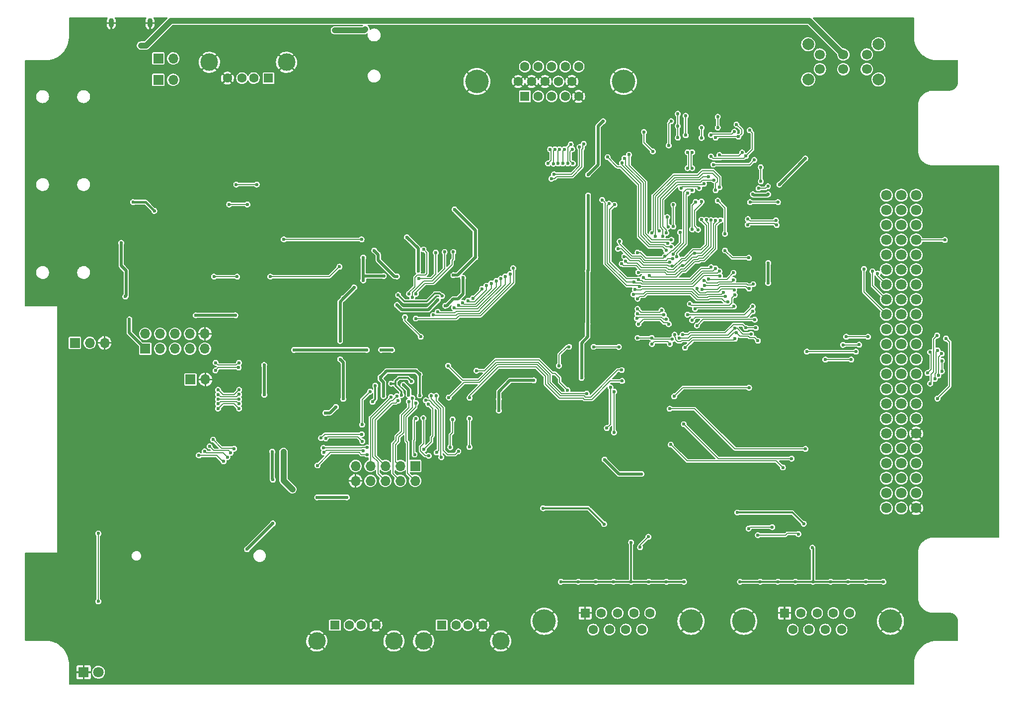
<source format=gbl>
%TF.GenerationSoftware,KiCad,Pcbnew,(6.0.4-0)*%
%TF.CreationDate,2022-04-09T07:25:14+02:00*%
%TF.ProjectId,aquarius-plus,61717561-7269-4757-932d-706c75732e6b,rev?*%
%TF.SameCoordinates,Original*%
%TF.FileFunction,Copper,L2,Bot*%
%TF.FilePolarity,Positive*%
%FSLAX46Y46*%
G04 Gerber Fmt 4.6, Leading zero omitted, Abs format (unit mm)*
G04 Created by KiCad (PCBNEW (6.0.4-0)) date 2022-04-09 07:25:14*
%MOMM*%
%LPD*%
G01*
G04 APERTURE LIST*
%TA.AperFunction,ComponentPad*%
%ADD10C,1.800000*%
%TD*%
%TA.AperFunction,ComponentPad*%
%ADD11R,1.700000X1.700000*%
%TD*%
%TA.AperFunction,ComponentPad*%
%ADD12O,1.700000X1.700000*%
%TD*%
%TA.AperFunction,ComponentPad*%
%ADD13C,4.000000*%
%TD*%
%TA.AperFunction,ComponentPad*%
%ADD14R,1.600000X1.600000*%
%TD*%
%TA.AperFunction,ComponentPad*%
%ADD15C,1.600000*%
%TD*%
%TA.AperFunction,ComponentPad*%
%ADD16C,2.000000*%
%TD*%
%TA.AperFunction,ComponentPad*%
%ADD17C,1.700000*%
%TD*%
%TA.AperFunction,ComponentPad*%
%ADD18O,0.900000X1.600000*%
%TD*%
%TA.AperFunction,ComponentPad*%
%ADD19R,1.600000X1.500000*%
%TD*%
%TA.AperFunction,ComponentPad*%
%ADD20C,3.000000*%
%TD*%
%TA.AperFunction,ComponentPad*%
%ADD21R,1.800000X1.800000*%
%TD*%
%TA.AperFunction,ViaPad*%
%ADD22C,0.600000*%
%TD*%
%TA.AperFunction,Conductor*%
%ADD23C,0.200000*%
%TD*%
%TA.AperFunction,Conductor*%
%ADD24C,0.500000*%
%TD*%
%TA.AperFunction,Conductor*%
%ADD25C,0.300000*%
%TD*%
%TA.AperFunction,Conductor*%
%ADD26C,0.400000*%
%TD*%
%TA.AperFunction,Conductor*%
%ADD27C,1.000000*%
%TD*%
G04 APERTURE END LIST*
D10*
%TO.P,J15,1,Pin_1*%
%TO.N,unconnected-(J15-Pad1)*%
X214825000Y-65830000D03*
X212285000Y-65830000D03*
%TO.P,J15,2,Pin_2*%
%TO.N,CASSETTE_OUT*%
X217365000Y-65830000D03*
%TO.P,J15,3,Pin_3*%
%TO.N,INT#*%
X214825000Y-68370000D03*
X212285000Y-68370000D03*
%TO.P,J15,4,Pin_4*%
%TO.N,BUSREQ#*%
X217365000Y-68370000D03*
%TO.P,J15,5,Pin_5*%
%TO.N,RESET#*%
X214825000Y-70910000D03*
X212285000Y-70910000D03*
%TO.P,J15,6,Pin_6*%
%TO.N,M1#*%
X217365000Y-70910000D03*
%TO.P,J15,7,Pin_7*%
%TO.N,RFSH#*%
X214825000Y-73450000D03*
X212285000Y-73450000D03*
%TO.P,J15,8,Pin_8*%
%TO.N,PHI*%
X217365000Y-73450000D03*
%TO.P,J15,9,Pin_9*%
%TO.N,A15*%
X212285000Y-75990000D03*
X214825000Y-75990000D03*
%TO.P,J15,10,Pin_10*%
%TO.N,A14*%
X217365000Y-75990000D03*
%TO.P,J15,11,Pin_11*%
%TO.N,CART_CE#*%
X212285000Y-78530000D03*
X214825000Y-78530000D03*
%TO.P,J15,12,Pin_12*%
%TO.N,A6*%
X217365000Y-78530000D03*
%TO.P,J15,13,Pin_13*%
%TO.N,A5*%
X214825000Y-81070000D03*
X212285000Y-81070000D03*
%TO.P,J15,14,Pin_14*%
%TO.N,A7*%
X217365000Y-81070000D03*
%TO.P,J15,15,Pin_15*%
%TO.N,A4*%
X214825000Y-83610000D03*
X212285000Y-83610000D03*
%TO.P,J15,16,Pin_16*%
%TO.N,A8*%
X217365000Y-83610000D03*
%TO.P,J15,17,Pin_17*%
%TO.N,A3*%
X212285000Y-86150000D03*
X214825000Y-86150000D03*
%TO.P,J15,18,Pin_18*%
%TO.N,A9*%
X217365000Y-86150000D03*
%TO.P,J15,19,Pin_19*%
%TO.N,A2*%
X212285000Y-88690000D03*
X214825000Y-88690000D03*
%TO.P,J15,20,Pin_20*%
%TO.N,A10*%
X217365000Y-88690000D03*
%TO.P,J15,21,Pin_21*%
%TO.N,A1*%
X214825000Y-91230000D03*
X212285000Y-91230000D03*
%TO.P,J15,22,Pin_22*%
%TO.N,A11*%
X217365000Y-91230000D03*
%TO.P,J15,23,Pin_23*%
%TO.N,A0*%
X214825000Y-93770000D03*
X212285000Y-93770000D03*
%TO.P,J15,24,Pin_24*%
%TO.N,A12*%
X217365000Y-93770000D03*
%TO.P,J15,25,Pin_25*%
%TO.N,+5V*%
X214825000Y-96310000D03*
X212285000Y-96310000D03*
%TO.P,J15,26,Pin_26*%
%TO.N,DE0*%
X217365000Y-96310000D03*
%TO.P,J15,27,Pin_27*%
%TO.N,DE1*%
X212285000Y-98850000D03*
X214825000Y-98850000D03*
%TO.P,J15,28,Pin_28*%
%TO.N,DE2*%
X217365000Y-98850000D03*
%TO.P,J15,29,Pin_29*%
%TO.N,DE3*%
X212285000Y-101390000D03*
X214825000Y-101390000D03*
%TO.P,J15,30,Pin_30*%
%TO.N,DE4*%
X217365000Y-101390000D03*
%TO.P,J15,31,Pin_31*%
%TO.N,DE5*%
X212285000Y-103930000D03*
X214825000Y-103930000D03*
%TO.P,J15,32,Pin_32*%
%TO.N,DE6*%
X217365000Y-103930000D03*
%TO.P,J15,33,Pin_33*%
%TO.N,DE7*%
X214825000Y-106470000D03*
X212285000Y-106470000D03*
%TO.P,J15,34,Pin_34*%
%TO.N,GND*%
X217365000Y-106470000D03*
%TO.P,J15,35,Pin_35*%
%TO.N,RD#*%
X214825000Y-109010000D03*
X212285000Y-109010000D03*
%TO.P,J15,36,Pin_36*%
%TO.N,A13*%
X217365000Y-109010000D03*
%TO.P,J15,37,Pin_37*%
%TO.N,WR#*%
X212285000Y-111550000D03*
X214825000Y-111550000D03*
%TO.P,J15,38,Pin_38*%
%TO.N,MREQ#*%
X217365000Y-111550000D03*
%TO.P,J15,39,Pin_39*%
%TO.N,NMI#*%
X212285000Y-114090000D03*
X214825000Y-114090000D03*
%TO.P,J15,40,Pin_40*%
%TO.N,WAIT#*%
X217365000Y-114090000D03*
%TO.P,J15,41,Pin_41*%
%TO.N,HALT#*%
X212285000Y-116630000D03*
X214825000Y-116630000D03*
%TO.P,J15,42,Pin_42*%
%TO.N,BUSACK#*%
X217365000Y-116630000D03*
%TO.P,J15,43,Pin_43*%
%TO.N,IORQ#*%
X214825000Y-119170000D03*
X212285000Y-119170000D03*
%TO.P,J15,44,Pin_44*%
%TO.N,GND*%
X217365000Y-119170000D03*
%TD*%
D11*
%TO.P,JP1,1,A*%
%TO.N,Net-(JP1-Pad1)*%
X93700000Y-97250000D03*
D12*
%TO.P,JP1,2,B*%
%TO.N,GND*%
X96240000Y-97250000D03*
%TD*%
D13*
%TO.P,J11,0,PAD*%
%TO.N,GND*%
X212990000Y-138489669D03*
X187990000Y-138489669D03*
D14*
%TO.P,J11,1,1*%
X194950000Y-137069669D03*
D15*
%TO.P,J11,2,2*%
%TO.N,Net-(J11-Pad2)*%
X197720000Y-137069669D03*
%TO.P,J11,3,3*%
%TO.N,Net-(J11-Pad3)*%
X200490000Y-137069669D03*
%TO.P,J11,4,4*%
%TO.N,Net-(J11-Pad4)*%
X203260000Y-137069669D03*
%TO.P,J11,5,5*%
%TO.N,Net-(J11-Pad5)*%
X206030000Y-137069669D03*
%TO.P,J11,6,6*%
%TO.N,Net-(J11-Pad6)*%
X196335000Y-139909669D03*
%TO.P,J11,7,7*%
%TO.N,Net-(J11-Pad7)*%
X199105000Y-139909669D03*
%TO.P,J11,8,8*%
%TO.N,Net-(J11-Pad8)*%
X201875000Y-139909669D03*
%TO.P,J11,9,9*%
%TO.N,Net-(J11-Pad9)*%
X204645000Y-139909669D03*
%TD*%
D11*
%TO.P,J14,1,Pin_1*%
%TO.N,+3V3*%
X132000000Y-112000000D03*
D12*
%TO.P,J14,2,Pin_2*%
%TO.N,FPGA_EXP0*%
X132000000Y-114540000D03*
%TO.P,J14,3,Pin_3*%
%TO.N,FPGA_EXP1*%
X129460000Y-112000000D03*
%TO.P,J14,4,Pin_4*%
%TO.N,FPGA_EXP2*%
X129460000Y-114540000D03*
%TO.P,J14,5,Pin_5*%
%TO.N,FPGA_EXP3*%
X126920000Y-112000000D03*
%TO.P,J14,6,Pin_6*%
%TO.N,FPGA_EXP4*%
X126920000Y-114540000D03*
%TO.P,J14,7,Pin_7*%
%TO.N,FPGA_EXP5*%
X124380000Y-112000000D03*
%TO.P,J14,8,Pin_8*%
%TO.N,FPGA_EXP6*%
X124380000Y-114540000D03*
%TO.P,J14,9,Pin_9*%
%TO.N,FPGA_EXP7*%
X121840000Y-112000000D03*
%TO.P,J14,10,Pin_10*%
%TO.N,GND*%
X121840000Y-114540000D03*
%TD*%
D16*
%TO.P,SW1,*%
%TO.N,*%
X198957500Y-46082500D03*
X210957500Y-46082500D03*
X198957500Y-40082500D03*
X210957500Y-40082500D03*
D17*
%TO.P,SW1,1,A*%
%TO.N,+5V*%
X208957500Y-44332500D03*
%TO.P,SW1,2,B*%
%TO.N,VBUS*%
X204957500Y-44332500D03*
%TO.P,SW1,3,C*%
%TO.N,unconnected-(SW1-Pad3)*%
X200957500Y-44332500D03*
%TO.P,SW1,4,A*%
%TO.N,+5V*%
X208957500Y-41832500D03*
%TO.P,SW1,5,B*%
%TO.N,VBUS*%
X204957500Y-41832500D03*
%TO.P,SW1,6,C*%
%TO.N,unconnected-(SW1-Pad6)*%
X200957500Y-41832500D03*
%TD*%
D11*
%TO.P,J7,1,Pin_1*%
%TO.N,Net-(J7-Pad1)*%
X74000000Y-91000000D03*
D12*
%TO.P,J7,2,Pin_2*%
%TO.N,Net-(J7-Pad2)*%
X76540000Y-91000000D03*
%TO.P,J7,3,Pin_3*%
%TO.N,GND*%
X79080000Y-91000000D03*
%TD*%
D18*
%TO.P,J13,6,Shield*%
%TO.N,GND*%
X80200000Y-36450000D03*
X86800000Y-36450000D03*
%TD*%
D19*
%TO.P,J8,1,VBUS*%
%TO.N,+5V*%
X136500000Y-139140000D03*
D15*
%TO.P,J8,2,D-*%
%TO.N,Net-(J8-Pad2)*%
X139000000Y-139140000D03*
%TO.P,J8,3,D+*%
%TO.N,Net-(J8-Pad3)*%
X141000000Y-139140000D03*
%TO.P,J8,4,GND*%
%TO.N,GND*%
X143500000Y-139140000D03*
D20*
%TO.P,J8,5,Shield*%
X133430000Y-141850000D03*
X146570000Y-141850000D03*
%TD*%
D13*
%TO.P,J6,0*%
%TO.N,GND*%
X142505000Y-46430000D03*
X167495000Y-46430000D03*
D14*
%TO.P,J6,1*%
%TO.N,Net-(J6-Pad1)*%
X150685000Y-48970000D03*
D15*
%TO.P,J6,2*%
%TO.N,Net-(J6-Pad2)*%
X152975000Y-48970000D03*
%TO.P,J6,3*%
%TO.N,Net-(J6-Pad3)*%
X155265000Y-48970000D03*
%TO.P,J6,4*%
%TO.N,unconnected-(J6-Pad4)*%
X157555000Y-48970000D03*
%TO.P,J6,5*%
%TO.N,GND*%
X159845000Y-48970000D03*
%TO.P,J6,6*%
X149545000Y-46430000D03*
%TO.P,J6,7*%
X151835000Y-46430000D03*
%TO.P,J6,8*%
X154125000Y-46430000D03*
%TO.P,J6,9*%
%TO.N,unconnected-(J6-Pad9)*%
X156415000Y-46430000D03*
%TO.P,J6,10*%
%TO.N,GND*%
X158705000Y-46430000D03*
%TO.P,J6,11*%
%TO.N,unconnected-(J6-Pad11)*%
X150685000Y-43890000D03*
%TO.P,J6,12*%
%TO.N,unconnected-(J6-Pad12)*%
X152975000Y-43890000D03*
%TO.P,J6,13*%
%TO.N,Net-(J6-Pad13)*%
X155265000Y-43890000D03*
%TO.P,J6,14*%
%TO.N,Net-(J6-Pad14)*%
X157555000Y-43890000D03*
%TO.P,J6,15*%
%TO.N,unconnected-(J6-Pad15)*%
X159845000Y-43890000D03*
%TD*%
D19*
%TO.P,J12,1,VBUS*%
%TO.N,+5V*%
X107000000Y-45860000D03*
D15*
%TO.P,J12,2,D-*%
%TO.N,ESP_USB_DM*%
X104500000Y-45860000D03*
%TO.P,J12,3,D+*%
%TO.N,ESP_USB_DP*%
X102500000Y-45860000D03*
%TO.P,J12,4,GND*%
%TO.N,GND*%
X100000000Y-45860000D03*
D20*
%TO.P,J12,5,Shield*%
X110070000Y-43150000D03*
X96930000Y-43150000D03*
%TD*%
D19*
%TO.P,J9,1,VBUS*%
%TO.N,+5V*%
X118300000Y-139140000D03*
D15*
%TO.P,J9,2,D-*%
%TO.N,Net-(J9-Pad2)*%
X120800000Y-139140000D03*
%TO.P,J9,3,D+*%
%TO.N,Net-(J9-Pad3)*%
X122800000Y-139140000D03*
%TO.P,J9,4,GND*%
%TO.N,GND*%
X125300000Y-139140000D03*
D20*
%TO.P,J9,5,Shield*%
X128370000Y-141850000D03*
X115230000Y-141850000D03*
%TD*%
D21*
%TO.P,D4,1,K*%
%TO.N,GND*%
X75500000Y-147175000D03*
D10*
%TO.P,D4,2,A*%
%TO.N,Net-(D4-Pad2)*%
X78040000Y-147175000D03*
%TD*%
D11*
%TO.P,J16,1,Pin_1*%
%TO.N,+3V3*%
X86000000Y-92000000D03*
D12*
%TO.P,J16,2,Pin_2*%
%TO.N,ESP_EXP0*%
X86000000Y-89460000D03*
%TO.P,J16,3,Pin_3*%
%TO.N,ESP_EXP1*%
X88540000Y-92000000D03*
%TO.P,J16,4,Pin_4*%
%TO.N,ESP_EXP2*%
X88540000Y-89460000D03*
%TO.P,J16,5,Pin_5*%
%TO.N,ESP_EXP3*%
X91080000Y-92000000D03*
%TO.P,J16,6,Pin_6*%
%TO.N,ESP_EXP4*%
X91080000Y-89460000D03*
%TO.P,J16,7,Pin_7*%
%TO.N,ESP_EXP5*%
X93620000Y-92000000D03*
%TO.P,J16,8,Pin_8*%
%TO.N,ESP_EXP6*%
X93620000Y-89460000D03*
%TO.P,J16,9,Pin_9*%
%TO.N,ESP_EXP7*%
X96160000Y-92000000D03*
%TO.P,J16,10,Pin_10*%
%TO.N,GND*%
X96160000Y-89460000D03*
%TD*%
D11*
%TO.P,JP2,1,A*%
%TO.N,Net-(J13-Pad3)*%
X88225000Y-46150000D03*
D12*
%TO.P,JP2,2,B*%
%TO.N,ESP_USB_DP*%
X90765000Y-46150000D03*
%TD*%
D13*
%TO.P,J5,0,PAD*%
%TO.N,GND*%
X153990000Y-138489669D03*
X178990000Y-138489669D03*
D14*
%TO.P,J5,1,1*%
X160950000Y-137069669D03*
D15*
%TO.P,J5,2,2*%
%TO.N,Net-(J5-Pad2)*%
X163720000Y-137069669D03*
%TO.P,J5,3,3*%
%TO.N,Net-(J5-Pad3)*%
X166490000Y-137069669D03*
%TO.P,J5,4,4*%
%TO.N,Net-(J5-Pad4)*%
X169260000Y-137069669D03*
%TO.P,J5,5,5*%
%TO.N,Net-(J5-Pad5)*%
X172030000Y-137069669D03*
%TO.P,J5,6,6*%
%TO.N,Net-(J5-Pad6)*%
X162335000Y-139909669D03*
%TO.P,J5,7,7*%
%TO.N,Net-(J5-Pad7)*%
X165105000Y-139909669D03*
%TO.P,J5,8,8*%
%TO.N,Net-(J5-Pad8)*%
X167875000Y-139909669D03*
%TO.P,J5,9,9*%
%TO.N,Net-(J5-Pad9)*%
X170645000Y-139909669D03*
%TD*%
D11*
%TO.P,JP3,1,A*%
%TO.N,Net-(J13-Pad2)*%
X88225000Y-42500000D03*
D12*
%TO.P,JP3,2,B*%
%TO.N,ESP_USB_DM*%
X90765000Y-42500000D03*
%TD*%
D22*
%TO.N,+1V2*%
X130000000Y-98150000D03*
X128900000Y-84550000D03*
X135875980Y-83673519D03*
X128050000Y-92200000D03*
X123750000Y-92200000D03*
X126200000Y-92200000D03*
X130876541Y-99899500D03*
X111350000Y-92200000D03*
%TO.N,GND*%
X92900000Y-109300000D03*
X84000000Y-56000000D03*
X113000000Y-94000000D03*
X144800000Y-53050000D03*
X102500000Y-105000000D03*
X87500000Y-60000000D03*
X131250000Y-107300000D03*
X105550000Y-91150000D03*
X119500000Y-134200000D03*
X160487500Y-115525000D03*
X123450000Y-97250000D03*
X128250000Y-82400000D03*
X193100000Y-101450000D03*
X139800000Y-52050000D03*
X72500000Y-115850000D03*
X168500000Y-101000000D03*
X208150000Y-118700000D03*
X142550000Y-93250000D03*
X152550000Y-105550000D03*
X109550000Y-108150000D03*
X198000000Y-114500000D03*
X118750000Y-51200000D03*
X187800000Y-122300000D03*
X198200000Y-124100000D03*
X155300000Y-124100000D03*
X148550000Y-99750000D03*
X163750000Y-61550000D03*
X111500000Y-104500000D03*
X95800000Y-78800000D03*
X114500000Y-105500000D03*
X195700000Y-83550000D03*
X152537500Y-115525000D03*
X97850000Y-123450000D03*
X155800000Y-107000000D03*
X210550000Y-91850000D03*
X163750000Y-79550000D03*
X95000000Y-73300000D03*
X76650000Y-119800000D03*
X213200000Y-53850000D03*
X157200000Y-97000000D03*
X75000000Y-37500000D03*
X161650000Y-124100000D03*
X140000000Y-40000000D03*
X175450000Y-61400000D03*
X160450000Y-80074500D03*
X149500000Y-103500000D03*
X169700000Y-118600000D03*
X136250000Y-76450000D03*
X134100000Y-107300000D03*
X95000000Y-82550000D03*
X162000000Y-95500000D03*
X216600000Y-126700000D03*
X100000000Y-60000000D03*
X148550000Y-84250000D03*
X195600000Y-66300000D03*
X128650000Y-76450000D03*
X184300000Y-118600000D03*
X201000000Y-121000000D03*
X88900000Y-81800000D03*
X182500000Y-130000000D03*
X126650000Y-76450000D03*
X137750000Y-76450000D03*
X122000000Y-61500000D03*
X165000000Y-40000000D03*
X142550000Y-96750000D03*
X152550000Y-68600000D03*
X83950000Y-68500000D03*
X164400000Y-117100000D03*
X221750000Y-65250000D03*
X164200000Y-124100000D03*
X145500000Y-107500000D03*
X155500000Y-102500000D03*
X186900000Y-72300000D03*
X125000000Y-125000000D03*
X110000000Y-58800000D03*
X123450000Y-90750000D03*
X123450000Y-87250000D03*
X69000000Y-67700000D03*
X193750000Y-117000000D03*
X102250000Y-91150000D03*
X91500000Y-116350000D03*
X69000000Y-52700000D03*
X119350000Y-102500000D03*
X160500000Y-105550000D03*
X106250000Y-108150000D03*
X204500000Y-68500000D03*
X133300000Y-76450000D03*
X184350000Y-119800000D03*
X105000000Y-40000000D03*
X152600000Y-86600000D03*
X109500000Y-117000000D03*
X195000000Y-90000000D03*
X177500000Y-40000000D03*
X115000000Y-125200000D03*
X73250000Y-120900000D03*
X189100000Y-83200000D03*
X203050000Y-110300000D03*
X84550000Y-120250000D03*
X180800000Y-58800000D03*
X137900000Y-90150000D03*
X67500000Y-130000000D03*
X117450000Y-99750000D03*
X130150000Y-76450000D03*
X194900000Y-105200000D03*
X124000000Y-134200000D03*
X183500000Y-148500000D03*
X132625000Y-107300000D03*
X82500000Y-50000000D03*
X83950000Y-72000000D03*
X171350000Y-111050000D03*
X156500000Y-112000000D03*
X160500000Y-109725000D03*
X160450000Y-71050000D03*
X177500000Y-47500000D03*
X147500000Y-127500000D03*
X81100000Y-147800000D03*
X197800000Y-111300000D03*
X107500000Y-87500000D03*
X207500000Y-83300000D03*
X157200000Y-107000000D03*
X123450000Y-93750000D03*
X108700000Y-126300000D03*
X155800000Y-97000000D03*
X92800000Y-112650000D03*
X208950000Y-117050000D03*
X148550000Y-92950000D03*
X132500000Y-70550000D03*
X128150000Y-107300000D03*
X121300000Y-39000000D03*
X208500000Y-74600000D03*
X127500000Y-51200000D03*
X219500000Y-120500000D03*
X112500000Y-67500000D03*
X163750000Y-70500000D03*
X117450000Y-84250000D03*
X142200000Y-87400000D03*
X144550000Y-101750000D03*
X195000000Y-52500000D03*
X102500000Y-142500000D03*
X111500000Y-102000000D03*
X206000000Y-58300000D03*
X137550000Y-97600000D03*
X87500000Y-142500000D03*
X136000000Y-112950000D03*
X166500000Y-93500000D03*
X220500000Y-141000000D03*
X145150000Y-70300000D03*
X206500000Y-121000000D03*
X98100000Y-71950000D03*
X135377449Y-107350000D03*
X137750000Y-80100000D03*
X197850000Y-74500000D03*
X170600000Y-83849500D03*
X107500000Y-85000000D03*
X97500000Y-115000000D03*
X110900000Y-147800000D03*
X142550000Y-90250000D03*
X141200000Y-112700000D03*
X169350000Y-74150000D03*
X150850000Y-64350000D03*
X131700000Y-93650000D03*
X139000000Y-82550000D03*
X205400000Y-66850000D03*
X126500000Y-103900000D03*
X190000000Y-47500000D03*
X137900000Y-70550000D03*
X131700000Y-76450000D03*
X221150000Y-121700000D03*
X144000000Y-112950000D03*
X72500000Y-135000000D03*
X124650000Y-76450000D03*
X153650000Y-78200000D03*
X128050000Y-94450000D03*
X117475000Y-93000000D03*
X195000000Y-95000000D03*
X92500000Y-55000000D03*
X151450000Y-108250000D03*
X102500000Y-85000000D03*
X126750000Y-82400000D03*
X81100000Y-126350000D03*
X126000000Y-51200000D03*
X195650000Y-124100000D03*
X153800000Y-122300000D03*
X139250000Y-76450000D03*
X196000000Y-38000000D03*
X160450000Y-62050000D03*
X169650000Y-119800000D03*
X221000000Y-46500000D03*
X129850000Y-107300000D03*
X192650000Y-62300000D03*
X134750000Y-76450000D03*
X190000000Y-40000000D03*
X127950000Y-86950000D03*
X168500000Y-69500000D03*
X138100500Y-101350000D03*
X67500000Y-140000000D03*
X152450000Y-95850000D03*
X162050000Y-111650000D03*
X215000000Y-148000000D03*
X81800000Y-80750000D03*
X131000000Y-148500000D03*
X210850000Y-110150000D03*
X90400000Y-123450000D03*
X102500000Y-87500000D03*
X95300000Y-119450000D03*
X140250000Y-107300000D03*
X69000000Y-82700000D03*
X152500000Y-40000000D03*
X137750000Y-134200000D03*
X120000000Y-57500000D03*
X148550000Y-91450000D03*
X190050000Y-63000000D03*
X138750000Y-107300000D03*
X187950000Y-94500000D03*
X177500000Y-122500000D03*
X210150000Y-114500000D03*
X126750000Y-107300000D03*
X140750000Y-76450000D03*
X160425000Y-89074500D03*
X142250000Y-134200000D03*
X132000000Y-52000000D03*
X170000000Y-96500000D03*
X164000000Y-109000000D03*
X106500000Y-104500000D03*
X82200000Y-40250000D03*
X106500000Y-102000000D03*
X149000000Y-148500000D03*
X125000000Y-42500000D03*
X176650000Y-65200000D03*
X120250000Y-51200000D03*
X193650000Y-118400000D03*
X82950000Y-70250000D03*
X102250000Y-92650000D03*
X179600000Y-112700000D03*
X195500000Y-68500000D03*
X72500000Y-96150000D03*
X128250000Y-103900000D03*
X208000000Y-98100000D03*
X105000000Y-75000000D03*
X95000000Y-105000000D03*
X131200000Y-84600000D03*
X117350000Y-91400000D03*
X139623583Y-100948583D03*
X214500000Y-38000000D03*
X149250000Y-112750000D03*
X133250000Y-125250000D03*
X137375500Y-107350000D03*
%TO.N,+2V5*%
X142250000Y-76400000D03*
X131350000Y-97550000D03*
X128887500Y-79662500D03*
X138500000Y-79450000D03*
X129648137Y-99899500D03*
X127900000Y-97950000D03*
X138700000Y-68250000D03*
X129100500Y-82850000D03*
X125200000Y-98300000D03*
X136575000Y-83000000D03*
X125025000Y-75250000D03*
X124750000Y-101049500D03*
%TO.N,+3V3*%
X132500000Y-78775000D03*
X137130082Y-84680083D03*
X164200000Y-121900000D03*
X94600000Y-86300000D03*
X115300000Y-117350000D03*
X82600000Y-83100000D03*
X171800000Y-131750000D03*
X198200000Y-121850000D03*
X123150000Y-80350000D03*
X121600000Y-81550000D03*
X107650000Y-109550000D03*
X168800000Y-125050000D03*
X120350000Y-117350000D03*
X83300000Y-87000000D03*
X168800000Y-131750000D03*
X152200000Y-97400000D03*
X165800000Y-131750000D03*
X106275000Y-99850000D03*
X123150000Y-76450000D03*
X83900000Y-67000000D03*
X103350000Y-126200000D03*
X119200000Y-90675000D03*
X146250000Y-102550000D03*
X81900000Y-73950000D03*
X159800000Y-131750000D03*
X87550000Y-68500000D03*
X199700000Y-125950000D03*
X132750000Y-99975000D03*
X116675000Y-102950000D03*
X130600000Y-73000000D03*
X193805000Y-131740331D03*
X119775000Y-83400000D03*
X202805000Y-131740331D03*
X119200000Y-93800980D03*
X132750000Y-96400000D03*
X107750000Y-114350000D03*
X140150000Y-79900000D03*
X146250000Y-100550000D03*
X107750000Y-121800000D03*
X208805000Y-131740331D03*
X118500000Y-101925000D03*
X187350000Y-131750000D03*
X211805000Y-131740331D03*
X205805000Y-131740331D03*
X126650000Y-79600000D03*
X199805000Y-131740331D03*
X101350000Y-86300000D03*
X186900000Y-119950000D03*
X119750000Y-100550000D03*
X126575000Y-100075000D03*
X156800000Y-131750000D03*
X162800000Y-131750000D03*
X106250000Y-94775000D03*
X177800000Y-131750000D03*
X196805000Y-131740331D03*
X126075000Y-96850000D03*
X153800000Y-119200000D03*
X190805000Y-131740331D03*
X174800000Y-131750000D03*
%TO.N,+5V*%
X194050000Y-64000000D03*
X161450000Y-62300000D03*
X192150000Y-65650000D03*
X161400000Y-78750000D03*
X161375000Y-87750000D03*
X123500000Y-37500000D03*
X160350000Y-97000000D03*
X192150000Y-80800000D03*
X161450000Y-65850000D03*
X118300000Y-37700000D03*
X170550000Y-113350000D03*
X189550000Y-65650000D03*
X111100000Y-116000000D03*
X164025000Y-53200000D03*
X161450000Y-69700000D03*
X164250000Y-110900000D03*
X198475000Y-59575000D03*
X109550000Y-109600000D03*
X192175000Y-77375000D03*
%TO.N,FPGA_EXP0*%
X132100500Y-101250000D03*
%TO.N,FPGA_EXP1*%
X131500000Y-100400000D03*
%TO.N,FPGA_EXP2*%
X130900500Y-101025000D03*
%TO.N,FPGA_EXP3*%
X129100000Y-100850000D03*
%TO.N,FPGA_EXP4*%
X128870265Y-100084215D03*
%TO.N,FPGA_EXP5*%
X127877557Y-100229101D03*
%TO.N,CASSETTE_IN*%
X100300000Y-67400000D03*
X103400000Y-67400000D03*
%TO.N,SPI_CS#*%
X122900000Y-106600000D03*
X101150000Y-109050000D03*
X97550000Y-107500000D03*
X115950000Y-107250000D03*
%TO.N,Net-(R3-Pad2)*%
X122950000Y-104950000D03*
X124300000Y-99300000D03*
%TO.N,FPGA_PROG#*%
X101650000Y-79700000D03*
X97700000Y-79700000D03*
X107300000Y-79700000D03*
X119100000Y-78000000D03*
%TO.N,FPGA_DONE*%
X123780500Y-110050000D03*
X141250000Y-108749500D03*
X141250000Y-103900000D03*
X115363917Y-111913917D03*
%TO.N,SPI_SCLK*%
X116750000Y-107300000D03*
X96950000Y-108650000D03*
X100550500Y-109750000D03*
X123000000Y-107800000D03*
%TO.N,CASSETTE_OUT*%
X105000000Y-64000000D03*
X101500000Y-64000000D03*
X122850000Y-73350000D03*
X109599980Y-73350000D03*
%TO.N,INT#*%
X155550000Y-60450000D03*
X155800000Y-58000500D03*
%TO.N,NMI#*%
X183200000Y-56000000D03*
X186755888Y-53769112D03*
X219749500Y-92601089D03*
X187100000Y-55850000D03*
X219300000Y-96150000D03*
%TO.N,BUSREQ#*%
X183550000Y-52450000D03*
X175600000Y-53200000D03*
X175212500Y-57337500D03*
X155652540Y-62250362D03*
X160000000Y-57600000D03*
X183550000Y-54299500D03*
%TO.N,BUSACK#*%
X160700000Y-57047607D03*
X221700000Y-92850000D03*
X178081345Y-52283523D03*
X221150000Y-96550000D03*
X155200000Y-63000000D03*
X178100000Y-55599500D03*
%TO.N,WAIT#*%
X176750000Y-56000000D03*
X176750000Y-54000000D03*
X220956414Y-89743586D03*
X176750000Y-51950500D03*
X156600998Y-57999929D03*
X219750000Y-97950000D03*
X156350497Y-60399980D03*
%TO.N,RESET#*%
X155000000Y-58000000D03*
X172500000Y-58350000D03*
X182400000Y-59200500D03*
X171000000Y-55050000D03*
X154650000Y-60400000D03*
X188350000Y-59149500D03*
X189000000Y-54740401D03*
%TO.N,SD_ACTIVITY*%
X78000000Y-123500000D03*
X78000000Y-135100000D03*
%TO.N,VBUS*%
X85250000Y-40300000D03*
%TO.N,ESP_CTS*%
X98400000Y-99000000D03*
X102000000Y-99000000D03*
%TO.N,ESP_RX*%
X102000000Y-99799503D03*
X98400000Y-99800000D03*
%TO.N,ESP_RTS*%
X102000000Y-100599006D03*
X98400000Y-100600000D03*
%TO.N,ESP_TX*%
X98400000Y-101399503D03*
X102000000Y-101398509D03*
%TO.N,PRINTER_IN*%
X98000000Y-94400000D03*
X101950000Y-94400000D03*
%TO.N,PRINTER_OUT*%
X97950000Y-95700000D03*
X101901089Y-95198911D03*
%TO.N,ESP_NOTIFY*%
X98400000Y-102199006D03*
X102000000Y-102198012D03*
%TO.N,USBCLK*%
X131900000Y-110050000D03*
X132100500Y-103925000D03*
%TO.N,SYSCLK*%
X134300000Y-110250000D03*
X133399500Y-103829133D03*
%TO.N,HCTRL_DATA*%
X133800000Y-100800000D03*
X188800000Y-122675000D03*
X192850000Y-122425000D03*
X135636586Y-109697858D03*
%TO.N,SPI_MISO*%
X95124161Y-110173661D03*
X99350000Y-111200000D03*
X133500000Y-109149020D03*
X134250000Y-101475000D03*
X123145229Y-109450500D03*
X116450000Y-109700000D03*
%TO.N,HCTRL_LOAD#*%
X134723911Y-100026089D03*
X136450000Y-110500000D03*
%TO.N,HCTRL_CLK*%
X190400000Y-123800000D03*
X135588410Y-100042766D03*
X170325480Y-125874520D03*
X197300000Y-123600000D03*
X139350000Y-109500980D03*
X171726417Y-124073583D03*
%TO.N,DE_OE#*%
X157950000Y-99050500D03*
X142450000Y-95750000D03*
%TO.N,SPI_MOSI*%
X138365553Y-104034447D03*
X96100000Y-109500000D03*
X137975000Y-108800000D03*
X116377616Y-108903781D03*
X100000000Y-110500000D03*
X123780500Y-108850989D03*
%TO.N,RAM_CE#*%
X141275000Y-100375000D03*
X167250000Y-97500000D03*
%TO.N,ROM_CE#*%
X137725500Y-100325000D03*
X167200000Y-95650000D03*
%TO.N,BA18*%
X132925000Y-89950000D03*
X137600000Y-94900000D03*
X161250000Y-99650000D03*
X130250000Y-86600000D03*
%TO.N,BA17*%
X175665194Y-74645126D03*
X167225970Y-60324030D03*
X179200000Y-87150000D03*
X189492674Y-85655148D03*
%TO.N,FPGA_A11*%
X141850000Y-83399500D03*
X143400000Y-81800980D03*
%TO.N,FPGA_A10*%
X141000000Y-83799020D03*
X144150000Y-81251941D03*
%TO.N,BA14*%
X189850000Y-87050000D03*
X180000839Y-88049161D03*
X175654473Y-73446126D03*
X168450000Y-58900000D03*
%TO.N,BA16*%
X175034081Y-74045626D03*
X179677666Y-85200000D03*
X186300000Y-84800000D03*
X167650000Y-59500000D03*
%TO.N,BA15*%
X186442305Y-82827856D03*
X174750000Y-75244626D03*
X164775000Y-59325000D03*
X178799500Y-84350000D03*
%TO.N,FPGA_A9*%
X144950000Y-80850000D03*
X140100000Y-84198540D03*
%TO.N,FPGA_A8*%
X145800000Y-80450500D03*
X139350000Y-84598060D03*
%TO.N,FPGA_A7*%
X138615598Y-84999500D03*
X146550000Y-80050980D03*
%TO.N,FPGA_A6*%
X147350000Y-79651460D03*
X135850000Y-85700980D03*
%TO.N,FPGA_A5*%
X135050000Y-86250500D03*
X148157788Y-79251940D03*
%TO.N,FPGA_A4*%
X132100000Y-86850000D03*
X148703550Y-78253550D03*
%TO.N,FPGA_A3*%
X138500000Y-75500000D03*
X132150500Y-82650000D03*
%TO.N,FPGA_A2*%
X131508725Y-83275980D03*
X137000000Y-75500000D03*
%TO.N,FPGA_A1*%
X135500000Y-75600000D03*
X132600500Y-80049500D03*
%TO.N,FPGA_A0*%
X130950000Y-82650000D03*
X133425000Y-75075000D03*
%TO.N,A9*%
X175346620Y-77264430D03*
X166550000Y-74950000D03*
X176996967Y-90199144D03*
X189223911Y-89473911D03*
X186499989Y-88500000D03*
%TO.N,A8*%
X188350000Y-88450000D03*
X177595638Y-89599644D03*
X166850000Y-73700000D03*
X175875241Y-76664627D03*
X190050000Y-88450000D03*
%TO.N,A7*%
X180852356Y-81862772D03*
X175100000Y-71200000D03*
X174950000Y-69550020D03*
X188900000Y-81750000D03*
%TO.N,A6*%
X181299500Y-81200000D03*
X189600000Y-81000000D03*
X176000000Y-71150000D03*
X176000000Y-67450000D03*
%TO.N,A5*%
X210775000Y-79200500D03*
X179200000Y-71650000D03*
X186247571Y-80300000D03*
X181199020Y-80406837D03*
X179800000Y-66949500D03*
%TO.N,A4*%
X186247571Y-79050000D03*
X181949720Y-80131783D03*
X180202768Y-71700000D03*
X180800000Y-66900000D03*
X209925000Y-78800980D03*
%TO.N,A3*%
X180400000Y-64600000D03*
X208475000Y-78401461D03*
X184800000Y-75250000D03*
X183550000Y-66750000D03*
X177300000Y-64600000D03*
X184800000Y-72400000D03*
X188850000Y-76500000D03*
X182404935Y-78100000D03*
X170868976Y-79848392D03*
%TO.N,A2*%
X170058865Y-80183348D03*
X183177102Y-78307275D03*
X165950000Y-67450000D03*
%TO.N,A1*%
X207650000Y-91300000D03*
X183850000Y-78800000D03*
X169300000Y-80650000D03*
X204900000Y-91350000D03*
X165025000Y-67275000D03*
%TO.N,A0*%
X183947770Y-79600000D03*
X170206898Y-81393102D03*
X206300000Y-93850000D03*
X201893586Y-93843586D03*
X163875000Y-66625000D03*
%TO.N,D3*%
X183849011Y-64488171D03*
X172350000Y-72250000D03*
%TO.N,D2*%
X185295150Y-84000000D03*
X169896760Y-83469162D03*
%TO.N,D1*%
X190900500Y-63448911D03*
X184895630Y-83111408D03*
X190900000Y-61050000D03*
X169200000Y-82725500D03*
%TO.N,D0*%
X190500000Y-64650000D03*
X192099500Y-64300000D03*
X184496121Y-82397580D03*
X169435249Y-81926134D03*
%TO.N,A15*%
X193457069Y-70113377D03*
X171900000Y-79550000D03*
X184000000Y-70100000D03*
X188700000Y-69900020D03*
%TO.N,A14*%
X183200000Y-70100000D03*
X193600000Y-70900000D03*
X188650000Y-70850000D03*
X170000000Y-78984337D03*
%TO.N,A13*%
X167194173Y-77528296D03*
X177995158Y-91813489D03*
X177775000Y-104875000D03*
X177604821Y-77800000D03*
X186499989Y-90300000D03*
X182400000Y-70050000D03*
X196146420Y-110746420D03*
%TO.N,A12*%
X180064296Y-81728003D03*
X179600000Y-75750000D03*
X181602268Y-69996818D03*
X186350000Y-81998060D03*
X167864082Y-77091916D03*
%TO.N,A11*%
X186750000Y-89300000D03*
X176196620Y-89618929D03*
X180802268Y-69996818D03*
X207100000Y-92500000D03*
X190400000Y-90650000D03*
X167618586Y-76281414D03*
X198750000Y-92500000D03*
X175760994Y-77948166D03*
%TO.N,A10*%
X176125000Y-100125000D03*
X177150000Y-72150000D03*
X172350000Y-91200000D03*
X205450000Y-89950000D03*
X209150000Y-89950000D03*
X175397580Y-91200000D03*
X169900000Y-75600000D03*
X174547591Y-76250000D03*
X188900000Y-98650000D03*
%TO.N,WR#*%
X178400000Y-61199500D03*
X178394666Y-86200000D03*
X194650000Y-112250500D03*
X175550000Y-108350000D03*
X178423911Y-65473911D03*
X178400000Y-58500000D03*
X189500000Y-84800000D03*
X176594378Y-76315280D03*
%TO.N,RD#*%
X179199503Y-61199500D03*
X175375000Y-102225000D03*
X166700000Y-91700000D03*
X198500000Y-109100000D03*
X179199503Y-58500000D03*
X175943594Y-75850862D03*
X179200000Y-64999020D03*
X162425000Y-91675000D03*
X169900000Y-90150000D03*
X158225000Y-91675000D03*
X156500000Y-94900000D03*
X175797100Y-90400000D03*
X172300000Y-90150000D03*
%TO.N,IORQ#*%
X180800000Y-56050000D03*
X164650000Y-105524500D03*
X165273911Y-98573911D03*
X157400500Y-58000500D03*
X157150000Y-60399980D03*
X180800000Y-54300000D03*
%TO.N,MREQ#*%
X165873568Y-106276432D03*
X158500000Y-57150000D03*
X165900000Y-99300000D03*
X158000000Y-60399980D03*
%TO.N,M1#*%
X158750000Y-58000000D03*
X187700000Y-58550000D03*
X183850000Y-58950000D03*
X158850000Y-60399980D03*
%TO.N,D7*%
X170050980Y-87800000D03*
X175198060Y-87800000D03*
X181200000Y-63900000D03*
X174775589Y-72250000D03*
%TO.N,D6*%
X169769222Y-86827202D03*
X174176089Y-72846626D03*
X174798540Y-87000000D03*
X182900500Y-63250500D03*
%TO.N,D5*%
X173556881Y-71919709D03*
X182000000Y-62651000D03*
X174399020Y-86200000D03*
X169847231Y-86031514D03*
%TO.N,D4*%
X183200000Y-65000000D03*
X173999500Y-85450000D03*
X169900008Y-85200008D03*
X172957381Y-72846626D03*
%TO.N,PHI*%
X221000000Y-100500000D03*
X222450000Y-90250000D03*
X193800000Y-67000000D03*
X222250000Y-73450000D03*
X189050000Y-67000000D03*
%TO.N,HALT#*%
X221023911Y-92276089D03*
X182400000Y-55550000D03*
X186400000Y-55000000D03*
X220550500Y-97150000D03*
%TO.N,RFSH#*%
X189797822Y-59802178D03*
X182800000Y-60600000D03*
%TO.N,CART_CE#*%
X221749500Y-95834903D03*
X221749500Y-94050000D03*
%TD*%
D23*
%TO.N,A11*%
X190400000Y-90650000D02*
X189823422Y-90073422D01*
X189823422Y-90073422D02*
X188975584Y-90073422D01*
X188975584Y-90073422D02*
X188775593Y-89873431D01*
X187323431Y-89873431D02*
X186750000Y-89300000D01*
X188775593Y-89873431D02*
X187323431Y-89873431D01*
X207100000Y-92500000D02*
X198750000Y-92500000D01*
%TO.N,PHI*%
X217365000Y-73450000D02*
X222250000Y-73450000D01*
X222450000Y-90250000D02*
X223075000Y-90875000D01*
X223075000Y-90875000D02*
X223075000Y-98375000D01*
X223075000Y-98375000D02*
X221000000Y-100450000D01*
X221000000Y-100450000D02*
X221000000Y-100500000D01*
%TO.N,CART_CE#*%
X221749500Y-95834903D02*
X221749500Y-94050000D01*
%TO.N,NMI#*%
X219749500Y-92601089D02*
X219951440Y-92803029D01*
X219951440Y-92803029D02*
X219951440Y-95498560D01*
X219951440Y-95498560D02*
X219300000Y-96150000D01*
%TO.N,WAIT#*%
X220956414Y-89743586D02*
X220350960Y-90349040D01*
X220350960Y-95936196D02*
X219950989Y-96336167D01*
X220350960Y-90349040D02*
X220350960Y-95936196D01*
X219950989Y-96336167D02*
X219950989Y-97749011D01*
X219950989Y-97749011D02*
X219750000Y-97950000D01*
D24*
%TO.N,+1V2*%
X130876541Y-99026541D02*
X130000000Y-98150000D01*
X129700000Y-85350000D02*
X134199499Y-85350000D01*
X134199499Y-85350000D02*
X135875980Y-83673519D01*
X128050000Y-92200000D02*
X126200000Y-92200000D01*
X111350000Y-92200000D02*
X123750000Y-92200000D01*
X130876541Y-99899500D02*
X130876541Y-99026541D01*
X128900000Y-84550000D02*
X129700000Y-85350000D01*
D25*
%TO.N,+2V5*%
X125200000Y-100599500D02*
X125200000Y-98300000D01*
D24*
X125700000Y-75925000D02*
X125025000Y-75250000D01*
X142250000Y-76400000D02*
X139200000Y-79450000D01*
X142250000Y-71800000D02*
X142250000Y-76400000D01*
D25*
X128650000Y-98300000D02*
X128650000Y-98000000D01*
D24*
X128887500Y-79662500D02*
X128462500Y-79662500D01*
D25*
X129648137Y-99899500D02*
X129648137Y-99298137D01*
X130175980Y-83925480D02*
X129100500Y-82850000D01*
D24*
X128462500Y-79662500D02*
X125700000Y-76900000D01*
D25*
X129648137Y-99298137D02*
X128650000Y-98300000D01*
X128650000Y-97500000D02*
X129200000Y-96950000D01*
X128650000Y-98000000D02*
X128650000Y-97500000D01*
X133974520Y-83925480D02*
X130175980Y-83925480D01*
X127900000Y-97950000D02*
X128600000Y-97950000D01*
D24*
X125700000Y-76900000D02*
X125700000Y-75925000D01*
D25*
X129200000Y-96950000D02*
X130750000Y-96950000D01*
X136575000Y-83000000D02*
X136175000Y-82600000D01*
X135300000Y-82600000D02*
X133974520Y-83925480D01*
D24*
X138700000Y-68250000D02*
X142250000Y-71800000D01*
D25*
X136175000Y-82600000D02*
X135300000Y-82600000D01*
X124750000Y-101049500D02*
X125200000Y-100599500D01*
X128600000Y-97950000D02*
X128650000Y-98000000D01*
D24*
X139200000Y-79450000D02*
X138500000Y-79450000D01*
D25*
X130750000Y-96950000D02*
X131350000Y-97550000D01*
D26*
%TO.N,+3V3*%
X86050000Y-67000000D02*
X83900000Y-67000000D01*
D25*
X156800000Y-131750000D02*
X159800000Y-131750000D01*
X186900000Y-119950000D02*
X196300000Y-119950000D01*
D24*
X123150000Y-76450000D02*
X123150000Y-79750000D01*
D25*
X159800000Y-131750000D02*
X162800000Y-131750000D01*
D24*
X82750000Y-82950000D02*
X82600000Y-83100000D01*
X82750000Y-78700000D02*
X82750000Y-82950000D01*
X119200000Y-83975000D02*
X119775000Y-83400000D01*
X139300000Y-83500000D02*
X138500000Y-83500000D01*
X107650000Y-114250000D02*
X107750000Y-114350000D01*
X103350000Y-126200000D02*
X107750000Y-121800000D01*
X119200000Y-90675000D02*
X119200000Y-83975000D01*
X146250000Y-100550000D02*
X146250000Y-99300000D01*
D25*
X162800000Y-131750000D02*
X165800000Y-131750000D01*
D24*
X117350000Y-102950000D02*
X117475000Y-102950000D01*
X101350000Y-86300000D02*
X94600000Y-86300000D01*
X140150000Y-79900000D02*
X140150000Y-82650000D01*
D25*
X132750000Y-99975000D02*
X132750000Y-96400000D01*
D24*
X106275000Y-94800000D02*
X106250000Y-94775000D01*
X146250000Y-102550000D02*
X146250000Y-100550000D01*
X132150000Y-95800000D02*
X127125000Y-95800000D01*
X137319917Y-84680083D02*
X137130082Y-84680083D01*
X126575000Y-100075000D02*
X126575000Y-97725000D01*
D25*
X171800000Y-131750000D02*
X174800000Y-131750000D01*
D24*
X126575000Y-97725000D02*
X126075000Y-97225000D01*
D25*
X190805000Y-131740331D02*
X211805000Y-131740331D01*
X199805000Y-126055000D02*
X199805000Y-131740331D01*
D24*
X119750000Y-100550000D02*
X119750000Y-94350980D01*
X121600000Y-81575000D02*
X119775000Y-83400000D01*
X123150000Y-79750000D02*
X123150000Y-80350000D01*
X116675000Y-102950000D02*
X117350000Y-102950000D01*
X81900000Y-73950000D02*
X81900000Y-77850000D01*
X126075000Y-97225000D02*
X126075000Y-96850000D01*
X81900000Y-77850000D02*
X82750000Y-78700000D01*
D26*
X87550000Y-68500000D02*
X86050000Y-67000000D01*
D24*
X132750000Y-96400000D02*
X132150000Y-95800000D01*
X117475000Y-102950000D02*
X118500000Y-101925000D01*
X83300000Y-89300000D02*
X83300000Y-87000000D01*
X127125000Y-95800000D02*
X126075000Y-96850000D01*
D25*
X187350000Y-131750000D02*
X190795331Y-131750000D01*
X196300000Y-119950000D02*
X198200000Y-121850000D01*
D24*
X119750000Y-94350980D02*
X119200000Y-93800980D01*
D25*
X190795331Y-131750000D02*
X190805000Y-131740331D01*
D24*
X123300000Y-79600000D02*
X123150000Y-79750000D01*
X126650000Y-79600000D02*
X123300000Y-79600000D01*
D25*
X174800000Y-131750000D02*
X177800000Y-131750000D01*
X168800000Y-131750000D02*
X171800000Y-131750000D01*
D24*
X121600000Y-81550000D02*
X121600000Y-81575000D01*
D25*
X165800000Y-131750000D02*
X168800000Y-131750000D01*
D24*
X132500000Y-74900000D02*
X130600000Y-73000000D01*
X138500000Y-83500000D02*
X137319917Y-84680083D01*
X148150000Y-97400000D02*
X152200000Y-97400000D01*
D25*
X168800000Y-125050000D02*
X168800000Y-131750000D01*
D24*
X146250000Y-99300000D02*
X148150000Y-97400000D01*
X132500000Y-78775000D02*
X132500000Y-74900000D01*
X139300000Y-83500000D02*
X140150000Y-82650000D01*
X86000000Y-92000000D02*
X83300000Y-89300000D01*
X120350000Y-117350000D02*
X115300000Y-117350000D01*
X107650000Y-109550000D02*
X107650000Y-114250000D01*
D25*
X161500000Y-119200000D02*
X153800000Y-119200000D01*
D24*
X106275000Y-99850000D02*
X106275000Y-94800000D01*
D25*
X164200000Y-121900000D02*
X161500000Y-119200000D01*
X199700000Y-125950000D02*
X199805000Y-126055000D01*
D27*
%TO.N,+5V*%
X111100000Y-116000000D02*
X109550000Y-114450000D01*
D24*
X192175000Y-77375000D02*
X192150000Y-77400000D01*
X166700000Y-113350000D02*
X170550000Y-113350000D01*
X164025000Y-53200000D02*
X163150000Y-54075000D01*
X161450000Y-65850000D02*
X161450000Y-69700000D01*
D27*
X123300000Y-37700000D02*
X123500000Y-37500000D01*
D24*
X163150000Y-54075000D02*
X163150000Y-60600000D01*
D27*
X109550000Y-114450000D02*
X109550000Y-109600000D01*
X118300000Y-37700000D02*
X123300000Y-37700000D01*
D24*
X161400000Y-78750000D02*
X161400000Y-87725000D01*
X192000000Y-65800000D02*
X192150000Y-65650000D01*
X189700000Y-65800000D02*
X192000000Y-65800000D01*
X161400000Y-87725000D02*
X161375000Y-87750000D01*
X164250000Y-110900000D02*
X166700000Y-113350000D01*
X161450000Y-69700000D02*
X161450000Y-78700000D01*
X160350000Y-97000000D02*
X160350000Y-91000000D01*
X161450000Y-78700000D02*
X161400000Y-78750000D01*
X163150000Y-60600000D02*
X161450000Y-62300000D01*
X161375000Y-89975000D02*
X161375000Y-87750000D01*
X160350000Y-91000000D02*
X161375000Y-89975000D01*
X189550000Y-65650000D02*
X189700000Y-65800000D01*
X194050000Y-64000000D02*
X198475000Y-59575000D01*
X192150000Y-77400000D02*
X192150000Y-80800000D01*
D23*
%TO.N,FPGA_EXP0*%
X132100500Y-101250000D02*
X132100500Y-101999500D01*
X130450000Y-103650000D02*
X130450000Y-107700000D01*
X130700000Y-113240000D02*
X132000000Y-114540000D01*
X130700000Y-107950000D02*
X130700000Y-113240000D01*
X130450000Y-107700000D02*
X130700000Y-107950000D01*
X132100500Y-101999500D02*
X130450000Y-103650000D01*
%TO.N,FPGA_EXP1*%
X129149519Y-107150481D02*
X129149519Y-107813325D01*
X131500000Y-100400000D02*
X131500000Y-102034994D01*
X128599520Y-108363324D02*
X128599520Y-111299520D01*
X131500000Y-102034994D02*
X130050481Y-103484513D01*
X129149519Y-107813325D02*
X128599520Y-108363324D01*
X130050481Y-106249519D02*
X129149519Y-107150481D01*
X128599520Y-111299520D02*
X129300000Y-112000000D01*
X130050481Y-103484513D02*
X130050481Y-106249519D01*
%TO.N,FPGA_EXP2*%
X128750000Y-106984994D02*
X128750000Y-107647838D01*
X128200000Y-108197838D02*
X128200000Y-113280000D01*
X129650962Y-106084032D02*
X128750000Y-106984994D01*
X130900500Y-101025000D02*
X130900500Y-102069488D01*
X128750000Y-107647838D02*
X128200000Y-108197838D01*
X129650962Y-103319026D02*
X129650962Y-106084032D01*
X130900500Y-102069488D02*
X129650962Y-103319026D01*
X128200000Y-113280000D02*
X129460000Y-114540000D01*
%TO.N,FPGA_EXP3*%
X128077381Y-101252631D02*
X125179040Y-104150972D01*
X125179040Y-110259040D02*
X126920000Y-112000000D01*
X128697369Y-101252631D02*
X128077381Y-101252631D01*
X129100000Y-100850000D02*
X128697369Y-101252631D01*
X125179040Y-104150972D02*
X125179040Y-110259040D01*
%TO.N,FPGA_EXP4*%
X124779520Y-110424526D02*
X125650000Y-111295006D01*
X124779520Y-103985486D02*
X124779520Y-110424526D01*
X128101369Y-100853111D02*
X127911894Y-100853112D01*
X125650000Y-111295006D02*
X125650000Y-113270000D01*
X125650000Y-113270000D02*
X126920000Y-114540000D01*
X128870265Y-100084215D02*
X128101369Y-100853111D01*
X127911894Y-100853112D02*
X124779520Y-103985486D01*
%TO.N,FPGA_EXP5*%
X124380000Y-103726658D02*
X124380000Y-112000000D01*
X127877557Y-100229101D02*
X124380000Y-103726658D01*
%TO.N,CASSETTE_IN*%
X103400000Y-67400000D02*
X100300000Y-67400000D01*
%TO.N,SPI_CS#*%
X97550000Y-107500000D02*
X99000489Y-108950489D01*
X116600000Y-106600000D02*
X122900000Y-106600000D01*
X99000489Y-108950489D02*
X101050489Y-108950489D01*
X101050489Y-108950489D02*
X101150000Y-109050000D01*
X115950000Y-107250000D02*
X116600000Y-106600000D01*
%TO.N,Net-(R3-Pad2)*%
X124300000Y-99300000D02*
X122950000Y-100650000D01*
X122950000Y-100650000D02*
X122950000Y-104950000D01*
%TO.N,FPGA_PROG#*%
X117400000Y-79700000D02*
X107300000Y-79700000D01*
X119100000Y-78000000D02*
X117400000Y-79700000D01*
X97700000Y-79700000D02*
X101650000Y-79700000D01*
%TO.N,FPGA_DONE*%
X122782829Y-110050000D02*
X122432829Y-109700000D01*
X122432829Y-109700000D02*
X117577834Y-109700000D01*
X141250000Y-103900000D02*
X141250000Y-108749500D01*
X123780500Y-110050000D02*
X122782829Y-110050000D01*
X117577834Y-109700000D02*
X115363917Y-111913917D01*
%TO.N,SPI_SCLK*%
X100550500Y-109750000D02*
X100150509Y-109350009D01*
X123000000Y-107800000D02*
X122199520Y-106999520D01*
X117050480Y-106999520D02*
X116750000Y-107300000D01*
X100150509Y-109350009D02*
X97650009Y-109350009D01*
X97650009Y-109350009D02*
X96950000Y-108650000D01*
X122199520Y-106999520D02*
X117050480Y-106999520D01*
%TO.N,CASSETTE_OUT*%
X101500000Y-64000000D02*
X105000000Y-64000000D01*
X122850000Y-73350000D02*
X109599980Y-73350000D01*
%TO.N,INT#*%
X155550000Y-60450000D02*
X155550000Y-58250500D01*
X155550000Y-58250500D02*
X155800000Y-58000500D01*
%TO.N,NMI#*%
X183399991Y-55800009D02*
X187050009Y-55800009D01*
X187650000Y-54663224D02*
X187650000Y-55300000D01*
X186755888Y-53769112D02*
X187650000Y-54663224D01*
X187050009Y-55800009D02*
X187100000Y-55850000D01*
X187650000Y-55300000D02*
X187100000Y-55850000D01*
X183200000Y-56000000D02*
X183399991Y-55800009D01*
%TO.N,BUSREQ#*%
X175212500Y-53587500D02*
X175212500Y-57337500D01*
X155652540Y-62250362D02*
X158584632Y-62250362D01*
X183550000Y-54299500D02*
X183550000Y-52450000D01*
X175600000Y-53200000D02*
X175212500Y-53587500D01*
X160000000Y-60834994D02*
X160000000Y-57600000D01*
X158584632Y-62250362D02*
X160000000Y-60834994D01*
%TO.N,BUSACK#*%
X221700000Y-92850000D02*
X221150000Y-93400000D01*
X160599511Y-57848327D02*
X160599511Y-57148096D01*
X160399520Y-61000480D02*
X160399520Y-58048318D01*
X160599511Y-57148096D02*
X160700000Y-57047607D01*
X221150000Y-93400000D02*
X221150000Y-96550000D01*
X155200000Y-63000000D02*
X155750740Y-63000000D01*
X178100000Y-55599500D02*
X178081345Y-55580845D01*
X158750119Y-62649881D02*
X160399520Y-61000480D01*
X156100858Y-62649882D02*
X158750119Y-62649881D01*
X155750740Y-63000000D02*
X156100858Y-62649882D01*
X178081345Y-55580845D02*
X178081345Y-52283523D01*
X160399520Y-58048318D02*
X160599511Y-57848327D01*
%TO.N,WAIT#*%
X176750000Y-51950500D02*
X176750000Y-54000000D01*
X156600998Y-57999929D02*
X156350497Y-58250430D01*
X176750000Y-54000000D02*
X176750000Y-56000000D01*
X156350497Y-58250430D02*
X156350497Y-60399980D01*
%TO.N,RESET#*%
X154650000Y-60400000D02*
X155150480Y-59899520D01*
X189450000Y-55190401D02*
X189450000Y-58049500D01*
X182749011Y-59549511D02*
X182400000Y-59200500D01*
X184148318Y-59499520D02*
X184098327Y-59549511D01*
X188350000Y-59149500D02*
X187999980Y-59499520D01*
X172500000Y-58350000D02*
X171000000Y-56850000D01*
X155150480Y-58150480D02*
X155000000Y-58000000D01*
X184098327Y-59549511D02*
X182749011Y-59549511D01*
X189000000Y-54740401D02*
X189450000Y-55190401D01*
X189450000Y-58049500D02*
X188350000Y-59149500D01*
X187999980Y-59499520D02*
X184148318Y-59499520D01*
X155150480Y-59899520D02*
X155150480Y-58150480D01*
X171000000Y-56850000D02*
X171000000Y-55050000D01*
%TO.N,SD_ACTIVITY*%
X78000000Y-123500000D02*
X78000000Y-135100000D01*
D27*
%TO.N,VBUS*%
X199175000Y-36050000D02*
X90400000Y-36050000D01*
X204957500Y-41832500D02*
X199175000Y-36050000D01*
X90400000Y-36050000D02*
X86150000Y-40300000D01*
X86150000Y-40300000D02*
X85250000Y-40300000D01*
D23*
%TO.N,ESP_CTS*%
X98447838Y-99000000D02*
X98400000Y-99000000D01*
X101951665Y-99000000D02*
X101151699Y-99799966D01*
X101151699Y-99799966D02*
X99247804Y-99799966D01*
X102000000Y-99000000D02*
X101951665Y-99000000D01*
X99247804Y-99799966D02*
X98447838Y-99000000D01*
%TO.N,ESP_RX*%
X98400000Y-99800000D02*
X98447838Y-99800000D01*
X98847324Y-100199486D02*
X101551682Y-100199486D01*
X101951665Y-99799503D02*
X102000000Y-99799503D01*
X98447838Y-99800000D02*
X98847324Y-100199486D01*
X101551682Y-100199486D02*
X101951665Y-99799503D01*
%TO.N,ESP_RTS*%
X98400994Y-100599006D02*
X102000000Y-100599006D01*
X98400000Y-100600000D02*
X98400994Y-100599006D01*
%TO.N,ESP_TX*%
X98400000Y-101399503D02*
X98448335Y-101399503D01*
X98849312Y-100998526D02*
X101551682Y-100998526D01*
X101551682Y-100998526D02*
X101951665Y-101398509D01*
X98448335Y-101399503D02*
X98849312Y-100998526D01*
X101951665Y-101398509D02*
X102000000Y-101398509D01*
%TO.N,PRINTER_IN*%
X101452771Y-94799391D02*
X101852162Y-94400000D01*
X101852162Y-94400000D02*
X101950000Y-94400000D01*
X98399391Y-94799391D02*
X101452771Y-94799391D01*
X98000000Y-94400000D02*
X98399391Y-94799391D01*
%TO.N,PRINTER_OUT*%
X101901089Y-95198911D02*
X98451089Y-95198911D01*
X98451089Y-95198911D02*
X97950000Y-95700000D01*
%TO.N,ESP_NOTIFY*%
X98448335Y-102199006D02*
X99249295Y-101398046D01*
X99249295Y-101398046D02*
X101151699Y-101398046D01*
X101951665Y-102198012D02*
X102000000Y-102198012D01*
X98400000Y-102199006D02*
X98448335Y-102199006D01*
X101151699Y-101398046D02*
X101951665Y-102198012D01*
%TO.N,USBCLK*%
X131750000Y-107647838D02*
X131849511Y-107548327D01*
X131750000Y-109900000D02*
X131750000Y-107647838D01*
X131900000Y-110050000D02*
X131750000Y-109900000D01*
X131849511Y-104175989D02*
X132100500Y-103925000D01*
X131849511Y-107548327D02*
X131849511Y-104175989D01*
%TO.N,SYSCLK*%
X132900000Y-109400944D02*
X132900000Y-108700000D01*
X133749056Y-110250000D02*
X132900000Y-109400944D01*
X134300000Y-110250000D02*
X133749056Y-110250000D01*
X133425000Y-108175000D02*
X133425000Y-103854633D01*
X133425000Y-103854633D02*
X133399500Y-103829133D01*
X132900000Y-108700000D02*
X133425000Y-108175000D01*
%TO.N,HCTRL_DATA*%
X134849511Y-101249511D02*
X135976949Y-102376949D01*
X192850000Y-122425000D02*
X189050000Y-122425000D01*
X135976949Y-102376949D02*
X135976949Y-109357495D01*
X189050000Y-122425000D02*
X188800000Y-122675000D01*
X135976949Y-109357495D02*
X135636586Y-109697858D01*
X133800000Y-100800000D02*
X134422838Y-100800000D01*
X134849511Y-101226673D02*
X134849511Y-101249511D01*
X134422838Y-100800000D02*
X134849511Y-101226673D01*
%TO.N,SPI_MISO*%
X134775000Y-107874020D02*
X133500000Y-109149020D01*
X122995209Y-109300480D02*
X123145229Y-109450500D01*
X134775000Y-107104611D02*
X134775000Y-107874020D01*
X135000000Y-106879611D02*
X134775000Y-107104611D01*
X95124161Y-110173661D02*
X98158655Y-110173661D01*
X116450000Y-109700000D02*
X116849520Y-109300480D01*
X99184994Y-111200000D02*
X99350000Y-111200000D01*
X98158655Y-110173661D02*
X99184994Y-111200000D01*
X135000000Y-102225000D02*
X135000000Y-106879611D01*
X116849520Y-109300480D02*
X122995209Y-109300480D01*
X134250000Y-101475000D02*
X135000000Y-102225000D01*
%TO.N,HCTRL_LOAD#*%
X136376469Y-102211463D02*
X136376469Y-110426469D01*
X135249030Y-101061186D02*
X135249030Y-101084024D01*
X134723911Y-100026089D02*
X134723911Y-100536067D01*
X134723911Y-100536067D02*
X135249030Y-101061186D01*
X136376469Y-110426469D02*
X136450000Y-110500000D01*
X135249030Y-101084024D02*
X136376469Y-102211463D01*
%TO.N,HCTRL_CLK*%
X136775989Y-109325989D02*
X136775989Y-102045977D01*
X135648550Y-100918538D02*
X135648550Y-100895700D01*
X170325480Y-125474520D02*
X171726417Y-124073583D01*
X135648550Y-100895700D02*
X135588410Y-100835560D01*
X136775989Y-102045977D02*
X135648550Y-100918538D01*
X138800980Y-110050000D02*
X137500000Y-110050000D01*
X135588410Y-100835560D02*
X135588410Y-100042766D01*
X197200489Y-123500489D02*
X197300000Y-123600000D01*
X139350000Y-109500980D02*
X138800980Y-110050000D01*
X170325480Y-125874520D02*
X170325480Y-125474520D01*
X195102162Y-123800000D02*
X195401673Y-123500489D01*
X137500000Y-110050000D02*
X136775989Y-109325989D01*
X195401673Y-123500489D02*
X197200489Y-123500489D01*
X190400000Y-123800000D02*
X195102162Y-123800000D01*
%TO.N,DE_OE#*%
X157950000Y-99050500D02*
X156600489Y-97700989D01*
X145684994Y-93900000D02*
X143834994Y-95750000D01*
X143834994Y-95750000D02*
X142450000Y-95750000D01*
X156600489Y-97700989D02*
X156600489Y-96952651D01*
X155393098Y-96198080D02*
X153095020Y-93900002D01*
X153095020Y-93900002D02*
X145684994Y-93900000D01*
X155845918Y-96198080D02*
X155393098Y-96198080D01*
X156600489Y-96952651D02*
X155845918Y-96198080D01*
%TO.N,SPI_MOSI*%
X138365553Y-106315553D02*
X137975000Y-106706106D01*
X99249529Y-109749529D02*
X96349529Y-109749529D01*
X116377616Y-108903781D02*
X116380437Y-108900960D01*
X122896902Y-108850989D02*
X123780500Y-108850989D01*
X137975000Y-106706106D02*
X137975000Y-108800000D01*
X116380437Y-108900960D02*
X122846931Y-108900960D01*
X100000000Y-110500000D02*
X99249529Y-109749529D01*
X96349529Y-109749529D02*
X96100000Y-109500000D01*
X138365553Y-104034447D02*
X138365553Y-106315553D01*
X122846931Y-108900960D02*
X122896902Y-108850989D01*
%TO.N,RAM_CE#*%
X156571190Y-100449040D02*
X160636196Y-100449040D01*
X165215006Y-97500000D02*
X167250000Y-97500000D01*
X146181452Y-95098560D02*
X152598560Y-95098560D01*
X154194540Y-98072390D02*
X156571190Y-100449040D01*
X152598560Y-95098560D02*
X154194540Y-96694540D01*
X141275000Y-100375000D02*
X141275000Y-100005012D01*
X160836187Y-100649031D02*
X162065976Y-100649030D01*
X160636196Y-100449040D02*
X160836187Y-100649031D01*
X162065976Y-100649030D02*
X165215006Y-97500000D01*
X141275000Y-100005012D02*
X146181452Y-95098560D01*
X154194540Y-96694540D02*
X154194540Y-98072390D01*
%TO.N,ROM_CE#*%
X154594059Y-97906903D02*
X156736676Y-100049520D01*
X160801682Y-100049520D02*
X161001673Y-100249511D01*
X137725500Y-100325000D02*
X140301469Y-97749031D01*
X161001673Y-100249511D02*
X161900489Y-100249511D01*
X142965975Y-97749031D02*
X146015966Y-94699040D01*
X156736676Y-100049520D02*
X160801682Y-100049520D01*
X140301469Y-97749031D02*
X142965975Y-97749031D01*
X161900489Y-100249511D02*
X166500000Y-95650000D01*
X166500000Y-95650000D02*
X167200000Y-95650000D01*
X154594059Y-96529053D02*
X154594059Y-97906903D01*
X146015966Y-94699040D02*
X152764047Y-94699041D01*
X152764047Y-94699041D02*
X154594059Y-96529053D01*
%TO.N,BA18*%
X154993578Y-97741416D02*
X156902162Y-99650000D01*
X142800489Y-97349511D02*
X145850480Y-94299520D01*
X132925000Y-89875000D02*
X132925000Y-89950000D01*
X130250000Y-86600000D02*
X130250000Y-87200000D01*
X130250000Y-87200000D02*
X132925000Y-89875000D01*
X145850480Y-94299520D02*
X152929534Y-94299522D01*
X140049511Y-97349511D02*
X142800489Y-97349511D01*
X137600000Y-94900000D02*
X140049511Y-97349511D01*
X154993578Y-96363566D02*
X154993578Y-97741416D01*
X152929534Y-94299522D02*
X154993578Y-96363566D01*
X156902162Y-99650000D02*
X161250000Y-99650000D01*
%TO.N,BA17*%
X179200000Y-87150000D02*
X179750480Y-86599520D01*
X172010171Y-74245165D02*
X170450960Y-72685954D01*
X174385782Y-74245165D02*
X172010171Y-74245165D01*
X188548302Y-86599520D02*
X189492674Y-85655148D01*
X170450960Y-63885938D02*
X167225970Y-60660948D01*
X175665194Y-74645126D02*
X174785743Y-74645126D01*
X174785743Y-74645126D02*
X174385782Y-74245165D01*
X167225970Y-60660948D02*
X167225970Y-60324030D01*
X179750480Y-86599520D02*
X188548302Y-86599520D01*
X170450960Y-72685954D02*
X170450960Y-63885938D01*
%TO.N,FPGA_A11*%
X141850000Y-83399500D02*
X143250980Y-81998520D01*
X143250980Y-81950000D02*
X143400000Y-81800980D01*
X143250980Y-81998520D02*
X143250980Y-81950000D01*
%TO.N,FPGA_A10*%
X141000000Y-83799020D02*
X141199991Y-83999011D01*
X144150000Y-81950000D02*
X144150000Y-81251941D01*
X141199991Y-83999011D02*
X142100989Y-83999011D01*
X142100989Y-83999011D02*
X144150000Y-81950000D01*
%TO.N,BA14*%
X168450000Y-60754966D02*
X168450000Y-58900000D01*
X180000839Y-88049161D02*
X181050960Y-86999040D01*
X175654473Y-73446126D02*
X172341144Y-73446126D01*
X171250000Y-72354982D02*
X171250000Y-63554966D01*
X171250000Y-63554966D02*
X168450000Y-60754966D01*
X172341144Y-73446126D02*
X171250000Y-72354982D01*
X189799040Y-86999040D02*
X189850000Y-87050000D01*
X181050960Y-86999040D02*
X189799040Y-86999040D01*
%TO.N,BA16*%
X167825481Y-60695453D02*
X167825481Y-59675481D01*
X172175657Y-73845645D02*
X170850480Y-72520468D01*
X174834101Y-73845646D02*
X172175657Y-73845645D01*
X170850480Y-63720452D02*
X167825481Y-60695453D01*
X179878635Y-84999031D02*
X186100969Y-84999031D01*
X186100969Y-84999031D02*
X186300000Y-84800000D01*
X175034081Y-74045626D02*
X174834101Y-73845646D01*
X179677666Y-85200000D02*
X179878635Y-84999031D01*
X170850480Y-72520468D02*
X170850480Y-63720452D01*
X167825481Y-59675481D02*
X167650000Y-59500000D01*
%TO.N,BA15*%
X185950000Y-83320161D02*
X185950000Y-84200000D01*
X185550489Y-84599511D02*
X179049011Y-84599511D01*
X166450000Y-60950000D02*
X166400000Y-60950000D01*
X170051440Y-72851440D02*
X170051440Y-64051424D01*
X166400000Y-60950000D02*
X164775000Y-59325000D01*
X186442305Y-82827856D02*
X185950000Y-83320161D01*
X179049011Y-84599511D02*
X178799500Y-84350000D01*
X167000016Y-61000000D02*
X166500000Y-61000000D01*
X170051440Y-64051424D02*
X167000016Y-61000000D01*
X166500000Y-61000000D02*
X166450000Y-60950000D01*
X185950000Y-84200000D02*
X185550489Y-84599511D01*
X171844684Y-74644684D02*
X170051440Y-72851440D01*
X174750000Y-75244626D02*
X174150059Y-74644685D01*
X174150059Y-74644685D02*
X171844684Y-74644684D01*
%TO.N,FPGA_A9*%
X140100000Y-84198540D02*
X140299991Y-84398531D01*
X142266476Y-84398530D02*
X144950000Y-81715006D01*
X144950000Y-81715006D02*
X144950000Y-80850000D01*
X140299991Y-84398531D02*
X142266476Y-84398530D01*
%TO.N,FPGA_A8*%
X145800000Y-80450500D02*
X145800000Y-81430012D01*
X139549990Y-84798050D02*
X139350000Y-84598060D01*
X142431963Y-84798049D02*
X139549990Y-84798050D01*
X145800000Y-81430012D02*
X142431963Y-84798049D01*
%TO.N,FPGA_A7*%
X146550000Y-81245018D02*
X146550000Y-80050980D01*
X142597450Y-85197568D02*
X146550000Y-81245018D01*
X138615598Y-84999500D02*
X138813666Y-85197568D01*
X138813666Y-85197568D02*
X142597450Y-85197568D01*
%TO.N,FPGA_A6*%
X136049020Y-85900000D02*
X135850000Y-85700980D01*
X143305012Y-85055012D02*
X142762936Y-85597088D01*
X139050000Y-85597088D02*
X138747088Y-85900000D01*
X147350000Y-81010024D02*
X147350000Y-79651460D01*
X142762936Y-85597088D02*
X139050000Y-85597088D01*
X136049020Y-85900000D02*
X137900000Y-85900000D01*
X138747088Y-85900000D02*
X137900000Y-85900000D01*
X143305012Y-85055012D02*
X147350000Y-81010024D01*
X138747088Y-85900000D02*
X136049020Y-85900000D01*
%TO.N,FPGA_A5*%
X135099991Y-86300491D02*
X138949509Y-86300491D01*
X138949509Y-86300491D02*
X139250000Y-86000000D01*
X148157788Y-80767242D02*
X148157788Y-79251940D01*
X142925030Y-86000000D02*
X148157788Y-80767242D01*
X135050000Y-86250500D02*
X135099991Y-86300491D01*
X139250000Y-86000000D02*
X142925030Y-86000000D01*
%TO.N,FPGA_A4*%
X139000020Y-86850000D02*
X139450500Y-86399520D01*
X148757299Y-78307299D02*
X148703550Y-78253550D01*
X132100000Y-86850000D02*
X139000020Y-86850000D01*
X143090516Y-86399520D02*
X148757299Y-80732737D01*
X148757299Y-80732737D02*
X148757299Y-78307299D01*
X139450500Y-86399520D02*
X143090516Y-86399520D01*
%TO.N,FPGA_A3*%
X132150500Y-82367168D02*
X133669128Y-80848540D01*
X133669128Y-80848540D02*
X135066466Y-80848540D01*
X135066466Y-80848540D02*
X138250000Y-77665006D01*
X138500000Y-76700000D02*
X138500000Y-75500000D01*
X138250000Y-77665006D02*
X138250000Y-76950000D01*
X132150500Y-82650000D02*
X132150500Y-82367168D01*
X138250000Y-76950000D02*
X138500000Y-76700000D01*
%TO.N,FPGA_A2*%
X133503642Y-80449020D02*
X134900980Y-80449020D01*
X137000000Y-78350000D02*
X137000000Y-75500000D01*
X131550989Y-83233716D02*
X131550989Y-82401673D01*
X131508725Y-83275980D02*
X131550989Y-83233716D01*
X131550989Y-82401673D02*
X133503642Y-80449020D01*
X134900980Y-80449020D02*
X137000000Y-78350000D01*
%TO.N,FPGA_A1*%
X132600500Y-80049500D02*
X134735494Y-80049500D01*
X135500000Y-79284994D02*
X135500000Y-75600000D01*
X134735494Y-80049500D02*
X135500000Y-79284994D01*
%TO.N,FPGA_A0*%
X134000000Y-79150000D02*
X133700000Y-79450000D01*
X133425000Y-75075000D02*
X134000000Y-75650000D01*
X131950000Y-81437656D02*
X130950000Y-82437656D01*
X131950000Y-79852162D02*
X131950000Y-81437656D01*
X130950000Y-82437656D02*
X130950000Y-82650000D01*
X132352162Y-79450000D02*
X131950000Y-79852162D01*
X133700000Y-79450000D02*
X132352162Y-79450000D01*
X134000000Y-75650000D02*
X134000000Y-79150000D01*
%TO.N,A9*%
X171015006Y-77350000D02*
X175261050Y-77350000D01*
X187823911Y-89473911D02*
X186850000Y-88500000D01*
X168784994Y-76600000D02*
X170265006Y-76600000D01*
X175261050Y-77350000D02*
X175346620Y-77264430D01*
X170265006Y-76600000D02*
X171015006Y-77350000D01*
X178978635Y-89700000D02*
X185299989Y-89700000D01*
X186850000Y-88500000D02*
X186499989Y-88500000D01*
X178479491Y-90199144D02*
X178978635Y-89700000D01*
X166550000Y-74950000D02*
X167134994Y-74950000D01*
X176996967Y-90199144D02*
X178479491Y-90199144D01*
X189223911Y-89473911D02*
X187823911Y-89473911D01*
X167134994Y-74950000D02*
X168784994Y-76600000D01*
X185299989Y-89700000D02*
X186499989Y-88500000D01*
%TO.N,A8*%
X178513629Y-89600000D02*
X178813148Y-89300481D01*
X168950481Y-76200481D02*
X170430493Y-76200481D01*
X190050000Y-88450000D02*
X188350000Y-88450000D01*
X166850000Y-73700000D02*
X166850000Y-74100000D01*
X171180492Y-76950480D02*
X174749520Y-76950480D01*
X178813148Y-89300481D02*
X184799519Y-89300481D01*
X166850000Y-74100000D02*
X168950481Y-76200481D01*
X184799519Y-89300481D02*
X186199511Y-87900489D01*
X175035373Y-76664627D02*
X175875241Y-76664627D01*
X177595638Y-89599644D02*
X177595994Y-89600000D01*
X174749520Y-76950480D02*
X175035373Y-76664627D01*
X177595994Y-89600000D02*
X178513629Y-89600000D01*
X170430493Y-76200481D02*
X171180492Y-76950480D01*
X187800489Y-87900489D02*
X188350000Y-88450000D01*
X186199511Y-87900489D02*
X187800489Y-87900489D01*
%TO.N,A7*%
X183483553Y-81901441D02*
X183986434Y-81398560D01*
X180891025Y-81901441D02*
X183483553Y-81901441D01*
X175100000Y-71200000D02*
X174950000Y-71050000D01*
X183986434Y-81398560D02*
X188334738Y-81398560D01*
X180852356Y-81862772D02*
X180891025Y-81901441D01*
X174950000Y-71050000D02*
X174950000Y-69550020D01*
X188334738Y-81398560D02*
X188686178Y-81750000D01*
X188686178Y-81750000D02*
X188900000Y-81750000D01*
%TO.N,A6*%
X189600000Y-81000000D02*
X189449511Y-81150489D01*
X176000000Y-67450000D02*
X176000000Y-71150000D01*
X183820948Y-80999040D02*
X183619988Y-81200000D01*
X188651673Y-81150489D02*
X188500224Y-80999040D01*
X188500224Y-80999040D02*
X183820948Y-80999040D01*
X183619988Y-81200000D02*
X181299500Y-81200000D01*
X189449511Y-81150489D02*
X188651673Y-81150489D01*
%TO.N,A5*%
X181376936Y-80406837D02*
X181199020Y-80406837D01*
X179800000Y-66949500D02*
X179200000Y-67549500D01*
X210775000Y-79545000D02*
X212300000Y-81070000D01*
X183504982Y-80750000D02*
X181720099Y-80750000D01*
X179200000Y-67549500D02*
X179200000Y-71650000D01*
X210775000Y-79200500D02*
X210775000Y-79545000D01*
X183655461Y-80599521D02*
X183504982Y-80750000D01*
X186247571Y-80300000D02*
X185948051Y-80599520D01*
X181720099Y-80750000D02*
X181376936Y-80406837D01*
X185948051Y-80599520D02*
X183655461Y-80599521D01*
%TO.N,A4*%
X180800000Y-67250000D02*
X180800000Y-66900000D01*
X185097571Y-80200000D02*
X182017937Y-80200000D01*
X209925000Y-81235000D02*
X212300000Y-83610000D01*
X209925000Y-78800980D02*
X209925000Y-81235000D01*
X186247571Y-79050000D02*
X185097571Y-80200000D01*
X180202768Y-71700000D02*
X179599520Y-71096752D01*
X182017937Y-80200000D02*
X181949720Y-80131783D01*
X179599520Y-68450480D02*
X180800000Y-67250000D01*
X179599520Y-71096752D02*
X179599520Y-68450480D01*
%TO.N,A3*%
X178853062Y-80201920D02*
X171222504Y-80201920D01*
X177300000Y-64600000D02*
X177500480Y-64399520D01*
X177500480Y-64399520D02*
X180199520Y-64399520D01*
X186050000Y-76500000D02*
X184800000Y-75250000D01*
X188850000Y-76500000D02*
X186050000Y-76500000D01*
X171222504Y-80201920D02*
X170868976Y-79848392D01*
X182404935Y-78100000D02*
X182171222Y-78333713D01*
X180199520Y-64399520D02*
X180400000Y-64600000D01*
X212300000Y-86150000D02*
X208475000Y-82325000D01*
X184800000Y-68000000D02*
X183550000Y-66750000D01*
X182171222Y-78333713D02*
X180721270Y-78333712D01*
X184800000Y-72400000D02*
X184800000Y-68000000D01*
X208475000Y-82325000D02*
X208475000Y-78401461D01*
X180721270Y-78333712D02*
X178853062Y-80201920D01*
%TO.N,A2*%
X180886756Y-78733232D02*
X182751145Y-78733232D01*
X165148551Y-68251449D02*
X165950000Y-67450000D01*
X182751145Y-78733232D02*
X183177102Y-78307275D01*
X170058865Y-80183348D02*
X169925517Y-80050000D01*
X170058865Y-80183348D02*
X170269588Y-80394071D01*
X170269588Y-80394071D02*
X170620711Y-80394071D01*
X170620711Y-80394071D02*
X170828080Y-80601440D01*
X179018548Y-80601440D02*
X180886756Y-78733232D01*
X170828080Y-80601440D02*
X179018548Y-80601440D01*
X169925517Y-80050000D02*
X167980012Y-80050000D01*
X165148551Y-77218539D02*
X165148551Y-68251449D01*
X167980012Y-80050000D02*
X165148551Y-77218539D01*
%TO.N,A1*%
X170455225Y-80793591D02*
X170662594Y-81000960D01*
X170662594Y-81000960D02*
X179184034Y-81000960D01*
X179184034Y-81000960D02*
X181052242Y-79132752D01*
X169300000Y-80650000D02*
X168015006Y-80650000D01*
X169300000Y-80650000D02*
X169443591Y-80793591D01*
X204900000Y-91350000D02*
X207600000Y-91350000D01*
X164749031Y-77384025D02*
X164749031Y-67550969D01*
X164749031Y-67550969D02*
X165025000Y-67275000D01*
X207600000Y-91350000D02*
X207650000Y-91300000D01*
X169443591Y-80793591D02*
X170455225Y-80793591D01*
X183517248Y-79132752D02*
X183850000Y-78800000D01*
X168015006Y-80650000D02*
X164749031Y-77384025D01*
X181052242Y-79132752D02*
X183517248Y-79132752D01*
%TO.N,A0*%
X183880042Y-79532272D02*
X181217728Y-79532272D01*
X179349520Y-81400480D02*
X170214276Y-81400480D01*
X164349511Y-67099511D02*
X163875000Y-66625000D01*
X170214276Y-81400480D02*
X170206898Y-81393102D01*
X206300000Y-93850000D02*
X201900000Y-93850000D01*
X183947770Y-79600000D02*
X183880042Y-79532272D01*
X170063796Y-81250000D02*
X168050000Y-81250000D01*
X164349511Y-77549511D02*
X164349511Y-67099511D01*
X168050000Y-81250000D02*
X164349511Y-77549511D01*
X201900000Y-93850000D02*
X201893586Y-93843586D01*
X170206898Y-81393102D02*
X170063796Y-81250000D01*
X181217728Y-79532272D02*
X179349520Y-81400480D01*
%TO.N,D3*%
X172551922Y-72048078D02*
X172551923Y-65888053D01*
X180155224Y-62401920D02*
X180905175Y-61651969D01*
X172350000Y-72250000D02*
X172551922Y-72048078D01*
X176038056Y-62401920D02*
X180155224Y-62401920D01*
X183899531Y-64437651D02*
X183849011Y-64488171D01*
X172551923Y-65888053D02*
X176038056Y-62401920D01*
X180905175Y-61651969D02*
X182816976Y-61651970D01*
X183899531Y-62734525D02*
X183899531Y-64437651D01*
X182816976Y-61651970D02*
X183899531Y-62734525D01*
%TO.N,D2*%
X184750000Y-84000000D02*
X185295150Y-84000000D01*
X171013546Y-83051460D02*
X171465966Y-82599040D01*
X182107842Y-83499520D02*
X184249520Y-83499520D01*
X169896760Y-83469162D02*
X170314462Y-83051460D01*
X170314462Y-83051460D02*
X171013546Y-83051460D01*
X184249520Y-83499520D02*
X184750000Y-84000000D01*
X171465966Y-82599040D02*
X178934034Y-82599040D01*
X181946520Y-83660842D02*
X182107842Y-83499520D01*
X178934034Y-82599040D02*
X179995837Y-83660843D01*
X179995837Y-83660843D02*
X181946520Y-83660842D01*
%TO.N,D1*%
X179099520Y-82199520D02*
X180161323Y-83261323D01*
X169273560Y-82651940D02*
X170848060Y-82651940D01*
X169200000Y-82725500D02*
X169273560Y-82651940D01*
X170848060Y-82651940D02*
X171300480Y-82199520D01*
X181942357Y-83100001D02*
X184415006Y-83100000D01*
X190900000Y-61050000D02*
X190900500Y-61050500D01*
X190900500Y-61050500D02*
X190900500Y-63448911D01*
X181781035Y-83261323D02*
X181942357Y-83100001D01*
X180161323Y-83261323D02*
X181781035Y-83261323D01*
X184426414Y-83111408D02*
X184895630Y-83111408D01*
X171300480Y-82199520D02*
X179099520Y-82199520D01*
X184415006Y-83100000D02*
X184426414Y-83111408D01*
%TO.N,D0*%
X181776871Y-82700481D02*
X184193221Y-82700480D01*
X179265006Y-81800000D02*
X180326809Y-82861803D01*
X191749500Y-64650000D02*
X192099500Y-64300000D01*
X169435249Y-81926134D02*
X169501728Y-81992613D01*
X181615549Y-82861803D02*
X181776871Y-82700481D01*
X170647838Y-81800000D02*
X179265006Y-81800000D01*
X180326809Y-82861803D02*
X181615549Y-82861803D01*
X184193221Y-82700480D02*
X184496121Y-82397580D01*
X190500000Y-64650000D02*
X191749500Y-64650000D01*
X169501728Y-81992613D02*
X170455225Y-81992613D01*
X170455225Y-81992613D02*
X170647838Y-81800000D01*
%TO.N,A15*%
X189050460Y-70250480D02*
X193319966Y-70250480D01*
X180289407Y-77190125D02*
X179627540Y-77190125D01*
X180523440Y-76956092D02*
X180289407Y-77190125D01*
X181193908Y-76956092D02*
X180523440Y-76956092D01*
X188700000Y-69900020D02*
X189050460Y-70250480D01*
X177452970Y-78799031D02*
X176449601Y-79802400D01*
X184000000Y-70100000D02*
X184000000Y-70200000D01*
X179627540Y-77190125D02*
X178018634Y-78799031D01*
X183199519Y-74950481D02*
X181193908Y-76956092D01*
X184000000Y-70200000D02*
X183199519Y-71000481D01*
X172152400Y-79802400D02*
X171900000Y-79550000D01*
X183199519Y-71000481D02*
X183199519Y-74950481D01*
X176449601Y-79802400D02*
X172152400Y-79802400D01*
X193319966Y-70250480D02*
X193457069Y-70113377D01*
X178018634Y-78799031D02*
X177452970Y-78799031D01*
%TO.N,A14*%
X170034337Y-78950000D02*
X173142918Y-78950000D01*
X183200000Y-70350000D02*
X183200000Y-70100000D01*
X182800000Y-70750000D02*
X183200000Y-70350000D01*
X179462053Y-76790606D02*
X180123920Y-76790606D01*
X180365486Y-76549040D02*
X181026410Y-76549040D01*
X180123920Y-76790606D02*
X180365486Y-76549040D01*
X181026410Y-76549040D02*
X182800000Y-74775450D01*
X174886050Y-79346716D02*
X176340279Y-79346716D01*
X193395854Y-70900000D02*
X193600000Y-70900000D01*
X188650000Y-70850000D02*
X188850000Y-70650000D01*
X182800000Y-74775450D02*
X182800000Y-70750000D01*
X170000000Y-78984337D02*
X170034337Y-78950000D01*
X177853148Y-78399511D02*
X179462053Y-76790606D01*
X173142918Y-78950000D02*
X173144838Y-78948080D01*
X174487414Y-78948080D02*
X174886050Y-79346716D01*
X193145854Y-70650000D02*
X193395854Y-70900000D01*
X173144838Y-78948080D02*
X174487414Y-78948080D01*
X188850000Y-70650000D02*
X193145854Y-70650000D01*
X177287484Y-78399511D02*
X177853148Y-78399511D01*
X176340279Y-79346716D02*
X177287484Y-78399511D01*
%TO.N,A13*%
X182400000Y-74610444D02*
X180860924Y-76149520D01*
X176174793Y-78947196D02*
X175051536Y-78947196D01*
X177832174Y-77800000D02*
X177604821Y-77800000D01*
X180200000Y-76149520D02*
X179958433Y-76391087D01*
X177321989Y-77800000D02*
X176174793Y-78947196D01*
X186300949Y-90499040D02*
X186499989Y-90300000D01*
X177995158Y-91813489D02*
X179309607Y-90499040D01*
X179309607Y-90499040D02*
X186300949Y-90499040D01*
X196146420Y-110746420D02*
X196131414Y-110731414D01*
X196131414Y-110731414D02*
X183631414Y-110731414D01*
X183631414Y-110731414D02*
X177775000Y-104875000D01*
X175051536Y-78947196D02*
X174652900Y-78548560D01*
X180860924Y-76149520D02*
X180200000Y-76149520D01*
X172977432Y-78550480D02*
X170413981Y-78550480D01*
X182400000Y-70050000D02*
X182400000Y-74610444D01*
X169662061Y-77798560D02*
X167464437Y-77798560D01*
X179241087Y-76391087D02*
X177832174Y-77800000D01*
X179958433Y-76391087D02*
X179241087Y-76391087D01*
X170413981Y-78550480D02*
X169662061Y-77798560D01*
X172979352Y-78548560D02*
X172977432Y-78550480D01*
X174652900Y-78548560D02*
X172979352Y-78548560D01*
X167464437Y-77798560D02*
X167194173Y-77528296D01*
X177604821Y-77800000D02*
X177321989Y-77800000D01*
%TO.N,A12*%
X181450061Y-82462283D02*
X180529717Y-82462283D01*
X175217023Y-78547677D02*
X176009306Y-78547677D01*
X172811945Y-78150961D02*
X172813866Y-78149040D01*
X183649039Y-82300961D02*
X181611385Y-82300961D01*
X181611385Y-82300961D02*
X181450061Y-82462283D01*
X184151920Y-81798080D02*
X183649039Y-82300961D01*
X181602268Y-70251788D02*
X182000480Y-70650000D01*
X168171206Y-77399040D02*
X169827547Y-77399040D01*
X186350000Y-81998060D02*
X186150020Y-81798080D01*
X178066671Y-77000497D02*
X179317168Y-75750000D01*
X170579468Y-78150961D02*
X172811945Y-78150961D01*
X180695438Y-75750000D02*
X179600000Y-75750000D01*
X172813866Y-78149040D02*
X174818386Y-78149040D01*
X181602268Y-69996818D02*
X181602268Y-70251788D01*
X182000480Y-70650000D02*
X182000480Y-74444958D01*
X174818386Y-78149040D02*
X175217023Y-78547677D01*
X167864082Y-77091916D02*
X168171206Y-77399040D01*
X180529717Y-82462283D02*
X180064296Y-81996862D01*
X176009306Y-78547677D02*
X177556486Y-77000497D01*
X179317168Y-75750000D02*
X179600000Y-75750000D01*
X186150020Y-81798080D02*
X184151920Y-81798080D01*
X180064296Y-81996862D02*
X180064296Y-81728003D01*
X182000480Y-74444958D02*
X180695438Y-75750000D01*
X177556486Y-77000497D02*
X178066671Y-77000497D01*
X169827547Y-77399040D02*
X170579468Y-78150961D01*
%TO.N,A11*%
X178644978Y-90598663D02*
X179144122Y-90099519D01*
X167618586Y-76281414D02*
X167901402Y-76281414D01*
X172648380Y-77749520D02*
X174983872Y-77749520D01*
X179144122Y-90099519D02*
X185465476Y-90099519D01*
X176396611Y-90151673D02*
X176396611Y-90446611D01*
X177245294Y-90798655D02*
X177445285Y-90598664D01*
X177445285Y-90598664D02*
X178644978Y-90598663D01*
X186264995Y-89300000D02*
X186750000Y-89300000D01*
X170851441Y-77751441D02*
X172646459Y-77751441D01*
X175182518Y-77948166D02*
X175760994Y-77948166D01*
X176396611Y-90446611D02*
X176748655Y-90798655D01*
X185465476Y-90099519D02*
X186264995Y-89300000D01*
X168619507Y-76999519D02*
X170099520Y-76999520D01*
X176043811Y-77948166D02*
X175760994Y-77948166D01*
X180730432Y-75150000D02*
X179352162Y-75150000D01*
X177901184Y-76600978D02*
X177390999Y-76600978D01*
X181600960Y-74279472D02*
X180730432Y-75150000D01*
X180802268Y-69996818D02*
X180802268Y-70152268D01*
X181600960Y-70950960D02*
X181600960Y-74279472D01*
X176196620Y-89618929D02*
X176196620Y-89951682D01*
X174983872Y-77749520D02*
X175182518Y-77948166D01*
X167901402Y-76281414D02*
X168619507Y-76999519D01*
X177390999Y-76600978D02*
X176043811Y-77948166D01*
X179352162Y-75150000D02*
X177901184Y-76600978D01*
X180802268Y-70152268D02*
X181600960Y-70950960D01*
X172646459Y-77751441D02*
X172648380Y-77749520D01*
X170099520Y-76999520D02*
X170851441Y-77751441D01*
X176196620Y-89951682D02*
X176396611Y-90151673D01*
X176748655Y-90798655D02*
X177245294Y-90798655D01*
%TO.N,A10*%
X172350000Y-91200000D02*
X172750480Y-90799520D01*
X174997100Y-90799520D02*
X175397580Y-91200000D01*
X171345978Y-76550960D02*
X174246631Y-76550960D01*
X174246631Y-76550960D02*
X174547591Y-76250000D01*
X177600000Y-98650000D02*
X188900000Y-98650000D01*
X177200960Y-73957198D02*
X175908158Y-75250000D01*
X175908158Y-75250000D02*
X175696618Y-75250000D01*
X209150000Y-89950000D02*
X205450000Y-89950000D01*
X174696618Y-76250000D02*
X174547591Y-76250000D01*
X169900000Y-75600000D02*
X170395018Y-75600000D01*
X177150000Y-72150000D02*
X177200960Y-72200960D01*
X175696618Y-75250000D02*
X174696618Y-76250000D01*
X177200960Y-72200960D02*
X177200960Y-73957198D01*
X172750480Y-90799520D02*
X174997100Y-90799520D01*
X176125000Y-100125000D02*
X177600000Y-98650000D01*
X170395018Y-75600000D02*
X171345978Y-76550960D01*
%TO.N,WR#*%
X178394666Y-86200000D02*
X188100000Y-86200000D01*
X178600480Y-58700480D02*
X178600480Y-60999020D01*
X193530434Y-111130934D02*
X178330934Y-111130934D01*
X178400000Y-58500000D02*
X178600480Y-58700480D01*
X178423911Y-65473911D02*
X178150000Y-65747822D01*
X188100000Y-86200000D02*
X189500000Y-84800000D01*
X176594378Y-75693792D02*
X176594378Y-76315280D01*
X178150000Y-65747822D02*
X178150000Y-74138170D01*
X178330934Y-111130934D02*
X175550000Y-108350000D01*
X194650000Y-112250500D02*
X193530434Y-111130934D01*
X178600480Y-60999020D02*
X178400000Y-61199500D01*
X178150000Y-74138170D02*
X176594378Y-75693792D01*
%TO.N,RD#*%
X179000020Y-64799040D02*
X178250960Y-64799040D01*
X166675000Y-91675000D02*
X166700000Y-91700000D01*
X198500000Y-109100000D02*
X186500000Y-109100000D01*
X178250960Y-64799040D02*
X177750480Y-65299520D01*
X157825000Y-91675000D02*
X158225000Y-91675000D01*
X169900000Y-90150000D02*
X172300000Y-90150000D01*
X179199503Y-58500000D02*
X179000000Y-58699503D01*
X179200000Y-64999020D02*
X179000020Y-64799040D01*
X186500000Y-109100000D02*
X179625000Y-102225000D01*
X179000000Y-60999997D02*
X179199503Y-61199500D01*
X179625000Y-102225000D02*
X175375000Y-102225000D01*
X172550000Y-90400000D02*
X175797100Y-90400000D01*
X177750480Y-73972684D02*
X175943594Y-75779570D01*
X156500000Y-94900000D02*
X156500000Y-93000000D01*
X172300000Y-90150000D02*
X172550000Y-90400000D01*
X175943594Y-75779570D02*
X175943594Y-75850862D01*
X177750480Y-65299520D02*
X177750480Y-73972684D01*
X156500000Y-93000000D02*
X157825000Y-91675000D01*
X162425000Y-91675000D02*
X166675000Y-91675000D01*
X179000000Y-58699503D02*
X179000000Y-60999997D01*
%TO.N,IORQ#*%
X157400500Y-58000500D02*
X157150000Y-58251000D01*
X165273911Y-104900589D02*
X164650000Y-105524500D01*
X180800000Y-54300000D02*
X180800000Y-56050000D01*
X165273911Y-98573911D02*
X165273911Y-104900589D01*
X157150000Y-58251000D02*
X157150000Y-60399980D01*
%TO.N,MREQ#*%
X165873568Y-99326432D02*
X165900000Y-99300000D01*
X158000000Y-57650000D02*
X158500000Y-57150000D01*
X158000000Y-60399980D02*
X158000000Y-57650000D01*
X165873568Y-106276432D02*
X165873568Y-99326432D01*
%TO.N,M1#*%
X158850000Y-60399980D02*
X158399520Y-59949500D01*
X187150000Y-59100000D02*
X187700000Y-58550000D01*
X184000000Y-59100000D02*
X187150000Y-59100000D01*
X158399520Y-58350480D02*
X158750000Y-58000000D01*
X158399520Y-59949500D02*
X158399520Y-58350480D01*
X183850000Y-58950000D02*
X184000000Y-59100000D01*
%TO.N,D7*%
X174385687Y-87599511D02*
X173785696Y-86999520D01*
X174775589Y-72250000D02*
X174775589Y-71725589D01*
X175198060Y-87800000D02*
X174997571Y-87599511D01*
X174150000Y-66550000D02*
X176700000Y-64000000D01*
X176700000Y-64000000D02*
X181100000Y-64000000D01*
X170851460Y-86999520D02*
X170050980Y-87800000D01*
X173785696Y-86999520D02*
X170851460Y-86999520D01*
X174775589Y-71725589D02*
X174150000Y-71100000D01*
X174997571Y-87599511D02*
X174385687Y-87599511D01*
X174150000Y-71100000D02*
X174150000Y-66550000D01*
X181100000Y-64000000D02*
X181200000Y-63900000D01*
%TO.N,D6*%
X181001662Y-63250500D02*
X180651682Y-63600480D01*
X182900500Y-63250500D02*
X181001662Y-63250500D01*
X180651682Y-63600480D02*
X176534514Y-63600480D01*
X174798540Y-87000000D02*
X174351182Y-87000000D01*
X173750480Y-71265486D02*
X174176089Y-71691095D01*
X169899381Y-86827202D02*
X169769222Y-86827202D01*
X173951182Y-86600000D02*
X170126583Y-86600000D01*
X174176089Y-71691095D02*
X174176089Y-72846626D01*
X174351182Y-87000000D02*
X173951182Y-86600000D01*
X173750481Y-66384513D02*
X173750480Y-71265486D01*
X170126583Y-86600000D02*
X169899381Y-86827202D01*
X176534514Y-63600480D02*
X173750481Y-66384513D01*
%TO.N,D5*%
X182000000Y-62651000D02*
X181036156Y-62651000D01*
X176369028Y-63200960D02*
X173350962Y-66219026D01*
X173350962Y-66219026D02*
X173350961Y-71713789D01*
X180486196Y-63200960D02*
X176369028Y-63200960D01*
X173350961Y-71713789D02*
X173556881Y-71919709D01*
X169847231Y-86031514D02*
X170016197Y-86200480D01*
X181036156Y-62651000D02*
X180486196Y-63200960D01*
X174398540Y-86200480D02*
X174399020Y-86200000D01*
X170016197Y-86200480D02*
X174398540Y-86200480D01*
%TO.N,D4*%
X183500011Y-63498827D02*
X183500011Y-62900011D01*
X183200000Y-65000000D02*
X183200000Y-63798838D01*
X173648540Y-85800960D02*
X173999500Y-85450000D01*
X181070661Y-62051489D02*
X180320710Y-62801440D01*
X169900008Y-85200008D02*
X170500960Y-85800960D01*
X172951442Y-72840687D02*
X172957381Y-72846626D01*
X180320710Y-62801440D02*
X176203542Y-62801440D01*
X176203542Y-62801440D02*
X172951442Y-66053540D01*
X183500011Y-62900011D02*
X182651489Y-62051489D01*
X183200000Y-63798838D02*
X183500011Y-63498827D01*
X182651489Y-62051489D02*
X181070661Y-62051489D01*
X170500960Y-85800960D02*
X173648540Y-85800960D01*
X172951442Y-66053540D02*
X172951442Y-72840687D01*
%TO.N,PHI*%
X189050000Y-67000000D02*
X193800000Y-67000000D01*
%TO.N,HALT#*%
X185999511Y-55400489D02*
X182549511Y-55400489D01*
X220550500Y-97150000D02*
X220550500Y-96301662D01*
X220750480Y-96101682D02*
X220750480Y-92549520D01*
X186400000Y-55000000D02*
X185999511Y-55400489D01*
X182549511Y-55400489D02*
X182400000Y-55550000D01*
X220750480Y-92549520D02*
X221023911Y-92276089D01*
X220550500Y-96301662D02*
X220750480Y-96101682D01*
%TO.N,RFSH#*%
X189000000Y-60600000D02*
X189797822Y-59802178D01*
X182800000Y-60600000D02*
X189000000Y-60600000D01*
%TD*%
%TA.AperFunction,Conductor*%
%TO.N,GND*%
G36*
X79569342Y-35519407D02*
G01*
X79605306Y-35568907D01*
X79605306Y-35630093D01*
X79586599Y-35663598D01*
X79575512Y-35676648D01*
X79569169Y-35686160D01*
X79494870Y-35831667D01*
X79490886Y-35842377D01*
X79451731Y-36002388D01*
X79450411Y-36011067D01*
X79450094Y-36016178D01*
X79450000Y-36019212D01*
X79450000Y-36284320D01*
X79454122Y-36297005D01*
X79458243Y-36300000D01*
X80934320Y-36300000D01*
X80947005Y-36295878D01*
X80950000Y-36291757D01*
X80950000Y-36059071D01*
X80949668Y-36053359D01*
X80935520Y-35932005D01*
X80932889Y-35920877D01*
X80877144Y-35767302D01*
X80872026Y-35757081D01*
X80804299Y-35653781D01*
X80788205Y-35594750D01*
X80809882Y-35537534D01*
X80861051Y-35503986D01*
X80887091Y-35500500D01*
X86111151Y-35500500D01*
X86169342Y-35519407D01*
X86205306Y-35568907D01*
X86205306Y-35630093D01*
X86186599Y-35663598D01*
X86175512Y-35676648D01*
X86169169Y-35686160D01*
X86094870Y-35831667D01*
X86090886Y-35842377D01*
X86051731Y-36002388D01*
X86050411Y-36011067D01*
X86050094Y-36016178D01*
X86050000Y-36019212D01*
X86050000Y-36284320D01*
X86054122Y-36297005D01*
X86058243Y-36300000D01*
X87534320Y-36300000D01*
X87547005Y-36295878D01*
X87550000Y-36291757D01*
X87550000Y-36059071D01*
X87549668Y-36053359D01*
X87535520Y-35932005D01*
X87532889Y-35920877D01*
X87477144Y-35767302D01*
X87472026Y-35757081D01*
X87404299Y-35653781D01*
X87388205Y-35594750D01*
X87409882Y-35537534D01*
X87461051Y-35503986D01*
X87487091Y-35500500D01*
X89719835Y-35500500D01*
X89778026Y-35519407D01*
X89813990Y-35568907D01*
X89813990Y-35630093D01*
X89789839Y-35669504D01*
X85888839Y-39570504D01*
X85834322Y-39598281D01*
X85818835Y-39599500D01*
X85207484Y-39599500D01*
X85184557Y-39602274D01*
X85087602Y-39614007D01*
X85087599Y-39614008D01*
X85081680Y-39614724D01*
X84923077Y-39674655D01*
X84918160Y-39678035D01*
X84918157Y-39678036D01*
X84823885Y-39742828D01*
X84783349Y-39770688D01*
X84670560Y-39897279D01*
X84591224Y-40047119D01*
X84589770Y-40052909D01*
X84553422Y-40197614D01*
X84549919Y-40211559D01*
X84549031Y-40381105D01*
X84550423Y-40386901D01*
X84550423Y-40386905D01*
X84564129Y-40443991D01*
X84588612Y-40545968D01*
X84591351Y-40551274D01*
X84659327Y-40682975D01*
X84666375Y-40696631D01*
X84777831Y-40824396D01*
X84782713Y-40827827D01*
X84782714Y-40827828D01*
X84840603Y-40868513D01*
X84916547Y-40921887D01*
X84980917Y-40946984D01*
X85056757Y-40976553D01*
X85074513Y-40983476D01*
X85080428Y-40984255D01*
X85080429Y-40984255D01*
X85193624Y-40999157D01*
X85203826Y-41000500D01*
X86122271Y-41000500D01*
X86129005Y-41000729D01*
X86186930Y-41004678D01*
X86192801Y-41003653D01*
X86192806Y-41003653D01*
X86249820Y-40993702D01*
X86254947Y-40992945D01*
X86312396Y-40985993D01*
X86312397Y-40985993D01*
X86318320Y-40985276D01*
X86326932Y-40982022D01*
X86344895Y-40977108D01*
X86353954Y-40975527D01*
X86388267Y-40960465D01*
X86412404Y-40949870D01*
X86417202Y-40947912D01*
X86471339Y-40927455D01*
X86476923Y-40925345D01*
X86481838Y-40921967D01*
X86481846Y-40921963D01*
X86484505Y-40920135D01*
X86500778Y-40911077D01*
X86503739Y-40909777D01*
X86509202Y-40907379D01*
X86513934Y-40903748D01*
X86513939Y-40903745D01*
X86559854Y-40868513D01*
X86564046Y-40865467D01*
X86611732Y-40832693D01*
X86611733Y-40832692D01*
X86616651Y-40829312D01*
X86620618Y-40824859D01*
X86620622Y-40824856D01*
X86658115Y-40782774D01*
X86662028Y-40778628D01*
X87389716Y-40050940D01*
X197752270Y-40050940D01*
X197766700Y-40271104D01*
X197767816Y-40275497D01*
X197767816Y-40275499D01*
X197791373Y-40368254D01*
X197821011Y-40484952D01*
X197913383Y-40685321D01*
X198040722Y-40865502D01*
X198198764Y-41019461D01*
X198382217Y-41142040D01*
X198584936Y-41229135D01*
X198653259Y-41244595D01*
X198795706Y-41276828D01*
X198795711Y-41276829D01*
X198800132Y-41277829D01*
X198910365Y-41282160D01*
X199016065Y-41286313D01*
X199016066Y-41286313D01*
X199020598Y-41286491D01*
X199238952Y-41254831D01*
X199243251Y-41253372D01*
X199243254Y-41253371D01*
X199443578Y-41185370D01*
X199447879Y-41183910D01*
X199519444Y-41143832D01*
X199611189Y-41092452D01*
X199640384Y-41076102D01*
X199810018Y-40935018D01*
X199951102Y-40765384D01*
X200058910Y-40572879D01*
X200090249Y-40480558D01*
X200128371Y-40368254D01*
X200128372Y-40368251D01*
X200129831Y-40363952D01*
X200142656Y-40275499D01*
X200161071Y-40148497D01*
X200161071Y-40148491D01*
X200161491Y-40145598D01*
X200163143Y-40082500D01*
X200159408Y-40041845D01*
X200152475Y-39966399D01*
X200142954Y-39862789D01*
X200090849Y-39678036D01*
X200084299Y-39654811D01*
X200084298Y-39654810D01*
X200083065Y-39650436D01*
X200081057Y-39646364D01*
X200081055Y-39646359D01*
X199987488Y-39456625D01*
X199985480Y-39452553D01*
X199853467Y-39275767D01*
X199712579Y-39145531D01*
X199694779Y-39129077D01*
X199694778Y-39129076D01*
X199691449Y-39125999D01*
X199504850Y-39008264D01*
X199299921Y-38926506D01*
X199083524Y-38883462D01*
X198974847Y-38882039D01*
X198867446Y-38880633D01*
X198867441Y-38880633D01*
X198862906Y-38880574D01*
X198858433Y-38881343D01*
X198858428Y-38881343D01*
X198649935Y-38917168D01*
X198649929Y-38917170D01*
X198645457Y-38917938D01*
X198617676Y-38928187D01*
X198442720Y-38992731D01*
X198442717Y-38992732D01*
X198438457Y-38994304D01*
X198434554Y-38996626D01*
X198434552Y-38996627D01*
X198414992Y-39008264D01*
X198248841Y-39107114D01*
X198245426Y-39110109D01*
X198245423Y-39110111D01*
X198137536Y-39204725D01*
X198082957Y-39252590D01*
X198080149Y-39256152D01*
X198038148Y-39309431D01*
X197946363Y-39425860D01*
X197944249Y-39429878D01*
X197845887Y-39616833D01*
X197843631Y-39621120D01*
X197842287Y-39625449D01*
X197795903Y-39774831D01*
X197778203Y-39831833D01*
X197777669Y-39836343D01*
X197777669Y-39836344D01*
X197774539Y-39862789D01*
X197752270Y-40050940D01*
X87389716Y-40050940D01*
X90661161Y-36779496D01*
X90715678Y-36751719D01*
X90731165Y-36750500D01*
X123034369Y-36750500D01*
X123092560Y-36769407D01*
X123128524Y-36818907D01*
X123128524Y-36880093D01*
X123094637Y-36928042D01*
X123037322Y-36972022D01*
X123035038Y-36974306D01*
X123034323Y-36974933D01*
X122978106Y-36999085D01*
X122969049Y-36999500D01*
X118257484Y-36999500D01*
X118234557Y-37002274D01*
X118137602Y-37014007D01*
X118137599Y-37014008D01*
X118131680Y-37014724D01*
X117973077Y-37074655D01*
X117968160Y-37078035D01*
X117968157Y-37078036D01*
X117858032Y-37153724D01*
X117833349Y-37170688D01*
X117720560Y-37297279D01*
X117641224Y-37447119D01*
X117629412Y-37494145D01*
X117601556Y-37605043D01*
X117599919Y-37611559D01*
X117599031Y-37781105D01*
X117638612Y-37945968D01*
X117716375Y-38096631D01*
X117827831Y-38224396D01*
X117832713Y-38227827D01*
X117832714Y-38227828D01*
X117890603Y-38268513D01*
X117966547Y-38321887D01*
X117980828Y-38327455D01*
X118106757Y-38376553D01*
X118124513Y-38383476D01*
X118130428Y-38384255D01*
X118130429Y-38384255D01*
X118243624Y-38399157D01*
X118253826Y-38400500D01*
X123272271Y-38400500D01*
X123279005Y-38400729D01*
X123336930Y-38404678D01*
X123342801Y-38403653D01*
X123342806Y-38403653D01*
X123399820Y-38393702D01*
X123404947Y-38392945D01*
X123462396Y-38385993D01*
X123462397Y-38385993D01*
X123468320Y-38385276D01*
X123476932Y-38382022D01*
X123494895Y-38377108D01*
X123503954Y-38375527D01*
X123528542Y-38364734D01*
X123562404Y-38349870D01*
X123567202Y-38347912D01*
X123621339Y-38327455D01*
X123626923Y-38325345D01*
X123631838Y-38321967D01*
X123631846Y-38321963D01*
X123634505Y-38320135D01*
X123650778Y-38311077D01*
X123653739Y-38309777D01*
X123659202Y-38307379D01*
X123663934Y-38303748D01*
X123663939Y-38303745D01*
X123709854Y-38268513D01*
X123714046Y-38265467D01*
X123758478Y-38234929D01*
X123817143Y-38217551D01*
X123874820Y-38237974D01*
X123909476Y-38288398D01*
X123912528Y-38330723D01*
X123895814Y-38445996D01*
X123896032Y-38450707D01*
X123896032Y-38450708D01*
X123903284Y-38607382D01*
X123905523Y-38655767D01*
X123922320Y-38725464D01*
X123940332Y-38800199D01*
X123954724Y-38859918D01*
X124041640Y-39051081D01*
X124163137Y-39222360D01*
X124218927Y-39275767D01*
X124311427Y-39364317D01*
X124311431Y-39364320D01*
X124314831Y-39367575D01*
X124491246Y-39481485D01*
X124495623Y-39483249D01*
X124602811Y-39526447D01*
X124686019Y-39559981D01*
X124690643Y-39560884D01*
X124888627Y-39599548D01*
X124888634Y-39599549D01*
X124892122Y-39600230D01*
X124897643Y-39600500D01*
X125052469Y-39600500D01*
X125148540Y-39591334D01*
X125204353Y-39586009D01*
X125204355Y-39586009D01*
X125209046Y-39585561D01*
X125410549Y-39526447D01*
X125597239Y-39430295D01*
X125762379Y-39300576D01*
X125900010Y-39141971D01*
X126005166Y-38960201D01*
X126019842Y-38917938D01*
X126072509Y-38766273D01*
X126072510Y-38766271D01*
X126074053Y-38761826D01*
X126090114Y-38651059D01*
X126103509Y-38558674D01*
X126103509Y-38558673D01*
X126104186Y-38554004D01*
X126098971Y-38441326D01*
X126094695Y-38348941D01*
X126094695Y-38348940D01*
X126094477Y-38344233D01*
X126073495Y-38257172D01*
X126046381Y-38144665D01*
X126046379Y-38144660D01*
X126045276Y-38140082D01*
X125958360Y-37948919D01*
X125836863Y-37777640D01*
X125714809Y-37660799D01*
X125688573Y-37635683D01*
X125688569Y-37635680D01*
X125685169Y-37632425D01*
X125508754Y-37518515D01*
X125504377Y-37516751D01*
X125318356Y-37441782D01*
X125318354Y-37441781D01*
X125313981Y-37440019D01*
X125308687Y-37438985D01*
X125111373Y-37400452D01*
X125111366Y-37400451D01*
X125107878Y-37399770D01*
X125102357Y-37399500D01*
X124947531Y-37399500D01*
X124863410Y-37407526D01*
X124795647Y-37413991D01*
X124795645Y-37413991D01*
X124790954Y-37414439D01*
X124589451Y-37473553D01*
X124402761Y-37569705D01*
X124363331Y-37600678D01*
X124305892Y-37621754D01*
X124247033Y-37605043D01*
X124209237Y-37556928D01*
X124203342Y-37528522D01*
X124194837Y-37381000D01*
X124194836Y-37380996D01*
X124194493Y-37375041D01*
X124144639Y-37212989D01*
X124141578Y-37207874D01*
X124141576Y-37207870D01*
X124060636Y-37072629D01*
X124060634Y-37072627D01*
X124057569Y-37067505D01*
X124053371Y-37063262D01*
X124053368Y-37063259D01*
X123942510Y-36951234D01*
X123942509Y-36951233D01*
X123938310Y-36946990D01*
X123933222Y-36943872D01*
X123933218Y-36943869D01*
X123916967Y-36933911D01*
X123877230Y-36887386D01*
X123872429Y-36826389D01*
X123904399Y-36774220D01*
X123960927Y-36750805D01*
X123968694Y-36750500D01*
X198843836Y-36750500D01*
X198902027Y-36769407D01*
X198913840Y-36779496D01*
X203873606Y-41739263D01*
X203901383Y-41793780D01*
X203902592Y-41810653D01*
X203902560Y-41812949D01*
X203902020Y-41817762D01*
X203902425Y-41822582D01*
X203902425Y-41822584D01*
X203917213Y-41998685D01*
X203919259Y-42023053D01*
X203920592Y-42027701D01*
X203920592Y-42027702D01*
X203952146Y-42137742D01*
X203976044Y-42221086D01*
X204070212Y-42404318D01*
X204198177Y-42565770D01*
X204201857Y-42568902D01*
X204201859Y-42568904D01*
X204260527Y-42618834D01*
X204355064Y-42699291D01*
X204359287Y-42701651D01*
X204359291Y-42701654D01*
X204462065Y-42759092D01*
X204534898Y-42799797D01*
X204539496Y-42801291D01*
X204726224Y-42861963D01*
X204726226Y-42861964D01*
X204730829Y-42863459D01*
X204935394Y-42887851D01*
X204940216Y-42887480D01*
X204940219Y-42887480D01*
X205008041Y-42882261D01*
X205140800Y-42872046D01*
X205339225Y-42816645D01*
X205343538Y-42814466D01*
X205343544Y-42814464D01*
X205518789Y-42725941D01*
X205518791Y-42725940D01*
X205523110Y-42723758D01*
X205558443Y-42696153D01*
X205681635Y-42599906D01*
X205681639Y-42599902D01*
X205685451Y-42596924D01*
X205709428Y-42569147D01*
X205746067Y-42526699D01*
X205820064Y-42440972D01*
X205838731Y-42408113D01*
X205919434Y-42266050D01*
X205919435Y-42266047D01*
X205921823Y-42261844D01*
X205935382Y-42221086D01*
X205985324Y-42070954D01*
X205985324Y-42070952D01*
X205986851Y-42066363D01*
X205996110Y-41993074D01*
X206012323Y-41864728D01*
X206012671Y-41861974D01*
X206013083Y-41832500D01*
X206011638Y-41817762D01*
X207902020Y-41817762D01*
X207902425Y-41822582D01*
X207917213Y-41998685D01*
X207919259Y-42023053D01*
X207920592Y-42027701D01*
X207920592Y-42027702D01*
X207952146Y-42137742D01*
X207976044Y-42221086D01*
X208070212Y-42404318D01*
X208198177Y-42565770D01*
X208201857Y-42568902D01*
X208201859Y-42568904D01*
X208260527Y-42618834D01*
X208355064Y-42699291D01*
X208359287Y-42701651D01*
X208359291Y-42701654D01*
X208462065Y-42759092D01*
X208534898Y-42799797D01*
X208539496Y-42801291D01*
X208726224Y-42861963D01*
X208726226Y-42861964D01*
X208730829Y-42863459D01*
X208935394Y-42887851D01*
X208940216Y-42887480D01*
X208940219Y-42887480D01*
X209008041Y-42882261D01*
X209140800Y-42872046D01*
X209339225Y-42816645D01*
X209343538Y-42814466D01*
X209343544Y-42814464D01*
X209518789Y-42725941D01*
X209518791Y-42725940D01*
X209523110Y-42723758D01*
X209558443Y-42696153D01*
X209681635Y-42599906D01*
X209681639Y-42599902D01*
X209685451Y-42596924D01*
X209709428Y-42569147D01*
X209746067Y-42526699D01*
X209820064Y-42440972D01*
X209838731Y-42408113D01*
X209919434Y-42266050D01*
X209919435Y-42266047D01*
X209921823Y-42261844D01*
X209935382Y-42221086D01*
X209985324Y-42070954D01*
X209985324Y-42070952D01*
X209986851Y-42066363D01*
X209996110Y-41993074D01*
X210012323Y-41864728D01*
X210012671Y-41861974D01*
X210013083Y-41832500D01*
X210008408Y-41784815D01*
X209993452Y-41632280D01*
X209993451Y-41632276D01*
X209992980Y-41627470D01*
X209991504Y-41622579D01*
X209944654Y-41467407D01*
X209933435Y-41430249D01*
X209836718Y-41248349D01*
X209706511Y-41088700D01*
X209603707Y-41003653D01*
X209551502Y-40960465D01*
X209551500Y-40960464D01*
X209547775Y-40957382D01*
X209377781Y-40865467D01*
X209370809Y-40861697D01*
X209370808Y-40861697D01*
X209366555Y-40859397D01*
X209253485Y-40824396D01*
X209174375Y-40799907D01*
X209174371Y-40799906D01*
X209169754Y-40798477D01*
X209164946Y-40797972D01*
X209164943Y-40797971D01*
X208969685Y-40777449D01*
X208969683Y-40777449D01*
X208964869Y-40776943D01*
X208924278Y-40780637D01*
X208764522Y-40795175D01*
X208764517Y-40795176D01*
X208759703Y-40795614D01*
X208562072Y-40853780D01*
X208557788Y-40856019D01*
X208557787Y-40856020D01*
X208533602Y-40868664D01*
X208379502Y-40949226D01*
X208375731Y-40952258D01*
X208222720Y-41075281D01*
X208222717Y-41075283D01*
X208218947Y-41078315D01*
X208215833Y-41082026D01*
X208215832Y-41082027D01*
X208091554Y-41230136D01*
X208086524Y-41236130D01*
X208084189Y-41240378D01*
X208084188Y-41240379D01*
X208077455Y-41252626D01*
X207987276Y-41416662D01*
X207985813Y-41421275D01*
X207985811Y-41421279D01*
X207951578Y-41529197D01*
X207924984Y-41613032D01*
X207924444Y-41617844D01*
X207924444Y-41617845D01*
X207905716Y-41784815D01*
X207902020Y-41817762D01*
X206011638Y-41817762D01*
X206008408Y-41784815D01*
X205993452Y-41632280D01*
X205993451Y-41632276D01*
X205992980Y-41627470D01*
X205991504Y-41622579D01*
X205944654Y-41467407D01*
X205933435Y-41430249D01*
X205836718Y-41248349D01*
X205706511Y-41088700D01*
X205603707Y-41003653D01*
X205551502Y-40960465D01*
X205551500Y-40960464D01*
X205547775Y-40957382D01*
X205377781Y-40865467D01*
X205370809Y-40861697D01*
X205370808Y-40861697D01*
X205366555Y-40859397D01*
X205253485Y-40824396D01*
X205174375Y-40799907D01*
X205174371Y-40799906D01*
X205169754Y-40798477D01*
X205164946Y-40797972D01*
X205164943Y-40797971D01*
X204969685Y-40777449D01*
X204969683Y-40777449D01*
X204964869Y-40776943D01*
X204960045Y-40777382D01*
X204944810Y-40778768D01*
X204885145Y-40765211D01*
X204865835Y-40750179D01*
X204166596Y-40050940D01*
X209752270Y-40050940D01*
X209766700Y-40271104D01*
X209767816Y-40275497D01*
X209767816Y-40275499D01*
X209791373Y-40368254D01*
X209821011Y-40484952D01*
X209913383Y-40685321D01*
X210040722Y-40865502D01*
X210198764Y-41019461D01*
X210382217Y-41142040D01*
X210584936Y-41229135D01*
X210653259Y-41244595D01*
X210795706Y-41276828D01*
X210795711Y-41276829D01*
X210800132Y-41277829D01*
X210910365Y-41282160D01*
X211016065Y-41286313D01*
X211016066Y-41286313D01*
X211020598Y-41286491D01*
X211238952Y-41254831D01*
X211243251Y-41253372D01*
X211243254Y-41253371D01*
X211443578Y-41185370D01*
X211447879Y-41183910D01*
X211519444Y-41143832D01*
X211611189Y-41092452D01*
X211640384Y-41076102D01*
X211810018Y-40935018D01*
X211951102Y-40765384D01*
X212058910Y-40572879D01*
X212090249Y-40480558D01*
X212128371Y-40368254D01*
X212128372Y-40368251D01*
X212129831Y-40363952D01*
X212142656Y-40275499D01*
X212161071Y-40148497D01*
X212161071Y-40148491D01*
X212161491Y-40145598D01*
X212163143Y-40082500D01*
X212159408Y-40041845D01*
X212152475Y-39966399D01*
X212142954Y-39862789D01*
X212090849Y-39678036D01*
X212084299Y-39654811D01*
X212084298Y-39654810D01*
X212083065Y-39650436D01*
X212081057Y-39646364D01*
X212081055Y-39646359D01*
X211987488Y-39456625D01*
X211985480Y-39452553D01*
X211853467Y-39275767D01*
X211712579Y-39145531D01*
X211694779Y-39129077D01*
X211694778Y-39129076D01*
X211691449Y-39125999D01*
X211504850Y-39008264D01*
X211299921Y-38926506D01*
X211083524Y-38883462D01*
X210974847Y-38882039D01*
X210867446Y-38880633D01*
X210867441Y-38880633D01*
X210862906Y-38880574D01*
X210858433Y-38881343D01*
X210858428Y-38881343D01*
X210649935Y-38917168D01*
X210649929Y-38917170D01*
X210645457Y-38917938D01*
X210617676Y-38928187D01*
X210442720Y-38992731D01*
X210442717Y-38992732D01*
X210438457Y-38994304D01*
X210434554Y-38996626D01*
X210434552Y-38996627D01*
X210414992Y-39008264D01*
X210248841Y-39107114D01*
X210245426Y-39110109D01*
X210245423Y-39110111D01*
X210137536Y-39204725D01*
X210082957Y-39252590D01*
X210080149Y-39256152D01*
X210038148Y-39309431D01*
X209946363Y-39425860D01*
X209944249Y-39429878D01*
X209845887Y-39616833D01*
X209843631Y-39621120D01*
X209842287Y-39625449D01*
X209795903Y-39774831D01*
X209778203Y-39831833D01*
X209777669Y-39836343D01*
X209777669Y-39836344D01*
X209774539Y-39862789D01*
X209752270Y-40050940D01*
X204166596Y-40050940D01*
X199785161Y-35669504D01*
X199757384Y-35614987D01*
X199766955Y-35554555D01*
X199810220Y-35511290D01*
X199855165Y-35500500D01*
X216901000Y-35500500D01*
X216959191Y-35519407D01*
X216995155Y-35568907D01*
X217000000Y-35599500D01*
X217000000Y-38800000D01*
X217000002Y-38800140D01*
X217000002Y-38800199D01*
X217001437Y-38917168D01*
X217002409Y-38996389D01*
X217002617Y-38998506D01*
X217002618Y-38998515D01*
X217038647Y-39364317D01*
X217040908Y-39387276D01*
X217117535Y-39772507D01*
X217118240Y-39774831D01*
X217230849Y-40146053D01*
X217230853Y-40146063D01*
X217231553Y-40148372D01*
X217381862Y-40511252D01*
X217383009Y-40513399D01*
X217383011Y-40513402D01*
X217416920Y-40576840D01*
X217567017Y-40857651D01*
X217568366Y-40859669D01*
X217568369Y-40859675D01*
X217711042Y-41073200D01*
X217785233Y-41184234D01*
X217786781Y-41186120D01*
X217786783Y-41186123D01*
X218016037Y-41465471D01*
X218034408Y-41487856D01*
X218312144Y-41765592D01*
X218314016Y-41767129D01*
X218314019Y-41767131D01*
X218592104Y-41995348D01*
X218615766Y-42014767D01*
X218617803Y-42016128D01*
X218940325Y-42231631D01*
X218940331Y-42231634D01*
X218942349Y-42232983D01*
X218944493Y-42234129D01*
X219269993Y-42408113D01*
X219288748Y-42418138D01*
X219333706Y-42436760D01*
X219649387Y-42567519D01*
X219649391Y-42567521D01*
X219651628Y-42568447D01*
X219653937Y-42569147D01*
X219653947Y-42569151D01*
X220012701Y-42677978D01*
X220027493Y-42682465D01*
X220412724Y-42759092D01*
X220415139Y-42759330D01*
X220415140Y-42759330D01*
X220801485Y-42797382D01*
X220801494Y-42797383D01*
X220803611Y-42797591D01*
X220842495Y-42798068D01*
X220999801Y-42799998D01*
X220999860Y-42799998D01*
X221000000Y-42800000D01*
X224400500Y-42800000D01*
X224458691Y-42818907D01*
X224494655Y-42868407D01*
X224499500Y-42899000D01*
X224499500Y-46453351D01*
X224498321Y-46468581D01*
X224494391Y-46493823D01*
X224495306Y-46500819D01*
X224496682Y-46511343D01*
X224497265Y-46531238D01*
X224484742Y-46706337D01*
X224482732Y-46720319D01*
X224440264Y-46915542D01*
X224436284Y-46929095D01*
X224366466Y-47116284D01*
X224360598Y-47129132D01*
X224322146Y-47199552D01*
X224274772Y-47286313D01*
X224264855Y-47304474D01*
X224257220Y-47316355D01*
X224232860Y-47348896D01*
X224137492Y-47476292D01*
X224128243Y-47486967D01*
X223986967Y-47628243D01*
X223976292Y-47637492D01*
X223816358Y-47757218D01*
X223804477Y-47764853D01*
X223716803Y-47812727D01*
X223629132Y-47860598D01*
X223616284Y-47866466D01*
X223429095Y-47936284D01*
X223415542Y-47940264D01*
X223220319Y-47982732D01*
X223206338Y-47984742D01*
X223077566Y-47993952D01*
X223037918Y-47996788D01*
X223015625Y-47995861D01*
X223013153Y-47995476D01*
X223013145Y-47995476D01*
X223006177Y-47994391D01*
X222981721Y-47997589D01*
X222973500Y-47998664D01*
X222960664Y-47999500D01*
X220250319Y-47999500D01*
X220233894Y-47998128D01*
X220216124Y-47995138D01*
X220216120Y-47995138D01*
X220212354Y-47994504D01*
X220208537Y-47994457D01*
X220208533Y-47994457D01*
X220205968Y-47994426D01*
X220200000Y-47994353D01*
X220196214Y-47994895D01*
X220195281Y-47994956D01*
X220188975Y-47995597D01*
X220169285Y-47996788D01*
X219901037Y-48013014D01*
X219901035Y-48013014D01*
X219898047Y-48013195D01*
X219895101Y-48013735D01*
X219895100Y-48013735D01*
X219603438Y-48067184D01*
X219603434Y-48067185D01*
X219600498Y-48067723D01*
X219597645Y-48068612D01*
X219314545Y-48156829D01*
X219314540Y-48156831D01*
X219311690Y-48157719D01*
X219308971Y-48158943D01*
X219308965Y-48158945D01*
X219038561Y-48280644D01*
X219038553Y-48280648D01*
X219035836Y-48281871D01*
X219033277Y-48283418D01*
X219033275Y-48283419D01*
X218988173Y-48310684D01*
X218776958Y-48438368D01*
X218538831Y-48624928D01*
X218324928Y-48838831D01*
X218138368Y-49076958D01*
X218065605Y-49197323D01*
X218026612Y-49261826D01*
X217981871Y-49335836D01*
X217980648Y-49338553D01*
X217980644Y-49338561D01*
X217858945Y-49608965D01*
X217857719Y-49611690D01*
X217856831Y-49614540D01*
X217856829Y-49614545D01*
X217786468Y-49840344D01*
X217767723Y-49900498D01*
X217767185Y-49903434D01*
X217767184Y-49903438D01*
X217738331Y-50060884D01*
X217713195Y-50198047D01*
X217713014Y-50201035D01*
X217713014Y-50201037D01*
X217696164Y-50479589D01*
X217695660Y-50484262D01*
X217695813Y-50484684D01*
X217694391Y-50493823D01*
X217695015Y-50498595D01*
X217694930Y-50500000D01*
X217695199Y-50500000D01*
X217698371Y-50524256D01*
X217698664Y-50526499D01*
X217699500Y-50539335D01*
X217699500Y-58203351D01*
X217698321Y-58218581D01*
X217694391Y-58243823D01*
X217695199Y-58250000D01*
X217694930Y-58250000D01*
X217703995Y-58399864D01*
X217710569Y-58508533D01*
X217713195Y-58551953D01*
X217713735Y-58554899D01*
X217713735Y-58554900D01*
X217760208Y-58808492D01*
X217767723Y-58849502D01*
X217768612Y-58852355D01*
X217854492Y-59127953D01*
X217857719Y-59138310D01*
X217858943Y-59141029D01*
X217858945Y-59141035D01*
X217980644Y-59411439D01*
X217980648Y-59411447D01*
X217981871Y-59414164D01*
X217983418Y-59416723D01*
X217983419Y-59416725D01*
X218030026Y-59493823D01*
X218138368Y-59673042D01*
X218324928Y-59911169D01*
X218538831Y-60125072D01*
X218776958Y-60311632D01*
X218901382Y-60386849D01*
X219033087Y-60466467D01*
X219035836Y-60468129D01*
X219038553Y-60469352D01*
X219038561Y-60469356D01*
X219308965Y-60591055D01*
X219308971Y-60591057D01*
X219311690Y-60592281D01*
X219314540Y-60593169D01*
X219314545Y-60593171D01*
X219557772Y-60668963D01*
X219600498Y-60682277D01*
X219603434Y-60682815D01*
X219603438Y-60682816D01*
X219895100Y-60736265D01*
X219898047Y-60736805D01*
X219901035Y-60736986D01*
X219901037Y-60736986D01*
X220171498Y-60753346D01*
X220181943Y-60754537D01*
X220183870Y-60754861D01*
X220183874Y-60754861D01*
X220187646Y-60755496D01*
X220191463Y-60755543D01*
X220191467Y-60755543D01*
X220194091Y-60755575D01*
X220200000Y-60755647D01*
X220228958Y-60751500D01*
X220242992Y-60750500D01*
X231400500Y-60750500D01*
X231458691Y-60769407D01*
X231494655Y-60818907D01*
X231499500Y-60849500D01*
X231499500Y-124150500D01*
X231480593Y-124208691D01*
X231431093Y-124244655D01*
X231400500Y-124249500D01*
X220250319Y-124249500D01*
X220233894Y-124248128D01*
X220216124Y-124245138D01*
X220216120Y-124245138D01*
X220212354Y-124244504D01*
X220208537Y-124244457D01*
X220208533Y-124244457D01*
X220205968Y-124244426D01*
X220200000Y-124244353D01*
X220196214Y-124244895D01*
X220195281Y-124244956D01*
X220188975Y-124245597D01*
X219901037Y-124263014D01*
X219901035Y-124263014D01*
X219898047Y-124263195D01*
X219895101Y-124263735D01*
X219895100Y-124263735D01*
X219603438Y-124317184D01*
X219603434Y-124317185D01*
X219600498Y-124317723D01*
X219597645Y-124318612D01*
X219314545Y-124406829D01*
X219314540Y-124406831D01*
X219311690Y-124407719D01*
X219308971Y-124408943D01*
X219308965Y-124408945D01*
X219038561Y-124530644D01*
X219038553Y-124530648D01*
X219035836Y-124531871D01*
X219033277Y-124533418D01*
X219033275Y-124533419D01*
X218918844Y-124602595D01*
X218776958Y-124688368D01*
X218538831Y-124874928D01*
X218324928Y-125088831D01*
X218138368Y-125326958D01*
X218058192Y-125459586D01*
X217988841Y-125574307D01*
X217981871Y-125585836D01*
X217980648Y-125588553D01*
X217980644Y-125588561D01*
X217876385Y-125820216D01*
X217857719Y-125861690D01*
X217856831Y-125864540D01*
X217856829Y-125864545D01*
X217780318Y-126110080D01*
X217767723Y-126150498D01*
X217767185Y-126153434D01*
X217767184Y-126153438D01*
X217726803Y-126373791D01*
X217713195Y-126448047D01*
X217713014Y-126451035D01*
X217713014Y-126451037D01*
X217696164Y-126729589D01*
X217695660Y-126734262D01*
X217695813Y-126734684D01*
X217694391Y-126743823D01*
X217695015Y-126748595D01*
X217694930Y-126750000D01*
X217695199Y-126750000D01*
X217698371Y-126774256D01*
X217698664Y-126776499D01*
X217699500Y-126789335D01*
X217699500Y-134453351D01*
X217698321Y-134468581D01*
X217694391Y-134493823D01*
X217695199Y-134500000D01*
X217694930Y-134500000D01*
X217713195Y-134801953D01*
X217713735Y-134804899D01*
X217713735Y-134804900D01*
X217767120Y-135096209D01*
X217767723Y-135099502D01*
X217768612Y-135102355D01*
X217855988Y-135382754D01*
X217857719Y-135388310D01*
X217858943Y-135391029D01*
X217858945Y-135391035D01*
X217980644Y-135661439D01*
X217980648Y-135661447D01*
X217981871Y-135664164D01*
X218138368Y-135923042D01*
X218324928Y-136161169D01*
X218538831Y-136375072D01*
X218776958Y-136561632D01*
X218779524Y-136563183D01*
X218991282Y-136691195D01*
X219035836Y-136718129D01*
X219038553Y-136719352D01*
X219038561Y-136719356D01*
X219308965Y-136841055D01*
X219308971Y-136841057D01*
X219311690Y-136842281D01*
X219314540Y-136843169D01*
X219314545Y-136843171D01*
X219546809Y-136915547D01*
X219600498Y-136932277D01*
X219603434Y-136932815D01*
X219603438Y-136932816D01*
X219858272Y-136979516D01*
X219898047Y-136986805D01*
X219901035Y-136986986D01*
X219901037Y-136986986D01*
X220171498Y-137003346D01*
X220181943Y-137004537D01*
X220183870Y-137004861D01*
X220183874Y-137004861D01*
X220187646Y-137005496D01*
X220191463Y-137005543D01*
X220191467Y-137005543D01*
X220194091Y-137005575D01*
X220200000Y-137005647D01*
X220228958Y-137001500D01*
X220242992Y-137000500D01*
X222953351Y-137000500D01*
X222968582Y-137001679D01*
X222993823Y-137005609D01*
X223011344Y-137003318D01*
X223031238Y-137002735D01*
X223206337Y-137015258D01*
X223220319Y-137017268D01*
X223415542Y-137059736D01*
X223429095Y-137063716D01*
X223616284Y-137133534D01*
X223629132Y-137139402D01*
X223716803Y-137187273D01*
X223804477Y-137235147D01*
X223816355Y-137242780D01*
X223938885Y-137334505D01*
X223976292Y-137362508D01*
X223986967Y-137371757D01*
X224128243Y-137513033D01*
X224137492Y-137523708D01*
X224208127Y-137618064D01*
X224257218Y-137683642D01*
X224264855Y-137695526D01*
X224360598Y-137870868D01*
X224366466Y-137883716D01*
X224436284Y-138070905D01*
X224440264Y-138084458D01*
X224482732Y-138279681D01*
X224484742Y-138293662D01*
X224496788Y-138462082D01*
X224495861Y-138484375D01*
X224495476Y-138486847D01*
X224495476Y-138486855D01*
X224494391Y-138493823D01*
X224495306Y-138500819D01*
X224498664Y-138526500D01*
X224499500Y-138539336D01*
X224499500Y-141701000D01*
X224480593Y-141759191D01*
X224431093Y-141795155D01*
X224400500Y-141800000D01*
X221000000Y-141800000D01*
X220999860Y-141800002D01*
X220999801Y-141800002D01*
X220842495Y-141801932D01*
X220803611Y-141802409D01*
X220801494Y-141802617D01*
X220801485Y-141802618D01*
X220432969Y-141838914D01*
X220412724Y-141840908D01*
X220027493Y-141917535D01*
X220025169Y-141918240D01*
X219653947Y-142030849D01*
X219653937Y-142030853D01*
X219651628Y-142031553D01*
X219649391Y-142032479D01*
X219649387Y-142032481D01*
X219565655Y-142067164D01*
X219288748Y-142181862D01*
X219286601Y-142183009D01*
X219286598Y-142183011D01*
X219229737Y-142213404D01*
X218942349Y-142367017D01*
X218940331Y-142368366D01*
X218940325Y-142368369D01*
X218672828Y-142547106D01*
X218615766Y-142585233D01*
X218613880Y-142586781D01*
X218613877Y-142586783D01*
X218333826Y-142816614D01*
X218312144Y-142834408D01*
X218034408Y-143112144D01*
X218032871Y-143114016D01*
X218032869Y-143114019D01*
X217815737Y-143378597D01*
X217785233Y-143415766D01*
X217783872Y-143417803D01*
X217626182Y-143653803D01*
X217567017Y-143742349D01*
X217381862Y-144088748D01*
X217231553Y-144451628D01*
X217230853Y-144453937D01*
X217230849Y-144453947D01*
X217122022Y-144812701D01*
X217117535Y-144827493D01*
X217040908Y-145212724D01*
X217002409Y-145603611D01*
X217000000Y-145800000D01*
X217000000Y-149201000D01*
X216981093Y-149259191D01*
X216931593Y-149295155D01*
X216901000Y-149300000D01*
X73099000Y-149300000D01*
X73040809Y-149281093D01*
X73004845Y-149231593D01*
X73000000Y-149201000D01*
X73000000Y-148116639D01*
X74300000Y-148116639D01*
X74300346Y-148122485D01*
X74302234Y-148138353D01*
X74306128Y-148152519D01*
X74344770Y-148239514D01*
X74354946Y-148254321D01*
X74421108Y-148320367D01*
X74435931Y-148330517D01*
X74522980Y-148369000D01*
X74537185Y-148372873D01*
X74552580Y-148374668D01*
X74558292Y-148375000D01*
X75334320Y-148375000D01*
X75347005Y-148370878D01*
X75350000Y-148366757D01*
X75350000Y-148359320D01*
X75650000Y-148359320D01*
X75654122Y-148372005D01*
X75658243Y-148375000D01*
X76441639Y-148375000D01*
X76447485Y-148374654D01*
X76463353Y-148372766D01*
X76477519Y-148368872D01*
X76564514Y-148330230D01*
X76579321Y-148320054D01*
X76645367Y-148253892D01*
X76655517Y-148239069D01*
X76694000Y-148152020D01*
X76697873Y-148137815D01*
X76699668Y-148122420D01*
X76700000Y-148116708D01*
X76700000Y-147340680D01*
X76695878Y-147327995D01*
X76691757Y-147325000D01*
X75665680Y-147325000D01*
X75652995Y-147329122D01*
X75650000Y-147333243D01*
X75650000Y-148359320D01*
X75350000Y-148359320D01*
X75350000Y-147340680D01*
X75345878Y-147327995D01*
X75341757Y-147325000D01*
X74315680Y-147325000D01*
X74302995Y-147329122D01*
X74300000Y-147333243D01*
X74300000Y-148116639D01*
X73000000Y-148116639D01*
X73000000Y-147146069D01*
X76935164Y-147146069D01*
X76936870Y-147172101D01*
X76947432Y-147333243D01*
X76948392Y-147347894D01*
X76949508Y-147352287D01*
X76949508Y-147352289D01*
X76968868Y-147428519D01*
X76998178Y-147543928D01*
X77082856Y-147727607D01*
X77199588Y-147892780D01*
X77344466Y-148033913D01*
X77512637Y-148146282D01*
X77698470Y-148226122D01*
X77895740Y-148270760D01*
X78097842Y-148278700D01*
X78151377Y-148270938D01*
X78293519Y-148250329D01*
X78293522Y-148250328D01*
X78298007Y-148249678D01*
X78393769Y-148217171D01*
X78485234Y-148186123D01*
X78485237Y-148186121D01*
X78489531Y-148184664D01*
X78666001Y-148085837D01*
X78821505Y-147956505D01*
X78950837Y-147801001D01*
X79049664Y-147624531D01*
X79114678Y-147433007D01*
X79120965Y-147389650D01*
X79143283Y-147235717D01*
X79143700Y-147232842D01*
X79145215Y-147175000D01*
X79126708Y-146973591D01*
X79071807Y-146778926D01*
X78982351Y-146597527D01*
X78861335Y-146435467D01*
X78712812Y-146298174D01*
X78690125Y-146283859D01*
X78545594Y-146192667D01*
X78541757Y-146190246D01*
X78353898Y-146115298D01*
X78155526Y-146075839D01*
X78055930Y-146074535D01*
X77957826Y-146073251D01*
X77957821Y-146073251D01*
X77953286Y-146073192D01*
X77948813Y-146073961D01*
X77948808Y-146073961D01*
X77850245Y-146090898D01*
X77753949Y-146107444D01*
X77564193Y-146177449D01*
X77390371Y-146280862D01*
X77386956Y-146283857D01*
X77386953Y-146283859D01*
X77370630Y-146298174D01*
X77238305Y-146414220D01*
X77113089Y-146573057D01*
X77018914Y-146752053D01*
X76958937Y-146945213D01*
X76935164Y-147146069D01*
X73000000Y-147146069D01*
X73000000Y-147009320D01*
X74300000Y-147009320D01*
X74304122Y-147022005D01*
X74308243Y-147025000D01*
X75334320Y-147025000D01*
X75347005Y-147020878D01*
X75350000Y-147016757D01*
X75350000Y-147009320D01*
X75650000Y-147009320D01*
X75654122Y-147022005D01*
X75658243Y-147025000D01*
X76684320Y-147025000D01*
X76697005Y-147020878D01*
X76700000Y-147016757D01*
X76700000Y-146233361D01*
X76699654Y-146227515D01*
X76697766Y-146211647D01*
X76693872Y-146197481D01*
X76655230Y-146110486D01*
X76645054Y-146095679D01*
X76578892Y-146029633D01*
X76564069Y-146019483D01*
X76477020Y-145981000D01*
X76462815Y-145977127D01*
X76447420Y-145975332D01*
X76441708Y-145975000D01*
X75665680Y-145975000D01*
X75652995Y-145979122D01*
X75650000Y-145983243D01*
X75650000Y-147009320D01*
X75350000Y-147009320D01*
X75350000Y-145990680D01*
X75345878Y-145977995D01*
X75341757Y-145975000D01*
X74558361Y-145975000D01*
X74552515Y-145975346D01*
X74536647Y-145977234D01*
X74522481Y-145981128D01*
X74435486Y-146019770D01*
X74420679Y-146029946D01*
X74354633Y-146096108D01*
X74344483Y-146110931D01*
X74306000Y-146197980D01*
X74302127Y-146212185D01*
X74300332Y-146227580D01*
X74300000Y-146233292D01*
X74300000Y-147009320D01*
X73000000Y-147009320D01*
X73000000Y-145800000D01*
X72997591Y-145603611D01*
X72959092Y-145212724D01*
X72882465Y-144827493D01*
X72877978Y-144812701D01*
X72769151Y-144453947D01*
X72769147Y-144453937D01*
X72768447Y-144451628D01*
X72618138Y-144088748D01*
X72432983Y-143742349D01*
X72373819Y-143653803D01*
X72216128Y-143417803D01*
X72214767Y-143415766D01*
X72184264Y-143378597D01*
X72060983Y-143228378D01*
X114069583Y-143228378D01*
X114069773Y-143229577D01*
X114073911Y-143234444D01*
X114270512Y-143378597D01*
X114276718Y-143382475D01*
X114506985Y-143503625D01*
X114513712Y-143506550D01*
X114759355Y-143592332D01*
X114766421Y-143594226D01*
X115022054Y-143642759D01*
X115029333Y-143643588D01*
X115289325Y-143653803D01*
X115296645Y-143653547D01*
X115555303Y-143625220D01*
X115562486Y-143623888D01*
X115814115Y-143557640D01*
X115821045Y-143555253D01*
X116060098Y-143452548D01*
X116066605Y-143449161D01*
X116287854Y-143312249D01*
X116293787Y-143307938D01*
X116380390Y-143234624D01*
X116384255Y-143228378D01*
X127209583Y-143228378D01*
X127209773Y-143229577D01*
X127213911Y-143234444D01*
X127410512Y-143378597D01*
X127416718Y-143382475D01*
X127646985Y-143503625D01*
X127653712Y-143506550D01*
X127899355Y-143592332D01*
X127906421Y-143594226D01*
X128162054Y-143642759D01*
X128169333Y-143643588D01*
X128429325Y-143653803D01*
X128436645Y-143653547D01*
X128695303Y-143625220D01*
X128702486Y-143623888D01*
X128954115Y-143557640D01*
X128961045Y-143555253D01*
X129200098Y-143452548D01*
X129206605Y-143449161D01*
X129427854Y-143312249D01*
X129433787Y-143307938D01*
X129520390Y-143234624D01*
X129524255Y-143228378D01*
X132269583Y-143228378D01*
X132269773Y-143229577D01*
X132273911Y-143234444D01*
X132470512Y-143378597D01*
X132476718Y-143382475D01*
X132706985Y-143503625D01*
X132713712Y-143506550D01*
X132959355Y-143592332D01*
X132966421Y-143594226D01*
X133222054Y-143642759D01*
X133229333Y-143643588D01*
X133489325Y-143653803D01*
X133496645Y-143653547D01*
X133755303Y-143625220D01*
X133762486Y-143623888D01*
X134014115Y-143557640D01*
X134021045Y-143555253D01*
X134260098Y-143452548D01*
X134266605Y-143449161D01*
X134487854Y-143312249D01*
X134493787Y-143307938D01*
X134580390Y-143234624D01*
X134584255Y-143228378D01*
X145409583Y-143228378D01*
X145409773Y-143229577D01*
X145413911Y-143234444D01*
X145610512Y-143378597D01*
X145616718Y-143382475D01*
X145846985Y-143503625D01*
X145853712Y-143506550D01*
X146099355Y-143592332D01*
X146106421Y-143594226D01*
X146362054Y-143642759D01*
X146369333Y-143643588D01*
X146629325Y-143653803D01*
X146636645Y-143653547D01*
X146895303Y-143625220D01*
X146902486Y-143623888D01*
X147154115Y-143557640D01*
X147161045Y-143555253D01*
X147400098Y-143452548D01*
X147406605Y-143449161D01*
X147627854Y-143312249D01*
X147633787Y-143307938D01*
X147720390Y-143234624D01*
X147727410Y-143223279D01*
X147727183Y-143220219D01*
X147725388Y-143217520D01*
X146581086Y-142073218D01*
X146569203Y-142067164D01*
X146564172Y-142067960D01*
X145415637Y-143216495D01*
X145409583Y-143228378D01*
X134584255Y-143228378D01*
X134587410Y-143223279D01*
X134587183Y-143220219D01*
X134585388Y-143217520D01*
X133441086Y-142073218D01*
X133429203Y-142067164D01*
X133424172Y-142067960D01*
X132275637Y-143216495D01*
X132269583Y-143228378D01*
X129524255Y-143228378D01*
X129527410Y-143223279D01*
X129527183Y-143220219D01*
X129525388Y-143217520D01*
X128381086Y-142073218D01*
X128369203Y-142067164D01*
X128364172Y-142067960D01*
X127215637Y-143216495D01*
X127209583Y-143228378D01*
X116384255Y-143228378D01*
X116387410Y-143223279D01*
X116387183Y-143220219D01*
X116385388Y-143217520D01*
X115241086Y-142073218D01*
X115229203Y-142067164D01*
X115224172Y-142067960D01*
X114075637Y-143216495D01*
X114069583Y-143228378D01*
X72060983Y-143228378D01*
X71967131Y-143114019D01*
X71967129Y-143114016D01*
X71965592Y-143112144D01*
X71687856Y-142834408D01*
X71666174Y-142816614D01*
X71386123Y-142586783D01*
X71386120Y-142586781D01*
X71384234Y-142585233D01*
X71327172Y-142547106D01*
X71059675Y-142368369D01*
X71059669Y-142368366D01*
X71057651Y-142367017D01*
X70770263Y-142213404D01*
X70713402Y-142183011D01*
X70713399Y-142183009D01*
X70711252Y-142181862D01*
X70434345Y-142067164D01*
X70350613Y-142032481D01*
X70350609Y-142032479D01*
X70348372Y-142031553D01*
X70346063Y-142030853D01*
X70346053Y-142030849D01*
X69974831Y-141918240D01*
X69972507Y-141917535D01*
X69587276Y-141840908D01*
X69567031Y-141838914D01*
X69237087Y-141806417D01*
X113425748Y-141806417D01*
X113438232Y-142066315D01*
X113439124Y-142073578D01*
X113489886Y-142328779D01*
X113491843Y-142335835D01*
X113579765Y-142580717D01*
X113582748Y-142587418D01*
X113705900Y-142816614D01*
X113709839Y-142822797D01*
X113843769Y-143002151D01*
X113854663Y-143009850D01*
X113856112Y-143009831D01*
X113861203Y-143006665D01*
X115006782Y-141861086D01*
X115012024Y-141850797D01*
X115447164Y-141850797D01*
X115447960Y-141855828D01*
X116593610Y-143001478D01*
X116605493Y-143007532D01*
X116608980Y-143006980D01*
X116610908Y-143005480D01*
X116669155Y-142939064D01*
X116673563Y-142933214D01*
X116814316Y-142714387D01*
X116817818Y-142707938D01*
X116924681Y-142470710D01*
X116927185Y-142463831D01*
X116997813Y-142213404D01*
X116999274Y-142206220D01*
X117032259Y-141946936D01*
X117032638Y-141941987D01*
X117034982Y-141852492D01*
X117034863Y-141847517D01*
X117031809Y-141806417D01*
X126565748Y-141806417D01*
X126578232Y-142066315D01*
X126579124Y-142073578D01*
X126629886Y-142328779D01*
X126631843Y-142335835D01*
X126719765Y-142580717D01*
X126722748Y-142587418D01*
X126845900Y-142816614D01*
X126849839Y-142822797D01*
X126983769Y-143002151D01*
X126994663Y-143009850D01*
X126996112Y-143009831D01*
X127001203Y-143006665D01*
X128146782Y-141861086D01*
X128152024Y-141850797D01*
X128587164Y-141850797D01*
X128587960Y-141855828D01*
X129733610Y-143001478D01*
X129745493Y-143007532D01*
X129748980Y-143006980D01*
X129750908Y-143005480D01*
X129809155Y-142939064D01*
X129813563Y-142933214D01*
X129954316Y-142714387D01*
X129957818Y-142707938D01*
X130064681Y-142470710D01*
X130067185Y-142463831D01*
X130137813Y-142213404D01*
X130139274Y-142206220D01*
X130172259Y-141946936D01*
X130172638Y-141941987D01*
X130174982Y-141852492D01*
X130174863Y-141847517D01*
X130171809Y-141806417D01*
X131625748Y-141806417D01*
X131638232Y-142066315D01*
X131639124Y-142073578D01*
X131689886Y-142328779D01*
X131691843Y-142335835D01*
X131779765Y-142580717D01*
X131782748Y-142587418D01*
X131905900Y-142816614D01*
X131909839Y-142822797D01*
X132043769Y-143002151D01*
X132054663Y-143009850D01*
X132056112Y-143009831D01*
X132061203Y-143006665D01*
X133206782Y-141861086D01*
X133212024Y-141850797D01*
X133647164Y-141850797D01*
X133647960Y-141855828D01*
X134793610Y-143001478D01*
X134805493Y-143007532D01*
X134808980Y-143006980D01*
X134810908Y-143005480D01*
X134869155Y-142939064D01*
X134873563Y-142933214D01*
X135014316Y-142714387D01*
X135017818Y-142707938D01*
X135124681Y-142470710D01*
X135127185Y-142463831D01*
X135197813Y-142213404D01*
X135199274Y-142206220D01*
X135232259Y-141946936D01*
X135232638Y-141941987D01*
X135234982Y-141852492D01*
X135234863Y-141847517D01*
X135231809Y-141806417D01*
X144765748Y-141806417D01*
X144778232Y-142066315D01*
X144779124Y-142073578D01*
X144829886Y-142328779D01*
X144831843Y-142335835D01*
X144919765Y-142580717D01*
X144922748Y-142587418D01*
X145045900Y-142816614D01*
X145049839Y-142822797D01*
X145183769Y-143002151D01*
X145194663Y-143009850D01*
X145196112Y-143009831D01*
X145201203Y-143006665D01*
X146346782Y-141861086D01*
X146352024Y-141850797D01*
X146787164Y-141850797D01*
X146787960Y-141855828D01*
X147933610Y-143001478D01*
X147945493Y-143007532D01*
X147948980Y-143006980D01*
X147950908Y-143005480D01*
X148009155Y-142939064D01*
X148013563Y-142933214D01*
X148154316Y-142714387D01*
X148157818Y-142707938D01*
X148264681Y-142470710D01*
X148267185Y-142463831D01*
X148337813Y-142213404D01*
X148339274Y-142206220D01*
X148372259Y-141946936D01*
X148372638Y-141941987D01*
X148374982Y-141852492D01*
X148374863Y-141847517D01*
X148355492Y-141586851D01*
X148354411Y-141579622D01*
X148296985Y-141325835D01*
X148294845Y-141318834D01*
X148200539Y-141076326D01*
X148197390Y-141069724D01*
X148068274Y-140843819D01*
X148064174Y-140837742D01*
X147954956Y-140699198D01*
X147943865Y-140691788D01*
X147941722Y-140691872D01*
X147937659Y-140694473D01*
X146793218Y-141838914D01*
X146787164Y-141850797D01*
X146352024Y-141850797D01*
X146352836Y-141849203D01*
X146352040Y-141844172D01*
X145206553Y-140698685D01*
X145194670Y-140692631D01*
X145191868Y-140693074D01*
X145189022Y-140695348D01*
X145102830Y-140798981D01*
X145098578Y-140804943D01*
X144963599Y-141027382D01*
X144960269Y-141033918D01*
X144859653Y-141273860D01*
X144857326Y-141280813D01*
X144793280Y-141532996D01*
X144792008Y-141540212D01*
X144765940Y-141799097D01*
X144765748Y-141806417D01*
X135231809Y-141806417D01*
X135215492Y-141586851D01*
X135214411Y-141579622D01*
X135156985Y-141325835D01*
X135154845Y-141318834D01*
X135060539Y-141076326D01*
X135057390Y-141069724D01*
X134928274Y-140843819D01*
X134924174Y-140837742D01*
X134814956Y-140699198D01*
X134803865Y-140691788D01*
X134801722Y-140691872D01*
X134797659Y-140694473D01*
X133653218Y-141838914D01*
X133647164Y-141850797D01*
X133212024Y-141850797D01*
X133212836Y-141849203D01*
X133212040Y-141844172D01*
X132066553Y-140698685D01*
X132054670Y-140692631D01*
X132051868Y-140693074D01*
X132049022Y-140695348D01*
X131962830Y-140798981D01*
X131958578Y-140804943D01*
X131823599Y-141027382D01*
X131820269Y-141033918D01*
X131719653Y-141273860D01*
X131717326Y-141280813D01*
X131653280Y-141532996D01*
X131652008Y-141540212D01*
X131625940Y-141799097D01*
X131625748Y-141806417D01*
X130171809Y-141806417D01*
X130155492Y-141586851D01*
X130154411Y-141579622D01*
X130096985Y-141325835D01*
X130094845Y-141318834D01*
X130000539Y-141076326D01*
X129997390Y-141069724D01*
X129868274Y-140843819D01*
X129864174Y-140837742D01*
X129754956Y-140699198D01*
X129743865Y-140691788D01*
X129741722Y-140691872D01*
X129737659Y-140694473D01*
X128593218Y-141838914D01*
X128587164Y-141850797D01*
X128152024Y-141850797D01*
X128152836Y-141849203D01*
X128152040Y-141844172D01*
X127006553Y-140698685D01*
X126994670Y-140692631D01*
X126991868Y-140693074D01*
X126989022Y-140695348D01*
X126902830Y-140798981D01*
X126898578Y-140804943D01*
X126763599Y-141027382D01*
X126760269Y-141033918D01*
X126659653Y-141273860D01*
X126657326Y-141280813D01*
X126593280Y-141532996D01*
X126592008Y-141540212D01*
X126565940Y-141799097D01*
X126565748Y-141806417D01*
X117031809Y-141806417D01*
X117015492Y-141586851D01*
X117014411Y-141579622D01*
X116956985Y-141325835D01*
X116954845Y-141318834D01*
X116860539Y-141076326D01*
X116857390Y-141069724D01*
X116728274Y-140843819D01*
X116724174Y-140837742D01*
X116614956Y-140699198D01*
X116603865Y-140691788D01*
X116601722Y-140691872D01*
X116597659Y-140694473D01*
X115453218Y-141838914D01*
X115447164Y-141850797D01*
X115012024Y-141850797D01*
X115012836Y-141849203D01*
X115012040Y-141844172D01*
X113866553Y-140698685D01*
X113854670Y-140692631D01*
X113851868Y-140693074D01*
X113849022Y-140695348D01*
X113762830Y-140798981D01*
X113758578Y-140804943D01*
X113623599Y-141027382D01*
X113620269Y-141033918D01*
X113519653Y-141273860D01*
X113517326Y-141280813D01*
X113453280Y-141532996D01*
X113452008Y-141540212D01*
X113425940Y-141799097D01*
X113425748Y-141806417D01*
X69237087Y-141806417D01*
X69198515Y-141802618D01*
X69198506Y-141802617D01*
X69196389Y-141802409D01*
X69157505Y-141801932D01*
X69000199Y-141800002D01*
X69000140Y-141800002D01*
X69000000Y-141800000D01*
X65599500Y-141800000D01*
X65541309Y-141781093D01*
X65505345Y-141731593D01*
X65500500Y-141701000D01*
X65500500Y-140476135D01*
X114072166Y-140476135D01*
X114072543Y-140479879D01*
X114073693Y-140481561D01*
X115218914Y-141626782D01*
X115230797Y-141632836D01*
X115235828Y-141632040D01*
X116383053Y-140484815D01*
X116387475Y-140476135D01*
X127212166Y-140476135D01*
X127212543Y-140479879D01*
X127213693Y-140481561D01*
X128358914Y-141626782D01*
X128370797Y-141632836D01*
X128375828Y-141632040D01*
X129523053Y-140484815D01*
X129527475Y-140476135D01*
X132272166Y-140476135D01*
X132272543Y-140479879D01*
X132273693Y-140481561D01*
X133418914Y-141626782D01*
X133430797Y-141632836D01*
X133435828Y-141632040D01*
X134583053Y-140484815D01*
X134587475Y-140476135D01*
X145412166Y-140476135D01*
X145412543Y-140479879D01*
X145413693Y-140481561D01*
X146558914Y-141626782D01*
X146570797Y-141632836D01*
X146575828Y-141632040D01*
X147723053Y-140484815D01*
X147729107Y-140472932D01*
X147728411Y-140468538D01*
X147727910Y-140467869D01*
X147708626Y-140449730D01*
X147702937Y-140445123D01*
X147489148Y-140296812D01*
X147482836Y-140293094D01*
X147333429Y-140219415D01*
X152478215Y-140219415D01*
X152478767Y-140222902D01*
X152480267Y-140224830D01*
X152584411Y-140316164D01*
X152589536Y-140320096D01*
X152834837Y-140484000D01*
X152840445Y-140487237D01*
X153105026Y-140617714D01*
X153111012Y-140620194D01*
X153390374Y-140715024D01*
X153396612Y-140716696D01*
X153685975Y-140774254D01*
X153692374Y-140775097D01*
X153986766Y-140794392D01*
X153993234Y-140794392D01*
X154287626Y-140775097D01*
X154294025Y-140774254D01*
X154583388Y-140716696D01*
X154589626Y-140715024D01*
X154868988Y-140620194D01*
X154874974Y-140617714D01*
X155139555Y-140487237D01*
X155145163Y-140484000D01*
X155390464Y-140320096D01*
X155395589Y-140316164D01*
X155495029Y-140228956D01*
X155501848Y-140217495D01*
X155501524Y-140213977D01*
X155500153Y-140211954D01*
X154001086Y-138712887D01*
X153989203Y-138706833D01*
X153984172Y-138707629D01*
X152484269Y-140207532D01*
X152478215Y-140219415D01*
X147333429Y-140219415D01*
X147249482Y-140178017D01*
X147242682Y-140175269D01*
X146994882Y-140095948D01*
X146987755Y-140094237D01*
X146730937Y-140052411D01*
X146723656Y-140051774D01*
X146463469Y-140048368D01*
X146456173Y-140048814D01*
X146198342Y-140083904D01*
X146191190Y-140085424D01*
X145941386Y-140158235D01*
X145934520Y-140160802D01*
X145698231Y-140269733D01*
X145691825Y-140273284D01*
X145474224Y-140415949D01*
X145468423Y-140420401D01*
X145418884Y-140464615D01*
X145412166Y-140476135D01*
X134587475Y-140476135D01*
X134589107Y-140472932D01*
X134588411Y-140468538D01*
X134587910Y-140467869D01*
X134568626Y-140449730D01*
X134562937Y-140445123D01*
X134349148Y-140296812D01*
X134342836Y-140293094D01*
X134109482Y-140178017D01*
X134102682Y-140175269D01*
X133854882Y-140095948D01*
X133847755Y-140094237D01*
X133590937Y-140052411D01*
X133583656Y-140051774D01*
X133323469Y-140048368D01*
X133316173Y-140048814D01*
X133058342Y-140083904D01*
X133051190Y-140085424D01*
X132801386Y-140158235D01*
X132794520Y-140160802D01*
X132558231Y-140269733D01*
X132551825Y-140273284D01*
X132334224Y-140415949D01*
X132328423Y-140420401D01*
X132278884Y-140464615D01*
X132272166Y-140476135D01*
X129527475Y-140476135D01*
X129529107Y-140472932D01*
X129528411Y-140468538D01*
X129527910Y-140467869D01*
X129508626Y-140449730D01*
X129502937Y-140445123D01*
X129289148Y-140296812D01*
X129282836Y-140293094D01*
X129049482Y-140178017D01*
X129042682Y-140175269D01*
X128794882Y-140095948D01*
X128787755Y-140094237D01*
X128530937Y-140052411D01*
X128523656Y-140051774D01*
X128263469Y-140048368D01*
X128256173Y-140048814D01*
X127998342Y-140083904D01*
X127991190Y-140085424D01*
X127741386Y-140158235D01*
X127734520Y-140160802D01*
X127498231Y-140269733D01*
X127491825Y-140273284D01*
X127274224Y-140415949D01*
X127268423Y-140420401D01*
X127218884Y-140464615D01*
X127212166Y-140476135D01*
X116387475Y-140476135D01*
X116389107Y-140472932D01*
X116388411Y-140468538D01*
X116387910Y-140467869D01*
X116368626Y-140449730D01*
X116362937Y-140445123D01*
X116149148Y-140296812D01*
X116142836Y-140293094D01*
X115909482Y-140178017D01*
X115902682Y-140175269D01*
X115654882Y-140095948D01*
X115647755Y-140094237D01*
X115390937Y-140052411D01*
X115383656Y-140051774D01*
X115123469Y-140048368D01*
X115116173Y-140048814D01*
X114858342Y-140083904D01*
X114851190Y-140085424D01*
X114601386Y-140158235D01*
X114594520Y-140160802D01*
X114358231Y-140269733D01*
X114351825Y-140273284D01*
X114134224Y-140415949D01*
X114128423Y-140420401D01*
X114078884Y-140464615D01*
X114072166Y-140476135D01*
X65500500Y-140476135D01*
X65500500Y-139909748D01*
X117299500Y-139909748D01*
X117300448Y-139914512D01*
X117305616Y-139940493D01*
X117311133Y-139968231D01*
X117355448Y-140034552D01*
X117421769Y-140078867D01*
X117431332Y-140080769D01*
X117431334Y-140080770D01*
X117454005Y-140085279D01*
X117480252Y-140090500D01*
X119119748Y-140090500D01*
X119145995Y-140085279D01*
X119168666Y-140080770D01*
X119168668Y-140080769D01*
X119178231Y-140078867D01*
X119244552Y-140034552D01*
X119288867Y-139968231D01*
X119294385Y-139940493D01*
X119299552Y-139914512D01*
X119300500Y-139909748D01*
X119300500Y-139125963D01*
X119794757Y-139125963D01*
X119811175Y-139321483D01*
X119812508Y-139326131D01*
X119812508Y-139326132D01*
X119826417Y-139374636D01*
X119865258Y-139510091D01*
X119867473Y-139514401D01*
X119952731Y-139680296D01*
X119952734Y-139680300D01*
X119954944Y-139684601D01*
X119957951Y-139688395D01*
X119972320Y-139706524D01*
X120076818Y-139838369D01*
X120080505Y-139841507D01*
X120080507Y-139841509D01*
X120222550Y-139962397D01*
X120222555Y-139962400D01*
X120226238Y-139965535D01*
X120230460Y-139967895D01*
X120230465Y-139967898D01*
X120321763Y-140018922D01*
X120397513Y-140061257D01*
X120467213Y-140083904D01*
X120579513Y-140120393D01*
X120579516Y-140120394D01*
X120584118Y-140121889D01*
X120778946Y-140145121D01*
X120783768Y-140144750D01*
X120783771Y-140144750D01*
X120969748Y-140130440D01*
X120969753Y-140130439D01*
X120974576Y-140130068D01*
X121163556Y-140077303D01*
X121167869Y-140075124D01*
X121167875Y-140075122D01*
X121334368Y-139991020D01*
X121334370Y-139991018D01*
X121338689Y-139988837D01*
X121365490Y-139967898D01*
X121489487Y-139871022D01*
X121489491Y-139871018D01*
X121493303Y-139868040D01*
X121518915Y-139838369D01*
X121618345Y-139723177D01*
X121618347Y-139723175D01*
X121621509Y-139719511D01*
X121715551Y-139553968D01*
X121760734Y-139512711D01*
X121821538Y-139505891D01*
X121874738Y-139536113D01*
X121889683Y-139557617D01*
X121954944Y-139684601D01*
X121957951Y-139688395D01*
X121972320Y-139706524D01*
X122076818Y-139838369D01*
X122080505Y-139841507D01*
X122080507Y-139841509D01*
X122222550Y-139962397D01*
X122222555Y-139962400D01*
X122226238Y-139965535D01*
X122230460Y-139967895D01*
X122230465Y-139967898D01*
X122321763Y-140018922D01*
X122397513Y-140061257D01*
X122467213Y-140083904D01*
X122579513Y-140120393D01*
X122579516Y-140120394D01*
X122584118Y-140121889D01*
X122778946Y-140145121D01*
X122783768Y-140144750D01*
X122783771Y-140144750D01*
X122969748Y-140130440D01*
X122969753Y-140130439D01*
X122974576Y-140130068D01*
X123163556Y-140077303D01*
X123167869Y-140075124D01*
X123167875Y-140075122D01*
X123279221Y-140018877D01*
X124639084Y-140018877D01*
X124639091Y-140018922D01*
X124644614Y-140025137D01*
X124769099Y-140108317D01*
X124777054Y-140112635D01*
X124954446Y-140188849D01*
X124963058Y-140191647D01*
X125151380Y-140234261D01*
X125160339Y-140235440D01*
X125353289Y-140243021D01*
X125362299Y-140242549D01*
X125553399Y-140214841D01*
X125562191Y-140212730D01*
X125745026Y-140150666D01*
X125753288Y-140146988D01*
X125921755Y-140052641D01*
X125929206Y-140047520D01*
X125953281Y-140027497D01*
X125960400Y-140016215D01*
X125960214Y-140013384D01*
X125958212Y-140010344D01*
X125857616Y-139909748D01*
X135499500Y-139909748D01*
X135500448Y-139914512D01*
X135505616Y-139940493D01*
X135511133Y-139968231D01*
X135555448Y-140034552D01*
X135621769Y-140078867D01*
X135631332Y-140080769D01*
X135631334Y-140080770D01*
X135654005Y-140085279D01*
X135680252Y-140090500D01*
X137319748Y-140090500D01*
X137345995Y-140085279D01*
X137368666Y-140080770D01*
X137368668Y-140080769D01*
X137378231Y-140078867D01*
X137444552Y-140034552D01*
X137488867Y-139968231D01*
X137494385Y-139940493D01*
X137499552Y-139914512D01*
X137500500Y-139909748D01*
X137500500Y-139125963D01*
X137994757Y-139125963D01*
X138011175Y-139321483D01*
X138012508Y-139326131D01*
X138012508Y-139326132D01*
X138026417Y-139374636D01*
X138065258Y-139510091D01*
X138067473Y-139514401D01*
X138152731Y-139680296D01*
X138152734Y-139680300D01*
X138154944Y-139684601D01*
X138157951Y-139688395D01*
X138172320Y-139706524D01*
X138276818Y-139838369D01*
X138280505Y-139841507D01*
X138280507Y-139841509D01*
X138422550Y-139962397D01*
X138422555Y-139962400D01*
X138426238Y-139965535D01*
X138430460Y-139967895D01*
X138430465Y-139967898D01*
X138521763Y-140018922D01*
X138597513Y-140061257D01*
X138667213Y-140083904D01*
X138779513Y-140120393D01*
X138779516Y-140120394D01*
X138784118Y-140121889D01*
X138978946Y-140145121D01*
X138983768Y-140144750D01*
X138983771Y-140144750D01*
X139169748Y-140130440D01*
X139169753Y-140130439D01*
X139174576Y-140130068D01*
X139363556Y-140077303D01*
X139367869Y-140075124D01*
X139367875Y-140075122D01*
X139534368Y-139991020D01*
X139534370Y-139991018D01*
X139538689Y-139988837D01*
X139565490Y-139967898D01*
X139689487Y-139871022D01*
X139689491Y-139871018D01*
X139693303Y-139868040D01*
X139718915Y-139838369D01*
X139818345Y-139723177D01*
X139818347Y-139723175D01*
X139821509Y-139719511D01*
X139915551Y-139553968D01*
X139960734Y-139512711D01*
X140021538Y-139505891D01*
X140074738Y-139536113D01*
X140089683Y-139557617D01*
X140154944Y-139684601D01*
X140157951Y-139688395D01*
X140172320Y-139706524D01*
X140276818Y-139838369D01*
X140280505Y-139841507D01*
X140280507Y-139841509D01*
X140422550Y-139962397D01*
X140422555Y-139962400D01*
X140426238Y-139965535D01*
X140430460Y-139967895D01*
X140430465Y-139967898D01*
X140521763Y-140018922D01*
X140597513Y-140061257D01*
X140667213Y-140083904D01*
X140779513Y-140120393D01*
X140779516Y-140120394D01*
X140784118Y-140121889D01*
X140978946Y-140145121D01*
X140983768Y-140144750D01*
X140983771Y-140144750D01*
X141169748Y-140130440D01*
X141169753Y-140130439D01*
X141174576Y-140130068D01*
X141363556Y-140077303D01*
X141367869Y-140075124D01*
X141367875Y-140075122D01*
X141479221Y-140018877D01*
X142839084Y-140018877D01*
X142839091Y-140018922D01*
X142844614Y-140025137D01*
X142969099Y-140108317D01*
X142977054Y-140112635D01*
X143154446Y-140188849D01*
X143163058Y-140191647D01*
X143351380Y-140234261D01*
X143360339Y-140235440D01*
X143553289Y-140243021D01*
X143562299Y-140242549D01*
X143753399Y-140214841D01*
X143762191Y-140212730D01*
X143945026Y-140150666D01*
X143953288Y-140146988D01*
X144121755Y-140052641D01*
X144129206Y-140047520D01*
X144153281Y-140027497D01*
X144160400Y-140016215D01*
X144160214Y-140013384D01*
X144158212Y-140010344D01*
X143511086Y-139363218D01*
X143499203Y-139357164D01*
X143494172Y-139357960D01*
X142845138Y-140006994D01*
X142839084Y-140018877D01*
X141479221Y-140018877D01*
X141534368Y-139991020D01*
X141534370Y-139991018D01*
X141538689Y-139988837D01*
X141565490Y-139967898D01*
X141689487Y-139871022D01*
X141689491Y-139871018D01*
X141693303Y-139868040D01*
X141718915Y-139838369D01*
X141818345Y-139723177D01*
X141818347Y-139723175D01*
X141821509Y-139719511D01*
X141824414Y-139714397D01*
X141916036Y-139553115D01*
X141916037Y-139553112D01*
X141918425Y-139548909D01*
X141928628Y-139518240D01*
X141978831Y-139367323D01*
X141978831Y-139367321D01*
X141980358Y-139362732D01*
X141981062Y-139357164D01*
X142000828Y-139200691D01*
X142004949Y-139168071D01*
X142005341Y-139140000D01*
X142004438Y-139130783D01*
X142002950Y-139115610D01*
X142395963Y-139115610D01*
X142408591Y-139308289D01*
X142410004Y-139317210D01*
X142457534Y-139504359D01*
X142460554Y-139512887D01*
X142541390Y-139688235D01*
X142545908Y-139696060D01*
X142613837Y-139792178D01*
X142624522Y-139800157D01*
X142625272Y-139800167D01*
X142631403Y-139796465D01*
X143276782Y-139151086D01*
X143282024Y-139140797D01*
X143717164Y-139140797D01*
X143717960Y-139145828D01*
X144366384Y-139794252D01*
X144378267Y-139800306D01*
X144381071Y-139799862D01*
X144383913Y-139797592D01*
X144407520Y-139769206D01*
X144412641Y-139761755D01*
X144506988Y-139593288D01*
X144510666Y-139585026D01*
X144572730Y-139402191D01*
X144574841Y-139393399D01*
X144602782Y-139200691D01*
X144603275Y-139194907D01*
X144604637Y-139142914D01*
X144604447Y-139137101D01*
X144586629Y-138943200D01*
X144584982Y-138934314D01*
X144532570Y-138748473D01*
X144529332Y-138740038D01*
X144443931Y-138566861D01*
X144439207Y-138559152D01*
X144389736Y-138492903D01*
X151685277Y-138492903D01*
X151704572Y-138787295D01*
X151705415Y-138793694D01*
X151762973Y-139083057D01*
X151764645Y-139089295D01*
X151859477Y-139368662D01*
X151861952Y-139374636D01*
X151992432Y-139639225D01*
X151995670Y-139644833D01*
X152159573Y-139890133D01*
X152163505Y-139895258D01*
X152250713Y-139994698D01*
X152262174Y-140001517D01*
X152265692Y-140001193D01*
X152267715Y-139999822D01*
X153766782Y-138500755D01*
X153772024Y-138490466D01*
X154207164Y-138490466D01*
X154207960Y-138495497D01*
X155707863Y-139995400D01*
X155719746Y-140001454D01*
X155723233Y-140000902D01*
X155725161Y-139999402D01*
X155816167Y-139895632D01*
X161329757Y-139895632D01*
X161333060Y-139934965D01*
X161343665Y-140061257D01*
X161346175Y-140091152D01*
X161347508Y-140095800D01*
X161347508Y-140095801D01*
X161397383Y-140269733D01*
X161400258Y-140279760D01*
X161402473Y-140284070D01*
X161487731Y-140449965D01*
X161487734Y-140449969D01*
X161489944Y-140454270D01*
X161611818Y-140608038D01*
X161615505Y-140611176D01*
X161615507Y-140611178D01*
X161757550Y-140732066D01*
X161757555Y-140732069D01*
X161761238Y-140735204D01*
X161765460Y-140737564D01*
X161765465Y-140737567D01*
X161806838Y-140760689D01*
X161932513Y-140830926D01*
X162033549Y-140863755D01*
X162114513Y-140890062D01*
X162114516Y-140890063D01*
X162119118Y-140891558D01*
X162313946Y-140914790D01*
X162318768Y-140914419D01*
X162318771Y-140914419D01*
X162504748Y-140900109D01*
X162504753Y-140900108D01*
X162509576Y-140899737D01*
X162698556Y-140846972D01*
X162702869Y-140844793D01*
X162702875Y-140844791D01*
X162869368Y-140760689D01*
X162869370Y-140760687D01*
X162873689Y-140758506D01*
X162900490Y-140737567D01*
X163024487Y-140640691D01*
X163024491Y-140640687D01*
X163028303Y-140637709D01*
X163043422Y-140620194D01*
X163153345Y-140492846D01*
X163153347Y-140492844D01*
X163156509Y-140489180D01*
X163165739Y-140472932D01*
X163251036Y-140322784D01*
X163251037Y-140322781D01*
X163253425Y-140318578D01*
X163261903Y-140293094D01*
X163313831Y-140136992D01*
X163313831Y-140136990D01*
X163315358Y-140132401D01*
X163318401Y-140108317D01*
X163339601Y-139940493D01*
X163339949Y-139937740D01*
X163340341Y-139909669D01*
X163339873Y-139904890D01*
X163338965Y-139895632D01*
X164099757Y-139895632D01*
X164103060Y-139934965D01*
X164113665Y-140061257D01*
X164116175Y-140091152D01*
X164117508Y-140095800D01*
X164117508Y-140095801D01*
X164167383Y-140269733D01*
X164170258Y-140279760D01*
X164172473Y-140284070D01*
X164257731Y-140449965D01*
X164257734Y-140449969D01*
X164259944Y-140454270D01*
X164381818Y-140608038D01*
X164385505Y-140611176D01*
X164385507Y-140611178D01*
X164527550Y-140732066D01*
X164527555Y-140732069D01*
X164531238Y-140735204D01*
X164535460Y-140737564D01*
X164535465Y-140737567D01*
X164576838Y-140760689D01*
X164702513Y-140830926D01*
X164803549Y-140863755D01*
X164884513Y-140890062D01*
X164884516Y-140890063D01*
X164889118Y-140891558D01*
X165083946Y-140914790D01*
X165088768Y-140914419D01*
X165088771Y-140914419D01*
X165274748Y-140900109D01*
X165274753Y-140900108D01*
X165279576Y-140899737D01*
X165468556Y-140846972D01*
X165472869Y-140844793D01*
X165472875Y-140844791D01*
X165639368Y-140760689D01*
X165639370Y-140760687D01*
X165643689Y-140758506D01*
X165670490Y-140737567D01*
X165794487Y-140640691D01*
X165794491Y-140640687D01*
X165798303Y-140637709D01*
X165813422Y-140620194D01*
X165923345Y-140492846D01*
X165923347Y-140492844D01*
X165926509Y-140489180D01*
X165935739Y-140472932D01*
X166021036Y-140322784D01*
X166021037Y-140322781D01*
X166023425Y-140318578D01*
X166031903Y-140293094D01*
X166083831Y-140136992D01*
X166083831Y-140136990D01*
X166085358Y-140132401D01*
X166088401Y-140108317D01*
X166109601Y-139940493D01*
X166109949Y-139937740D01*
X166110341Y-139909669D01*
X166109873Y-139904890D01*
X166108965Y-139895632D01*
X166869757Y-139895632D01*
X166873060Y-139934965D01*
X166883665Y-140061257D01*
X166886175Y-140091152D01*
X166887508Y-140095800D01*
X166887508Y-140095801D01*
X166937383Y-140269733D01*
X166940258Y-140279760D01*
X166942473Y-140284070D01*
X167027731Y-140449965D01*
X167027734Y-140449969D01*
X167029944Y-140454270D01*
X167151818Y-140608038D01*
X167155505Y-140611176D01*
X167155507Y-140611178D01*
X167297550Y-140732066D01*
X167297555Y-140732069D01*
X167301238Y-140735204D01*
X167305460Y-140737564D01*
X167305465Y-140737567D01*
X167346838Y-140760689D01*
X167472513Y-140830926D01*
X167573549Y-140863755D01*
X167654513Y-140890062D01*
X167654516Y-140890063D01*
X167659118Y-140891558D01*
X167853946Y-140914790D01*
X167858768Y-140914419D01*
X167858771Y-140914419D01*
X168044748Y-140900109D01*
X168044753Y-140900108D01*
X168049576Y-140899737D01*
X168238556Y-140846972D01*
X168242869Y-140844793D01*
X168242875Y-140844791D01*
X168409368Y-140760689D01*
X168409370Y-140760687D01*
X168413689Y-140758506D01*
X168440490Y-140737567D01*
X168564487Y-140640691D01*
X168564491Y-140640687D01*
X168568303Y-140637709D01*
X168583422Y-140620194D01*
X168693345Y-140492846D01*
X168693347Y-140492844D01*
X168696509Y-140489180D01*
X168705739Y-140472932D01*
X168791036Y-140322784D01*
X168791037Y-140322781D01*
X168793425Y-140318578D01*
X168801903Y-140293094D01*
X168853831Y-140136992D01*
X168853831Y-140136990D01*
X168855358Y-140132401D01*
X168858401Y-140108317D01*
X168879601Y-139940493D01*
X168879949Y-139937740D01*
X168880341Y-139909669D01*
X168879873Y-139904890D01*
X168878965Y-139895632D01*
X169639757Y-139895632D01*
X169643060Y-139934965D01*
X169653665Y-140061257D01*
X169656175Y-140091152D01*
X169657508Y-140095800D01*
X169657508Y-140095801D01*
X169707383Y-140269733D01*
X169710258Y-140279760D01*
X169712473Y-140284070D01*
X169797731Y-140449965D01*
X169797734Y-140449969D01*
X169799944Y-140454270D01*
X169921818Y-140608038D01*
X169925505Y-140611176D01*
X169925507Y-140611178D01*
X170067550Y-140732066D01*
X170067555Y-140732069D01*
X170071238Y-140735204D01*
X170075460Y-140737564D01*
X170075465Y-140737567D01*
X170116838Y-140760689D01*
X170242513Y-140830926D01*
X170343549Y-140863755D01*
X170424513Y-140890062D01*
X170424516Y-140890063D01*
X170429118Y-140891558D01*
X170623946Y-140914790D01*
X170628768Y-140914419D01*
X170628771Y-140914419D01*
X170814748Y-140900109D01*
X170814753Y-140900108D01*
X170819576Y-140899737D01*
X171008556Y-140846972D01*
X171012869Y-140844793D01*
X171012875Y-140844791D01*
X171179368Y-140760689D01*
X171179370Y-140760687D01*
X171183689Y-140758506D01*
X171210490Y-140737567D01*
X171334487Y-140640691D01*
X171334491Y-140640687D01*
X171338303Y-140637709D01*
X171353422Y-140620194D01*
X171463345Y-140492846D01*
X171463347Y-140492844D01*
X171466509Y-140489180D01*
X171475739Y-140472932D01*
X171561036Y-140322784D01*
X171561037Y-140322781D01*
X171563425Y-140318578D01*
X171571903Y-140293094D01*
X171596413Y-140219415D01*
X177478215Y-140219415D01*
X177478767Y-140222902D01*
X177480267Y-140224830D01*
X177584411Y-140316164D01*
X177589536Y-140320096D01*
X177834837Y-140484000D01*
X177840445Y-140487237D01*
X178105026Y-140617714D01*
X178111012Y-140620194D01*
X178390374Y-140715024D01*
X178396612Y-140716696D01*
X178685975Y-140774254D01*
X178692374Y-140775097D01*
X178986766Y-140794392D01*
X178993234Y-140794392D01*
X179287626Y-140775097D01*
X179294025Y-140774254D01*
X179583388Y-140716696D01*
X179589626Y-140715024D01*
X179868988Y-140620194D01*
X179874974Y-140617714D01*
X180139555Y-140487237D01*
X180145163Y-140484000D01*
X180390464Y-140320096D01*
X180395589Y-140316164D01*
X180495029Y-140228956D01*
X180500706Y-140219415D01*
X186478215Y-140219415D01*
X186478767Y-140222902D01*
X186480267Y-140224830D01*
X186584411Y-140316164D01*
X186589536Y-140320096D01*
X186834837Y-140484000D01*
X186840445Y-140487237D01*
X187105026Y-140617714D01*
X187111012Y-140620194D01*
X187390374Y-140715024D01*
X187396612Y-140716696D01*
X187685975Y-140774254D01*
X187692374Y-140775097D01*
X187986766Y-140794392D01*
X187993234Y-140794392D01*
X188287626Y-140775097D01*
X188294025Y-140774254D01*
X188583388Y-140716696D01*
X188589626Y-140715024D01*
X188868988Y-140620194D01*
X188874974Y-140617714D01*
X189139555Y-140487237D01*
X189145163Y-140484000D01*
X189390464Y-140320096D01*
X189395589Y-140316164D01*
X189495029Y-140228956D01*
X189501848Y-140217495D01*
X189501524Y-140213977D01*
X189500153Y-140211954D01*
X188001086Y-138712887D01*
X187989203Y-138706833D01*
X187984172Y-138707629D01*
X186484269Y-140207532D01*
X186478215Y-140219415D01*
X180500706Y-140219415D01*
X180501848Y-140217495D01*
X180501524Y-140213977D01*
X180500153Y-140211954D01*
X179001086Y-138712887D01*
X178989203Y-138706833D01*
X178984172Y-138707629D01*
X177484269Y-140207532D01*
X177478215Y-140219415D01*
X171596413Y-140219415D01*
X171623831Y-140136992D01*
X171623831Y-140136990D01*
X171625358Y-140132401D01*
X171628401Y-140108317D01*
X171649601Y-139940493D01*
X171649949Y-139937740D01*
X171650341Y-139909669D01*
X171649873Y-139904890D01*
X171639574Y-139799862D01*
X171631194Y-139714397D01*
X171574484Y-139526563D01*
X171508354Y-139402191D01*
X171484643Y-139357596D01*
X171484641Y-139357592D01*
X171482370Y-139353322D01*
X171358361Y-139201271D01*
X171243896Y-139106578D01*
X171210907Y-139079287D01*
X171210906Y-139079286D01*
X171207180Y-139076204D01*
X171034585Y-138982882D01*
X170847152Y-138924862D01*
X170842342Y-138924356D01*
X170842340Y-138924356D01*
X170656835Y-138904858D01*
X170656833Y-138904858D01*
X170652019Y-138904352D01*
X170587891Y-138910188D01*
X170461438Y-138921696D01*
X170461435Y-138921697D01*
X170456618Y-138922135D01*
X170451976Y-138923501D01*
X170451972Y-138923502D01*
X170273040Y-138976165D01*
X170273037Y-138976166D01*
X170268393Y-138977533D01*
X170094512Y-139068436D01*
X170090743Y-139071466D01*
X170090742Y-139071467D01*
X170081016Y-139079287D01*
X169941600Y-139191380D01*
X169915186Y-139222859D01*
X169818589Y-139337979D01*
X169818586Y-139337983D01*
X169815480Y-139341685D01*
X169720956Y-139513623D01*
X169719492Y-139518237D01*
X169719491Y-139518240D01*
X169681112Y-139639225D01*
X169661628Y-139700647D01*
X169661088Y-139705459D01*
X169661088Y-139705460D01*
X169651129Y-139794252D01*
X169639757Y-139895632D01*
X168878965Y-139895632D01*
X168869574Y-139799862D01*
X168861194Y-139714397D01*
X168804484Y-139526563D01*
X168738354Y-139402191D01*
X168714643Y-139357596D01*
X168714641Y-139357592D01*
X168712370Y-139353322D01*
X168588361Y-139201271D01*
X168473896Y-139106578D01*
X168440907Y-139079287D01*
X168440906Y-139079286D01*
X168437180Y-139076204D01*
X168264585Y-138982882D01*
X168077152Y-138924862D01*
X168072342Y-138924356D01*
X168072340Y-138924356D01*
X167886835Y-138904858D01*
X167886833Y-138904858D01*
X167882019Y-138904352D01*
X167817891Y-138910188D01*
X167691438Y-138921696D01*
X167691435Y-138921697D01*
X167686618Y-138922135D01*
X167681976Y-138923501D01*
X167681972Y-138923502D01*
X167503040Y-138976165D01*
X167503037Y-138976166D01*
X167498393Y-138977533D01*
X167324512Y-139068436D01*
X167320743Y-139071466D01*
X167320742Y-139071467D01*
X167311016Y-139079287D01*
X167171600Y-139191380D01*
X167145186Y-139222859D01*
X167048589Y-139337979D01*
X167048586Y-139337983D01*
X167045480Y-139341685D01*
X166950956Y-139513623D01*
X166949492Y-139518237D01*
X166949491Y-139518240D01*
X166911112Y-139639225D01*
X166891628Y-139700647D01*
X166891088Y-139705459D01*
X166891088Y-139705460D01*
X166881129Y-139794252D01*
X166869757Y-139895632D01*
X166108965Y-139895632D01*
X166099574Y-139799862D01*
X166091194Y-139714397D01*
X166034484Y-139526563D01*
X165968354Y-139402191D01*
X165944643Y-139357596D01*
X165944641Y-139357592D01*
X165942370Y-139353322D01*
X165818361Y-139201271D01*
X165703896Y-139106578D01*
X165670907Y-139079287D01*
X165670906Y-139079286D01*
X165667180Y-139076204D01*
X165494585Y-138982882D01*
X165307152Y-138924862D01*
X165302342Y-138924356D01*
X165302340Y-138924356D01*
X165116835Y-138904858D01*
X165116833Y-138904858D01*
X165112019Y-138904352D01*
X165047891Y-138910188D01*
X164921438Y-138921696D01*
X164921435Y-138921697D01*
X164916618Y-138922135D01*
X164911976Y-138923501D01*
X164911972Y-138923502D01*
X164733040Y-138976165D01*
X164733037Y-138976166D01*
X164728393Y-138977533D01*
X164554512Y-139068436D01*
X164550743Y-139071466D01*
X164550742Y-139071467D01*
X164541016Y-139079287D01*
X164401600Y-139191380D01*
X164375186Y-139222859D01*
X164278589Y-139337979D01*
X164278586Y-139337983D01*
X164275480Y-139341685D01*
X164180956Y-139513623D01*
X164179492Y-139518237D01*
X164179491Y-139518240D01*
X164141112Y-139639225D01*
X164121628Y-139700647D01*
X164121088Y-139705459D01*
X164121088Y-139705460D01*
X164111129Y-139794252D01*
X164099757Y-139895632D01*
X163338965Y-139895632D01*
X163329574Y-139799862D01*
X163321194Y-139714397D01*
X163264484Y-139526563D01*
X163198354Y-139402191D01*
X163174643Y-139357596D01*
X163174641Y-139357592D01*
X163172370Y-139353322D01*
X163048361Y-139201271D01*
X162933896Y-139106578D01*
X162900907Y-139079287D01*
X162900906Y-139079286D01*
X162897180Y-139076204D01*
X162724585Y-138982882D01*
X162537152Y-138924862D01*
X162532342Y-138924356D01*
X162532340Y-138924356D01*
X162346835Y-138904858D01*
X162346833Y-138904858D01*
X162342019Y-138904352D01*
X162277891Y-138910188D01*
X162151438Y-138921696D01*
X162151435Y-138921697D01*
X162146618Y-138922135D01*
X162141976Y-138923501D01*
X162141972Y-138923502D01*
X161963040Y-138976165D01*
X161963037Y-138976166D01*
X161958393Y-138977533D01*
X161784512Y-139068436D01*
X161780743Y-139071466D01*
X161780742Y-139071467D01*
X161771016Y-139079287D01*
X161631600Y-139191380D01*
X161605186Y-139222859D01*
X161508589Y-139337979D01*
X161508586Y-139337983D01*
X161505480Y-139341685D01*
X161410956Y-139513623D01*
X161409492Y-139518237D01*
X161409491Y-139518240D01*
X161371112Y-139639225D01*
X161351628Y-139700647D01*
X161351088Y-139705459D01*
X161351088Y-139705460D01*
X161341129Y-139794252D01*
X161329757Y-139895632D01*
X155816167Y-139895632D01*
X155816495Y-139895258D01*
X155820427Y-139890133D01*
X155984330Y-139644833D01*
X155987568Y-139639225D01*
X156118048Y-139374636D01*
X156120523Y-139368662D01*
X156215355Y-139089295D01*
X156217027Y-139083057D01*
X156274585Y-138793694D01*
X156275428Y-138787295D01*
X156294723Y-138492903D01*
X176685277Y-138492903D01*
X176704572Y-138787295D01*
X176705415Y-138793694D01*
X176762973Y-139083057D01*
X176764645Y-139089295D01*
X176859477Y-139368662D01*
X176861952Y-139374636D01*
X176992432Y-139639225D01*
X176995670Y-139644833D01*
X177159573Y-139890133D01*
X177163505Y-139895258D01*
X177250713Y-139994698D01*
X177262174Y-140001517D01*
X177265692Y-140001193D01*
X177267715Y-139999822D01*
X178766782Y-138500755D01*
X178772024Y-138490466D01*
X179207164Y-138490466D01*
X179207960Y-138495497D01*
X180707863Y-139995400D01*
X180719746Y-140001454D01*
X180723233Y-140000902D01*
X180725161Y-139999402D01*
X180816495Y-139895258D01*
X180820427Y-139890133D01*
X180984330Y-139644833D01*
X180987568Y-139639225D01*
X181118048Y-139374636D01*
X181120523Y-139368662D01*
X181215355Y-139089295D01*
X181217027Y-139083057D01*
X181274585Y-138793694D01*
X181275428Y-138787295D01*
X181294723Y-138492903D01*
X185685277Y-138492903D01*
X185704572Y-138787295D01*
X185705415Y-138793694D01*
X185762973Y-139083057D01*
X185764645Y-139089295D01*
X185859477Y-139368662D01*
X185861952Y-139374636D01*
X185992432Y-139639225D01*
X185995670Y-139644833D01*
X186159573Y-139890133D01*
X186163505Y-139895258D01*
X186250713Y-139994698D01*
X186262174Y-140001517D01*
X186265692Y-140001193D01*
X186267715Y-139999822D01*
X187766782Y-138500755D01*
X187772024Y-138490466D01*
X188207164Y-138490466D01*
X188207960Y-138495497D01*
X189707863Y-139995400D01*
X189719746Y-140001454D01*
X189723233Y-140000902D01*
X189725161Y-139999402D01*
X189816167Y-139895632D01*
X195329757Y-139895632D01*
X195333060Y-139934965D01*
X195343665Y-140061257D01*
X195346175Y-140091152D01*
X195347508Y-140095800D01*
X195347508Y-140095801D01*
X195397383Y-140269733D01*
X195400258Y-140279760D01*
X195402473Y-140284070D01*
X195487731Y-140449965D01*
X195487734Y-140449969D01*
X195489944Y-140454270D01*
X195611818Y-140608038D01*
X195615505Y-140611176D01*
X195615507Y-140611178D01*
X195757550Y-140732066D01*
X195757555Y-140732069D01*
X195761238Y-140735204D01*
X195765460Y-140737564D01*
X195765465Y-140737567D01*
X195806838Y-140760689D01*
X195932513Y-140830926D01*
X196033549Y-140863755D01*
X196114513Y-140890062D01*
X196114516Y-140890063D01*
X196119118Y-140891558D01*
X196313946Y-140914790D01*
X196318768Y-140914419D01*
X196318771Y-140914419D01*
X196504748Y-140900109D01*
X196504753Y-140900108D01*
X196509576Y-140899737D01*
X196698556Y-140846972D01*
X196702869Y-140844793D01*
X196702875Y-140844791D01*
X196869368Y-140760689D01*
X196869370Y-140760687D01*
X196873689Y-140758506D01*
X196900490Y-140737567D01*
X197024487Y-140640691D01*
X197024491Y-140640687D01*
X197028303Y-140637709D01*
X197043422Y-140620194D01*
X197153345Y-140492846D01*
X197153347Y-140492844D01*
X197156509Y-140489180D01*
X197165739Y-140472932D01*
X197251036Y-140322784D01*
X197251037Y-140322781D01*
X197253425Y-140318578D01*
X197261903Y-140293094D01*
X197313831Y-140136992D01*
X197313831Y-140136990D01*
X197315358Y-140132401D01*
X197318401Y-140108317D01*
X197339601Y-139940493D01*
X197339949Y-139937740D01*
X197340341Y-139909669D01*
X197339873Y-139904890D01*
X197338965Y-139895632D01*
X198099757Y-139895632D01*
X198103060Y-139934965D01*
X198113665Y-140061257D01*
X198116175Y-140091152D01*
X198117508Y-140095800D01*
X198117508Y-140095801D01*
X198167383Y-140269733D01*
X198170258Y-140279760D01*
X198172473Y-140284070D01*
X198257731Y-140449965D01*
X198257734Y-140449969D01*
X198259944Y-140454270D01*
X198381818Y-140608038D01*
X198385505Y-140611176D01*
X198385507Y-140611178D01*
X198527550Y-140732066D01*
X198527555Y-140732069D01*
X198531238Y-140735204D01*
X198535460Y-140737564D01*
X198535465Y-140737567D01*
X198576838Y-140760689D01*
X198702513Y-140830926D01*
X198803549Y-140863755D01*
X198884513Y-140890062D01*
X198884516Y-140890063D01*
X198889118Y-140891558D01*
X199083946Y-140914790D01*
X199088768Y-140914419D01*
X199088771Y-140914419D01*
X199274748Y-140900109D01*
X199274753Y-140900108D01*
X199279576Y-140899737D01*
X199468556Y-140846972D01*
X199472869Y-140844793D01*
X199472875Y-140844791D01*
X199639368Y-140760689D01*
X199639370Y-140760687D01*
X199643689Y-140758506D01*
X199670490Y-140737567D01*
X199794487Y-140640691D01*
X199794491Y-140640687D01*
X199798303Y-140637709D01*
X199813422Y-140620194D01*
X199923345Y-140492846D01*
X199923347Y-140492844D01*
X199926509Y-140489180D01*
X199935739Y-140472932D01*
X200021036Y-140322784D01*
X200021037Y-140322781D01*
X200023425Y-140318578D01*
X200031903Y-140293094D01*
X200083831Y-140136992D01*
X200083831Y-140136990D01*
X200085358Y-140132401D01*
X200088401Y-140108317D01*
X200109601Y-139940493D01*
X200109949Y-139937740D01*
X200110341Y-139909669D01*
X200109873Y-139904890D01*
X200108965Y-139895632D01*
X200869757Y-139895632D01*
X200873060Y-139934965D01*
X200883665Y-140061257D01*
X200886175Y-140091152D01*
X200887508Y-140095800D01*
X200887508Y-140095801D01*
X200937383Y-140269733D01*
X200940258Y-140279760D01*
X200942473Y-140284070D01*
X201027731Y-140449965D01*
X201027734Y-140449969D01*
X201029944Y-140454270D01*
X201151818Y-140608038D01*
X201155505Y-140611176D01*
X201155507Y-140611178D01*
X201297550Y-140732066D01*
X201297555Y-140732069D01*
X201301238Y-140735204D01*
X201305460Y-140737564D01*
X201305465Y-140737567D01*
X201346838Y-140760689D01*
X201472513Y-140830926D01*
X201573549Y-140863755D01*
X201654513Y-140890062D01*
X201654516Y-140890063D01*
X201659118Y-140891558D01*
X201853946Y-140914790D01*
X201858768Y-140914419D01*
X201858771Y-140914419D01*
X202044748Y-140900109D01*
X202044753Y-140900108D01*
X202049576Y-140899737D01*
X202238556Y-140846972D01*
X202242869Y-140844793D01*
X202242875Y-140844791D01*
X202409368Y-140760689D01*
X202409370Y-140760687D01*
X202413689Y-140758506D01*
X202440490Y-140737567D01*
X202564487Y-140640691D01*
X202564491Y-140640687D01*
X202568303Y-140637709D01*
X202583422Y-140620194D01*
X202693345Y-140492846D01*
X202693347Y-140492844D01*
X202696509Y-140489180D01*
X202705739Y-140472932D01*
X202791036Y-140322784D01*
X202791037Y-140322781D01*
X202793425Y-140318578D01*
X202801903Y-140293094D01*
X202853831Y-140136992D01*
X202853831Y-140136990D01*
X202855358Y-140132401D01*
X202858401Y-140108317D01*
X202879601Y-139940493D01*
X202879949Y-139937740D01*
X202880341Y-139909669D01*
X202879873Y-139904890D01*
X202878965Y-139895632D01*
X203639757Y-139895632D01*
X203643060Y-139934965D01*
X203653665Y-140061257D01*
X203656175Y-140091152D01*
X203657508Y-140095800D01*
X203657508Y-140095801D01*
X203707383Y-140269733D01*
X203710258Y-140279760D01*
X203712473Y-140284070D01*
X203797731Y-140449965D01*
X203797734Y-140449969D01*
X203799944Y-140454270D01*
X203921818Y-140608038D01*
X203925505Y-140611176D01*
X203925507Y-140611178D01*
X204067550Y-140732066D01*
X204067555Y-140732069D01*
X204071238Y-140735204D01*
X204075460Y-140737564D01*
X204075465Y-140737567D01*
X204116838Y-140760689D01*
X204242513Y-140830926D01*
X204343549Y-140863755D01*
X204424513Y-140890062D01*
X204424516Y-140890063D01*
X204429118Y-140891558D01*
X204623946Y-140914790D01*
X204628768Y-140914419D01*
X204628771Y-140914419D01*
X204814748Y-140900109D01*
X204814753Y-140900108D01*
X204819576Y-140899737D01*
X205008556Y-140846972D01*
X205012869Y-140844793D01*
X205012875Y-140844791D01*
X205179368Y-140760689D01*
X205179370Y-140760687D01*
X205183689Y-140758506D01*
X205210490Y-140737567D01*
X205334487Y-140640691D01*
X205334491Y-140640687D01*
X205338303Y-140637709D01*
X205353422Y-140620194D01*
X205463345Y-140492846D01*
X205463347Y-140492844D01*
X205466509Y-140489180D01*
X205475739Y-140472932D01*
X205561036Y-140322784D01*
X205561037Y-140322781D01*
X205563425Y-140318578D01*
X205571903Y-140293094D01*
X205596413Y-140219415D01*
X211478215Y-140219415D01*
X211478767Y-140222902D01*
X211480267Y-140224830D01*
X211584411Y-140316164D01*
X211589536Y-140320096D01*
X211834837Y-140484000D01*
X211840445Y-140487237D01*
X212105026Y-140617714D01*
X212111012Y-140620194D01*
X212390374Y-140715024D01*
X212396612Y-140716696D01*
X212685975Y-140774254D01*
X212692374Y-140775097D01*
X212986766Y-140794392D01*
X212993234Y-140794392D01*
X213287626Y-140775097D01*
X213294025Y-140774254D01*
X213583388Y-140716696D01*
X213589626Y-140715024D01*
X213868988Y-140620194D01*
X213874974Y-140617714D01*
X214139555Y-140487237D01*
X214145163Y-140484000D01*
X214390464Y-140320096D01*
X214395589Y-140316164D01*
X214495029Y-140228956D01*
X214501848Y-140217495D01*
X214501524Y-140213977D01*
X214500153Y-140211954D01*
X213001086Y-138712887D01*
X212989203Y-138706833D01*
X212984172Y-138707629D01*
X211484269Y-140207532D01*
X211478215Y-140219415D01*
X205596413Y-140219415D01*
X205623831Y-140136992D01*
X205623831Y-140136990D01*
X205625358Y-140132401D01*
X205628401Y-140108317D01*
X205649601Y-139940493D01*
X205649949Y-139937740D01*
X205650341Y-139909669D01*
X205649873Y-139904890D01*
X205639574Y-139799862D01*
X205631194Y-139714397D01*
X205574484Y-139526563D01*
X205508354Y-139402191D01*
X205484643Y-139357596D01*
X205484641Y-139357592D01*
X205482370Y-139353322D01*
X205358361Y-139201271D01*
X205243896Y-139106578D01*
X205210907Y-139079287D01*
X205210906Y-139079286D01*
X205207180Y-139076204D01*
X205034585Y-138982882D01*
X204847152Y-138924862D01*
X204842342Y-138924356D01*
X204842340Y-138924356D01*
X204656835Y-138904858D01*
X204656833Y-138904858D01*
X204652019Y-138904352D01*
X204587891Y-138910188D01*
X204461438Y-138921696D01*
X204461435Y-138921697D01*
X204456618Y-138922135D01*
X204451976Y-138923501D01*
X204451972Y-138923502D01*
X204273040Y-138976165D01*
X204273037Y-138976166D01*
X204268393Y-138977533D01*
X204094512Y-139068436D01*
X204090743Y-139071466D01*
X204090742Y-139071467D01*
X204081016Y-139079287D01*
X203941600Y-139191380D01*
X203915186Y-139222859D01*
X203818589Y-139337979D01*
X203818586Y-139337983D01*
X203815480Y-139341685D01*
X203720956Y-139513623D01*
X203719492Y-139518237D01*
X203719491Y-139518240D01*
X203681112Y-139639225D01*
X203661628Y-139700647D01*
X203661088Y-139705459D01*
X203661088Y-139705460D01*
X203651129Y-139794252D01*
X203639757Y-139895632D01*
X202878965Y-139895632D01*
X202869574Y-139799862D01*
X202861194Y-139714397D01*
X202804484Y-139526563D01*
X202738354Y-139402191D01*
X202714643Y-139357596D01*
X202714641Y-139357592D01*
X202712370Y-139353322D01*
X202588361Y-139201271D01*
X202473896Y-139106578D01*
X202440907Y-139079287D01*
X202440906Y-139079286D01*
X202437180Y-139076204D01*
X202264585Y-138982882D01*
X202077152Y-138924862D01*
X202072342Y-138924356D01*
X202072340Y-138924356D01*
X201886835Y-138904858D01*
X201886833Y-138904858D01*
X201882019Y-138904352D01*
X201817891Y-138910188D01*
X201691438Y-138921696D01*
X201691435Y-138921697D01*
X201686618Y-138922135D01*
X201681976Y-138923501D01*
X201681972Y-138923502D01*
X201503040Y-138976165D01*
X201503037Y-138976166D01*
X201498393Y-138977533D01*
X201324512Y-139068436D01*
X201320743Y-139071466D01*
X201320742Y-139071467D01*
X201311016Y-139079287D01*
X201171600Y-139191380D01*
X201145186Y-139222859D01*
X201048589Y-139337979D01*
X201048586Y-139337983D01*
X201045480Y-139341685D01*
X200950956Y-139513623D01*
X200949492Y-139518237D01*
X200949491Y-139518240D01*
X200911112Y-139639225D01*
X200891628Y-139700647D01*
X200891088Y-139705459D01*
X200891088Y-139705460D01*
X200881129Y-139794252D01*
X200869757Y-139895632D01*
X200108965Y-139895632D01*
X200099574Y-139799862D01*
X200091194Y-139714397D01*
X200034484Y-139526563D01*
X199968354Y-139402191D01*
X199944643Y-139357596D01*
X199944641Y-139357592D01*
X199942370Y-139353322D01*
X199818361Y-139201271D01*
X199703896Y-139106578D01*
X199670907Y-139079287D01*
X199670906Y-139079286D01*
X199667180Y-139076204D01*
X199494585Y-138982882D01*
X199307152Y-138924862D01*
X199302342Y-138924356D01*
X199302340Y-138924356D01*
X199116835Y-138904858D01*
X199116833Y-138904858D01*
X199112019Y-138904352D01*
X199047891Y-138910188D01*
X198921438Y-138921696D01*
X198921435Y-138921697D01*
X198916618Y-138922135D01*
X198911976Y-138923501D01*
X198911972Y-138923502D01*
X198733040Y-138976165D01*
X198733037Y-138976166D01*
X198728393Y-138977533D01*
X198554512Y-139068436D01*
X198550743Y-139071466D01*
X198550742Y-139071467D01*
X198541016Y-139079287D01*
X198401600Y-139191380D01*
X198375186Y-139222859D01*
X198278589Y-139337979D01*
X198278586Y-139337983D01*
X198275480Y-139341685D01*
X198180956Y-139513623D01*
X198179492Y-139518237D01*
X198179491Y-139518240D01*
X198141112Y-139639225D01*
X198121628Y-139700647D01*
X198121088Y-139705459D01*
X198121088Y-139705460D01*
X198111129Y-139794252D01*
X198099757Y-139895632D01*
X197338965Y-139895632D01*
X197329574Y-139799862D01*
X197321194Y-139714397D01*
X197264484Y-139526563D01*
X197198354Y-139402191D01*
X197174643Y-139357596D01*
X197174641Y-139357592D01*
X197172370Y-139353322D01*
X197048361Y-139201271D01*
X196933896Y-139106578D01*
X196900907Y-139079287D01*
X196900906Y-139079286D01*
X196897180Y-139076204D01*
X196724585Y-138982882D01*
X196537152Y-138924862D01*
X196532342Y-138924356D01*
X196532340Y-138924356D01*
X196346835Y-138904858D01*
X196346833Y-138904858D01*
X196342019Y-138904352D01*
X196277891Y-138910188D01*
X196151438Y-138921696D01*
X196151435Y-138921697D01*
X196146618Y-138922135D01*
X196141976Y-138923501D01*
X196141972Y-138923502D01*
X195963040Y-138976165D01*
X195963037Y-138976166D01*
X195958393Y-138977533D01*
X195784512Y-139068436D01*
X195780743Y-139071466D01*
X195780742Y-139071467D01*
X195771016Y-139079287D01*
X195631600Y-139191380D01*
X195605186Y-139222859D01*
X195508589Y-139337979D01*
X195508586Y-139337983D01*
X195505480Y-139341685D01*
X195410956Y-139513623D01*
X195409492Y-139518237D01*
X195409491Y-139518240D01*
X195371112Y-139639225D01*
X195351628Y-139700647D01*
X195351088Y-139705459D01*
X195351088Y-139705460D01*
X195341129Y-139794252D01*
X195329757Y-139895632D01*
X189816167Y-139895632D01*
X189816495Y-139895258D01*
X189820427Y-139890133D01*
X189984330Y-139644833D01*
X189987568Y-139639225D01*
X190118048Y-139374636D01*
X190120523Y-139368662D01*
X190215355Y-139089295D01*
X190217027Y-139083057D01*
X190274585Y-138793694D01*
X190275428Y-138787295D01*
X190294723Y-138492903D01*
X210685277Y-138492903D01*
X210704572Y-138787295D01*
X210705415Y-138793694D01*
X210762973Y-139083057D01*
X210764645Y-139089295D01*
X210859477Y-139368662D01*
X210861952Y-139374636D01*
X210992432Y-139639225D01*
X210995670Y-139644833D01*
X211159573Y-139890133D01*
X211163505Y-139895258D01*
X211250713Y-139994698D01*
X211262174Y-140001517D01*
X211265692Y-140001193D01*
X211267715Y-139999822D01*
X212766782Y-138500755D01*
X212772024Y-138490466D01*
X213207164Y-138490466D01*
X213207960Y-138495497D01*
X214707863Y-139995400D01*
X214719746Y-140001454D01*
X214723233Y-140000902D01*
X214725161Y-139999402D01*
X214816495Y-139895258D01*
X214820427Y-139890133D01*
X214984330Y-139644833D01*
X214987568Y-139639225D01*
X215118048Y-139374636D01*
X215120523Y-139368662D01*
X215215355Y-139089295D01*
X215217027Y-139083057D01*
X215274585Y-138793694D01*
X215275428Y-138787295D01*
X215294723Y-138492903D01*
X215294723Y-138486435D01*
X215275428Y-138192043D01*
X215274585Y-138185644D01*
X215217027Y-137896281D01*
X215215355Y-137890043D01*
X215120523Y-137610676D01*
X215118048Y-137604702D01*
X214987568Y-137340113D01*
X214984330Y-137334505D01*
X214820427Y-137089205D01*
X214816495Y-137084080D01*
X214729287Y-136984640D01*
X214717826Y-136977821D01*
X214714308Y-136978145D01*
X214712285Y-136979516D01*
X213213218Y-138478583D01*
X213207164Y-138490466D01*
X212772024Y-138490466D01*
X212772836Y-138488872D01*
X212772040Y-138483841D01*
X211272137Y-136983938D01*
X211260254Y-136977884D01*
X211256767Y-136978436D01*
X211254839Y-136979936D01*
X211163505Y-137084080D01*
X211159573Y-137089205D01*
X210995670Y-137334505D01*
X210992432Y-137340113D01*
X210861952Y-137604702D01*
X210859477Y-137610676D01*
X210764645Y-137890043D01*
X210762973Y-137896281D01*
X210705415Y-138185644D01*
X210704572Y-138192043D01*
X210685277Y-138486435D01*
X210685277Y-138492903D01*
X190294723Y-138492903D01*
X190294723Y-138486435D01*
X190275428Y-138192043D01*
X190274585Y-138185644D01*
X190220016Y-137911308D01*
X193850000Y-137911308D01*
X193850346Y-137917154D01*
X193852234Y-137933022D01*
X193856128Y-137947188D01*
X193894770Y-138034183D01*
X193904946Y-138048990D01*
X193971108Y-138115036D01*
X193985931Y-138125186D01*
X194072980Y-138163669D01*
X194087185Y-138167542D01*
X194102580Y-138169337D01*
X194108292Y-138169669D01*
X194784320Y-138169669D01*
X194797005Y-138165547D01*
X194800000Y-138161426D01*
X194800000Y-138153989D01*
X195100000Y-138153989D01*
X195104122Y-138166674D01*
X195108243Y-138169669D01*
X195791639Y-138169669D01*
X195797485Y-138169323D01*
X195813353Y-138167435D01*
X195827519Y-138163541D01*
X195914514Y-138124899D01*
X195929321Y-138114723D01*
X195995367Y-138048561D01*
X196005517Y-138033738D01*
X196044000Y-137946689D01*
X196047873Y-137932484D01*
X196049668Y-137917089D01*
X196050000Y-137911377D01*
X196050000Y-137235349D01*
X196045878Y-137222664D01*
X196041757Y-137219669D01*
X195115680Y-137219669D01*
X195102995Y-137223791D01*
X195100000Y-137227912D01*
X195100000Y-138153989D01*
X194800000Y-138153989D01*
X194800000Y-137235349D01*
X194795878Y-137222664D01*
X194791757Y-137219669D01*
X193865680Y-137219669D01*
X193852995Y-137223791D01*
X193850000Y-137227912D01*
X193850000Y-137911308D01*
X190220016Y-137911308D01*
X190217027Y-137896281D01*
X190215355Y-137890043D01*
X190120523Y-137610676D01*
X190118048Y-137604702D01*
X189987568Y-137340113D01*
X189984330Y-137334505D01*
X189820427Y-137089205D01*
X189816495Y-137084080D01*
X189791546Y-137055632D01*
X196714757Y-137055632D01*
X196716548Y-137076958D01*
X196729224Y-137227912D01*
X196731175Y-137251152D01*
X196732508Y-137255800D01*
X196732508Y-137255801D01*
X196764324Y-137366754D01*
X196785258Y-137439760D01*
X196787473Y-137444070D01*
X196872731Y-137609965D01*
X196872734Y-137609969D01*
X196874944Y-137614270D01*
X196996818Y-137768038D01*
X197000505Y-137771176D01*
X197000507Y-137771178D01*
X197142550Y-137892066D01*
X197142555Y-137892069D01*
X197146238Y-137895204D01*
X197150460Y-137897564D01*
X197150465Y-137897567D01*
X197238360Y-137946689D01*
X197317513Y-137990926D01*
X197418549Y-138023755D01*
X197499513Y-138050062D01*
X197499516Y-138050063D01*
X197504118Y-138051558D01*
X197698946Y-138074790D01*
X197703768Y-138074419D01*
X197703771Y-138074419D01*
X197889748Y-138060109D01*
X197889753Y-138060108D01*
X197894576Y-138059737D01*
X198083556Y-138006972D01*
X198087869Y-138004793D01*
X198087875Y-138004791D01*
X198254368Y-137920689D01*
X198254370Y-137920687D01*
X198258689Y-137918506D01*
X198267902Y-137911308D01*
X198409487Y-137800691D01*
X198409491Y-137800687D01*
X198413303Y-137797709D01*
X198438915Y-137768038D01*
X198538345Y-137652846D01*
X198538347Y-137652844D01*
X198541509Y-137649180D01*
X198543902Y-137644968D01*
X198636036Y-137482784D01*
X198636037Y-137482781D01*
X198638425Y-137478578D01*
X198649905Y-137444070D01*
X198698831Y-137296992D01*
X198698831Y-137296990D01*
X198700358Y-137292401D01*
X198724949Y-137097740D01*
X198725341Y-137069669D01*
X198724758Y-137063716D01*
X198723965Y-137055632D01*
X199484757Y-137055632D01*
X199486548Y-137076958D01*
X199499224Y-137227912D01*
X199501175Y-137251152D01*
X199502508Y-137255800D01*
X199502508Y-137255801D01*
X199534324Y-137366754D01*
X199555258Y-137439760D01*
X199557473Y-137444070D01*
X199642731Y-137609965D01*
X199642734Y-137609969D01*
X199644944Y-137614270D01*
X199766818Y-137768038D01*
X199770505Y-137771176D01*
X199770507Y-137771178D01*
X199912550Y-137892066D01*
X199912555Y-137892069D01*
X199916238Y-137895204D01*
X199920460Y-137897564D01*
X199920465Y-137897567D01*
X200008360Y-137946689D01*
X200087513Y-137990926D01*
X200188549Y-138023755D01*
X200269513Y-138050062D01*
X200269516Y-138050063D01*
X200274118Y-138051558D01*
X200468946Y-138074790D01*
X200473768Y-138074419D01*
X200473771Y-138074419D01*
X200659748Y-138060109D01*
X200659753Y-138060108D01*
X200664576Y-138059737D01*
X200853556Y-138006972D01*
X200857869Y-138004793D01*
X200857875Y-138004791D01*
X201024368Y-137920689D01*
X201024370Y-137920687D01*
X201028689Y-137918506D01*
X201037902Y-137911308D01*
X201179487Y-137800691D01*
X201179491Y-137800687D01*
X201183303Y-137797709D01*
X201208915Y-137768038D01*
X201308345Y-137652846D01*
X201308347Y-137652844D01*
X201311509Y-137649180D01*
X201313902Y-137644968D01*
X201406036Y-137482784D01*
X201406037Y-137482781D01*
X201408425Y-137478578D01*
X201419905Y-137444070D01*
X201468831Y-137296992D01*
X201468831Y-137296990D01*
X201470358Y-137292401D01*
X201494949Y-137097740D01*
X201495341Y-137069669D01*
X201494758Y-137063716D01*
X201493965Y-137055632D01*
X202254757Y-137055632D01*
X202256548Y-137076958D01*
X202269224Y-137227912D01*
X202271175Y-137251152D01*
X202272508Y-137255800D01*
X202272508Y-137255801D01*
X202304324Y-137366754D01*
X202325258Y-137439760D01*
X202327473Y-137444070D01*
X202412731Y-137609965D01*
X202412734Y-137609969D01*
X202414944Y-137614270D01*
X202536818Y-137768038D01*
X202540505Y-137771176D01*
X202540507Y-137771178D01*
X202682550Y-137892066D01*
X202682555Y-137892069D01*
X202686238Y-137895204D01*
X202690460Y-137897564D01*
X202690465Y-137897567D01*
X202778360Y-137946689D01*
X202857513Y-137990926D01*
X202958549Y-138023755D01*
X203039513Y-138050062D01*
X203039516Y-138050063D01*
X203044118Y-138051558D01*
X203238946Y-138074790D01*
X203243768Y-138074419D01*
X203243771Y-138074419D01*
X203429748Y-138060109D01*
X203429753Y-138060108D01*
X203434576Y-138059737D01*
X203623556Y-138006972D01*
X203627869Y-138004793D01*
X203627875Y-138004791D01*
X203794368Y-137920689D01*
X203794370Y-137920687D01*
X203798689Y-137918506D01*
X203807902Y-137911308D01*
X203949487Y-137800691D01*
X203949491Y-137800687D01*
X203953303Y-137797709D01*
X203978915Y-137768038D01*
X204078345Y-137652846D01*
X204078347Y-137652844D01*
X204081509Y-137649180D01*
X204083902Y-137644968D01*
X204176036Y-137482784D01*
X204176037Y-137482781D01*
X204178425Y-137478578D01*
X204189905Y-137444070D01*
X204238831Y-137296992D01*
X204238831Y-137296990D01*
X204240358Y-137292401D01*
X204264949Y-137097740D01*
X204265341Y-137069669D01*
X204264758Y-137063716D01*
X204263965Y-137055632D01*
X205024757Y-137055632D01*
X205026548Y-137076958D01*
X205039224Y-137227912D01*
X205041175Y-137251152D01*
X205042508Y-137255800D01*
X205042508Y-137255801D01*
X205074324Y-137366754D01*
X205095258Y-137439760D01*
X205097473Y-137444070D01*
X205182731Y-137609965D01*
X205182734Y-137609969D01*
X205184944Y-137614270D01*
X205306818Y-137768038D01*
X205310505Y-137771176D01*
X205310507Y-137771178D01*
X205452550Y-137892066D01*
X205452555Y-137892069D01*
X205456238Y-137895204D01*
X205460460Y-137897564D01*
X205460465Y-137897567D01*
X205548360Y-137946689D01*
X205627513Y-137990926D01*
X205728549Y-138023755D01*
X205809513Y-138050062D01*
X205809516Y-138050063D01*
X205814118Y-138051558D01*
X206008946Y-138074790D01*
X206013768Y-138074419D01*
X206013771Y-138074419D01*
X206199748Y-138060109D01*
X206199753Y-138060108D01*
X206204576Y-138059737D01*
X206393556Y-138006972D01*
X206397869Y-138004793D01*
X206397875Y-138004791D01*
X206564368Y-137920689D01*
X206564370Y-137920687D01*
X206568689Y-137918506D01*
X206577902Y-137911308D01*
X206719487Y-137800691D01*
X206719491Y-137800687D01*
X206723303Y-137797709D01*
X206748915Y-137768038D01*
X206848345Y-137652846D01*
X206848347Y-137652844D01*
X206851509Y-137649180D01*
X206853902Y-137644968D01*
X206946036Y-137482784D01*
X206946037Y-137482781D01*
X206948425Y-137478578D01*
X206959905Y-137444070D01*
X207008831Y-137296992D01*
X207008831Y-137296990D01*
X207010358Y-137292401D01*
X207034949Y-137097740D01*
X207035341Y-137069669D01*
X207034758Y-137063716D01*
X207019825Y-136911426D01*
X207016194Y-136874397D01*
X206982212Y-136761843D01*
X211478152Y-136761843D01*
X211478476Y-136765361D01*
X211479847Y-136767384D01*
X212978914Y-138266451D01*
X212990797Y-138272505D01*
X212995828Y-138271709D01*
X214495731Y-136771806D01*
X214501785Y-136759923D01*
X214501233Y-136756436D01*
X214499733Y-136754508D01*
X214395589Y-136663174D01*
X214390464Y-136659242D01*
X214145163Y-136495338D01*
X214139555Y-136492101D01*
X213874974Y-136361624D01*
X213868988Y-136359144D01*
X213589626Y-136264314D01*
X213583388Y-136262642D01*
X213294025Y-136205084D01*
X213287626Y-136204241D01*
X212993234Y-136184946D01*
X212986766Y-136184946D01*
X212692374Y-136204241D01*
X212685975Y-136205084D01*
X212396612Y-136262642D01*
X212390374Y-136264314D01*
X212111007Y-136359146D01*
X212105033Y-136361621D01*
X211840444Y-136492101D01*
X211834836Y-136495339D01*
X211589536Y-136659242D01*
X211584411Y-136663174D01*
X211484971Y-136750382D01*
X211478152Y-136761843D01*
X206982212Y-136761843D01*
X206959484Y-136686563D01*
X206893057Y-136561632D01*
X206869643Y-136517596D01*
X206869641Y-136517592D01*
X206867370Y-136513322D01*
X206806240Y-136438368D01*
X206746422Y-136365024D01*
X206746421Y-136365023D01*
X206743361Y-136361271D01*
X206647382Y-136281871D01*
X206595907Y-136239287D01*
X206595906Y-136239286D01*
X206592180Y-136236204D01*
X206453406Y-136161169D01*
X206423839Y-136145182D01*
X206423838Y-136145182D01*
X206419585Y-136142882D01*
X206232152Y-136084862D01*
X206227342Y-136084356D01*
X206227340Y-136084356D01*
X206041835Y-136064858D01*
X206041833Y-136064858D01*
X206037019Y-136064352D01*
X205972891Y-136070188D01*
X205846438Y-136081696D01*
X205846435Y-136081697D01*
X205841618Y-136082135D01*
X205836976Y-136083501D01*
X205836972Y-136083502D01*
X205658040Y-136136165D01*
X205658037Y-136136166D01*
X205653393Y-136137533D01*
X205479512Y-136228436D01*
X205475743Y-136231466D01*
X205475742Y-136231467D01*
X205466016Y-136239287D01*
X205326600Y-136351380D01*
X205308491Y-136372962D01*
X205203589Y-136497979D01*
X205203586Y-136497983D01*
X205200480Y-136501685D01*
X205105956Y-136673623D01*
X205104492Y-136678237D01*
X205104491Y-136678240D01*
X205052843Y-136841055D01*
X205046628Y-136860647D01*
X205046088Y-136865459D01*
X205046088Y-136865460D01*
X205029286Y-137015258D01*
X205024757Y-137055632D01*
X204263965Y-137055632D01*
X204249825Y-136911426D01*
X204246194Y-136874397D01*
X204189484Y-136686563D01*
X204123057Y-136561632D01*
X204099643Y-136517596D01*
X204099641Y-136517592D01*
X204097370Y-136513322D01*
X204036240Y-136438368D01*
X203976422Y-136365024D01*
X203976421Y-136365023D01*
X203973361Y-136361271D01*
X203877382Y-136281871D01*
X203825907Y-136239287D01*
X203825906Y-136239286D01*
X203822180Y-136236204D01*
X203683406Y-136161169D01*
X203653839Y-136145182D01*
X203653838Y-136145182D01*
X203649585Y-136142882D01*
X203462152Y-136084862D01*
X203457342Y-136084356D01*
X203457340Y-136084356D01*
X203271835Y-136064858D01*
X203271833Y-136064858D01*
X203267019Y-136064352D01*
X203202891Y-136070188D01*
X203076438Y-136081696D01*
X203076435Y-136081697D01*
X203071618Y-136082135D01*
X203066976Y-136083501D01*
X203066972Y-136083502D01*
X202888040Y-136136165D01*
X202888037Y-136136166D01*
X202883393Y-136137533D01*
X202709512Y-136228436D01*
X202705743Y-136231466D01*
X202705742Y-136231467D01*
X202696016Y-136239287D01*
X202556600Y-136351380D01*
X202538491Y-136372962D01*
X202433589Y-136497979D01*
X202433586Y-136497983D01*
X202430480Y-136501685D01*
X202335956Y-136673623D01*
X202334492Y-136678237D01*
X202334491Y-136678240D01*
X202282843Y-136841055D01*
X202276628Y-136860647D01*
X202276088Y-136865459D01*
X202276088Y-136865460D01*
X202259286Y-137015258D01*
X202254757Y-137055632D01*
X201493965Y-137055632D01*
X201479825Y-136911426D01*
X201476194Y-136874397D01*
X201419484Y-136686563D01*
X201353057Y-136561632D01*
X201329643Y-136517596D01*
X201329641Y-136517592D01*
X201327370Y-136513322D01*
X201266240Y-136438368D01*
X201206422Y-136365024D01*
X201206421Y-136365023D01*
X201203361Y-136361271D01*
X201107382Y-136281871D01*
X201055907Y-136239287D01*
X201055906Y-136239286D01*
X201052180Y-136236204D01*
X200913406Y-136161169D01*
X200883839Y-136145182D01*
X200883838Y-136145182D01*
X200879585Y-136142882D01*
X200692152Y-136084862D01*
X200687342Y-136084356D01*
X200687340Y-136084356D01*
X200501835Y-136064858D01*
X200501833Y-136064858D01*
X200497019Y-136064352D01*
X200432891Y-136070188D01*
X200306438Y-136081696D01*
X200306435Y-136081697D01*
X200301618Y-136082135D01*
X200296976Y-136083501D01*
X200296972Y-136083502D01*
X200118040Y-136136165D01*
X200118037Y-136136166D01*
X200113393Y-136137533D01*
X199939512Y-136228436D01*
X199935743Y-136231466D01*
X199935742Y-136231467D01*
X199926016Y-136239287D01*
X199786600Y-136351380D01*
X199768491Y-136372962D01*
X199663589Y-136497979D01*
X199663586Y-136497983D01*
X199660480Y-136501685D01*
X199565956Y-136673623D01*
X199564492Y-136678237D01*
X199564491Y-136678240D01*
X199512843Y-136841055D01*
X199506628Y-136860647D01*
X199506088Y-136865459D01*
X199506088Y-136865460D01*
X199489286Y-137015258D01*
X199484757Y-137055632D01*
X198723965Y-137055632D01*
X198709825Y-136911426D01*
X198706194Y-136874397D01*
X198649484Y-136686563D01*
X198583057Y-136561632D01*
X198559643Y-136517596D01*
X198559641Y-136517592D01*
X198557370Y-136513322D01*
X198496240Y-136438368D01*
X198436422Y-136365024D01*
X198436421Y-136365023D01*
X198433361Y-136361271D01*
X198337382Y-136281871D01*
X198285907Y-136239287D01*
X198285906Y-136239286D01*
X198282180Y-136236204D01*
X198143406Y-136161169D01*
X198113839Y-136145182D01*
X198113838Y-136145182D01*
X198109585Y-136142882D01*
X197922152Y-136084862D01*
X197917342Y-136084356D01*
X197917340Y-136084356D01*
X197731835Y-136064858D01*
X197731833Y-136064858D01*
X197727019Y-136064352D01*
X197662891Y-136070188D01*
X197536438Y-136081696D01*
X197536435Y-136081697D01*
X197531618Y-136082135D01*
X197526976Y-136083501D01*
X197526972Y-136083502D01*
X197348040Y-136136165D01*
X197348037Y-136136166D01*
X197343393Y-136137533D01*
X197169512Y-136228436D01*
X197165743Y-136231466D01*
X197165742Y-136231467D01*
X197156016Y-136239287D01*
X197016600Y-136351380D01*
X196998491Y-136372962D01*
X196893589Y-136497979D01*
X196893586Y-136497983D01*
X196890480Y-136501685D01*
X196795956Y-136673623D01*
X196794492Y-136678237D01*
X196794491Y-136678240D01*
X196742843Y-136841055D01*
X196736628Y-136860647D01*
X196736088Y-136865459D01*
X196736088Y-136865460D01*
X196719286Y-137015258D01*
X196714757Y-137055632D01*
X189791546Y-137055632D01*
X189729287Y-136984640D01*
X189717826Y-136977821D01*
X189714308Y-136978145D01*
X189712285Y-136979516D01*
X188213218Y-138478583D01*
X188207164Y-138490466D01*
X187772024Y-138490466D01*
X187772836Y-138488872D01*
X187772040Y-138483841D01*
X186272137Y-136983938D01*
X186260254Y-136977884D01*
X186256767Y-136978436D01*
X186254839Y-136979936D01*
X186163505Y-137084080D01*
X186159573Y-137089205D01*
X185995670Y-137334505D01*
X185992432Y-137340113D01*
X185861952Y-137604702D01*
X185859477Y-137610676D01*
X185764645Y-137890043D01*
X185762973Y-137896281D01*
X185705415Y-138185644D01*
X185704572Y-138192043D01*
X185685277Y-138486435D01*
X185685277Y-138492903D01*
X181294723Y-138492903D01*
X181294723Y-138486435D01*
X181275428Y-138192043D01*
X181274585Y-138185644D01*
X181217027Y-137896281D01*
X181215355Y-137890043D01*
X181120523Y-137610676D01*
X181118048Y-137604702D01*
X180987568Y-137340113D01*
X180984330Y-137334505D01*
X180820427Y-137089205D01*
X180816495Y-137084080D01*
X180729287Y-136984640D01*
X180717826Y-136977821D01*
X180714308Y-136978145D01*
X180712285Y-136979516D01*
X179213218Y-138478583D01*
X179207164Y-138490466D01*
X178772024Y-138490466D01*
X178772836Y-138488872D01*
X178772040Y-138483841D01*
X177272137Y-136983938D01*
X177260254Y-136977884D01*
X177256767Y-136978436D01*
X177254839Y-136979936D01*
X177163505Y-137084080D01*
X177159573Y-137089205D01*
X176995670Y-137334505D01*
X176992432Y-137340113D01*
X176861952Y-137604702D01*
X176859477Y-137610676D01*
X176764645Y-137890043D01*
X176762973Y-137896281D01*
X176705415Y-138185644D01*
X176704572Y-138192043D01*
X176685277Y-138486435D01*
X176685277Y-138492903D01*
X156294723Y-138492903D01*
X156294723Y-138486435D01*
X156275428Y-138192043D01*
X156274585Y-138185644D01*
X156220016Y-137911308D01*
X159850000Y-137911308D01*
X159850346Y-137917154D01*
X159852234Y-137933022D01*
X159856128Y-137947188D01*
X159894770Y-138034183D01*
X159904946Y-138048990D01*
X159971108Y-138115036D01*
X159985931Y-138125186D01*
X160072980Y-138163669D01*
X160087185Y-138167542D01*
X160102580Y-138169337D01*
X160108292Y-138169669D01*
X160784320Y-138169669D01*
X160797005Y-138165547D01*
X160800000Y-138161426D01*
X160800000Y-138153989D01*
X161100000Y-138153989D01*
X161104122Y-138166674D01*
X161108243Y-138169669D01*
X161791639Y-138169669D01*
X161797485Y-138169323D01*
X161813353Y-138167435D01*
X161827519Y-138163541D01*
X161914514Y-138124899D01*
X161929321Y-138114723D01*
X161995367Y-138048561D01*
X162005517Y-138033738D01*
X162044000Y-137946689D01*
X162047873Y-137932484D01*
X162049668Y-137917089D01*
X162050000Y-137911377D01*
X162050000Y-137235349D01*
X162045878Y-137222664D01*
X162041757Y-137219669D01*
X161115680Y-137219669D01*
X161102995Y-137223791D01*
X161100000Y-137227912D01*
X161100000Y-138153989D01*
X160800000Y-138153989D01*
X160800000Y-137235349D01*
X160795878Y-137222664D01*
X160791757Y-137219669D01*
X159865680Y-137219669D01*
X159852995Y-137223791D01*
X159850000Y-137227912D01*
X159850000Y-137911308D01*
X156220016Y-137911308D01*
X156217027Y-137896281D01*
X156215355Y-137890043D01*
X156120523Y-137610676D01*
X156118048Y-137604702D01*
X155987568Y-137340113D01*
X155984330Y-137334505D01*
X155820427Y-137089205D01*
X155816495Y-137084080D01*
X155791546Y-137055632D01*
X162714757Y-137055632D01*
X162716548Y-137076958D01*
X162729224Y-137227912D01*
X162731175Y-137251152D01*
X162732508Y-137255800D01*
X162732508Y-137255801D01*
X162764324Y-137366754D01*
X162785258Y-137439760D01*
X162787473Y-137444070D01*
X162872731Y-137609965D01*
X162872734Y-137609969D01*
X162874944Y-137614270D01*
X162996818Y-137768038D01*
X163000505Y-137771176D01*
X163000507Y-137771178D01*
X163142550Y-137892066D01*
X163142555Y-137892069D01*
X163146238Y-137895204D01*
X163150460Y-137897564D01*
X163150465Y-137897567D01*
X163238360Y-137946689D01*
X163317513Y-137990926D01*
X163418549Y-138023755D01*
X163499513Y-138050062D01*
X163499516Y-138050063D01*
X163504118Y-138051558D01*
X163698946Y-138074790D01*
X163703768Y-138074419D01*
X163703771Y-138074419D01*
X163889748Y-138060109D01*
X163889753Y-138060108D01*
X163894576Y-138059737D01*
X164083556Y-138006972D01*
X164087869Y-138004793D01*
X164087875Y-138004791D01*
X164254368Y-137920689D01*
X164254370Y-137920687D01*
X164258689Y-137918506D01*
X164267902Y-137911308D01*
X164409487Y-137800691D01*
X164409491Y-137800687D01*
X164413303Y-137797709D01*
X164438915Y-137768038D01*
X164538345Y-137652846D01*
X164538347Y-137652844D01*
X164541509Y-137649180D01*
X164543902Y-137644968D01*
X164636036Y-137482784D01*
X164636037Y-137482781D01*
X164638425Y-137478578D01*
X164649905Y-137444070D01*
X164698831Y-137296992D01*
X164698831Y-137296990D01*
X164700358Y-137292401D01*
X164724949Y-137097740D01*
X164725341Y-137069669D01*
X164724758Y-137063716D01*
X164723965Y-137055632D01*
X165484757Y-137055632D01*
X165486548Y-137076958D01*
X165499224Y-137227912D01*
X165501175Y-137251152D01*
X165502508Y-137255800D01*
X165502508Y-137255801D01*
X165534324Y-137366754D01*
X165555258Y-137439760D01*
X165557473Y-137444070D01*
X165642731Y-137609965D01*
X165642734Y-137609969D01*
X165644944Y-137614270D01*
X165766818Y-137768038D01*
X165770505Y-137771176D01*
X165770507Y-137771178D01*
X165912550Y-137892066D01*
X165912555Y-137892069D01*
X165916238Y-137895204D01*
X165920460Y-137897564D01*
X165920465Y-137897567D01*
X166008360Y-137946689D01*
X166087513Y-137990926D01*
X166188549Y-138023755D01*
X166269513Y-138050062D01*
X166269516Y-138050063D01*
X166274118Y-138051558D01*
X166468946Y-138074790D01*
X166473768Y-138074419D01*
X166473771Y-138074419D01*
X166659748Y-138060109D01*
X166659753Y-138060108D01*
X166664576Y-138059737D01*
X166853556Y-138006972D01*
X166857869Y-138004793D01*
X166857875Y-138004791D01*
X167024368Y-137920689D01*
X167024370Y-137920687D01*
X167028689Y-137918506D01*
X167037902Y-137911308D01*
X167179487Y-137800691D01*
X167179491Y-137800687D01*
X167183303Y-137797709D01*
X167208915Y-137768038D01*
X167308345Y-137652846D01*
X167308347Y-137652844D01*
X167311509Y-137649180D01*
X167313902Y-137644968D01*
X167406036Y-137482784D01*
X167406037Y-137482781D01*
X167408425Y-137478578D01*
X167419905Y-137444070D01*
X167468831Y-137296992D01*
X167468831Y-137296990D01*
X167470358Y-137292401D01*
X167494949Y-137097740D01*
X167495341Y-137069669D01*
X167494758Y-137063716D01*
X167493965Y-137055632D01*
X168254757Y-137055632D01*
X168256548Y-137076958D01*
X168269224Y-137227912D01*
X168271175Y-137251152D01*
X168272508Y-137255800D01*
X168272508Y-137255801D01*
X168304324Y-137366754D01*
X168325258Y-137439760D01*
X168327473Y-137444070D01*
X168412731Y-137609965D01*
X168412734Y-137609969D01*
X168414944Y-137614270D01*
X168536818Y-137768038D01*
X168540505Y-137771176D01*
X168540507Y-137771178D01*
X168682550Y-137892066D01*
X168682555Y-137892069D01*
X168686238Y-137895204D01*
X168690460Y-137897564D01*
X168690465Y-137897567D01*
X168778360Y-137946689D01*
X168857513Y-137990926D01*
X168958549Y-138023755D01*
X169039513Y-138050062D01*
X169039516Y-138050063D01*
X169044118Y-138051558D01*
X169238946Y-138074790D01*
X169243768Y-138074419D01*
X169243771Y-138074419D01*
X169429748Y-138060109D01*
X169429753Y-138060108D01*
X169434576Y-138059737D01*
X169623556Y-138006972D01*
X169627869Y-138004793D01*
X169627875Y-138004791D01*
X169794368Y-137920689D01*
X169794370Y-137920687D01*
X169798689Y-137918506D01*
X169807902Y-137911308D01*
X169949487Y-137800691D01*
X169949491Y-137800687D01*
X169953303Y-137797709D01*
X169978915Y-137768038D01*
X170078345Y-137652846D01*
X170078347Y-137652844D01*
X170081509Y-137649180D01*
X170083902Y-137644968D01*
X170176036Y-137482784D01*
X170176037Y-137482781D01*
X170178425Y-137478578D01*
X170189905Y-137444070D01*
X170238831Y-137296992D01*
X170238831Y-137296990D01*
X170240358Y-137292401D01*
X170264949Y-137097740D01*
X170265341Y-137069669D01*
X170264758Y-137063716D01*
X170263965Y-137055632D01*
X171024757Y-137055632D01*
X171026548Y-137076958D01*
X171039224Y-137227912D01*
X171041175Y-137251152D01*
X171042508Y-137255800D01*
X171042508Y-137255801D01*
X171074324Y-137366754D01*
X171095258Y-137439760D01*
X171097473Y-137444070D01*
X171182731Y-137609965D01*
X171182734Y-137609969D01*
X171184944Y-137614270D01*
X171306818Y-137768038D01*
X171310505Y-137771176D01*
X171310507Y-137771178D01*
X171452550Y-137892066D01*
X171452555Y-137892069D01*
X171456238Y-137895204D01*
X171460460Y-137897564D01*
X171460465Y-137897567D01*
X171548360Y-137946689D01*
X171627513Y-137990926D01*
X171728549Y-138023755D01*
X171809513Y-138050062D01*
X171809516Y-138050063D01*
X171814118Y-138051558D01*
X172008946Y-138074790D01*
X172013768Y-138074419D01*
X172013771Y-138074419D01*
X172199748Y-138060109D01*
X172199753Y-138060108D01*
X172204576Y-138059737D01*
X172393556Y-138006972D01*
X172397869Y-138004793D01*
X172397875Y-138004791D01*
X172564368Y-137920689D01*
X172564370Y-137920687D01*
X172568689Y-137918506D01*
X172577902Y-137911308D01*
X172719487Y-137800691D01*
X172719491Y-137800687D01*
X172723303Y-137797709D01*
X172748915Y-137768038D01*
X172848345Y-137652846D01*
X172848347Y-137652844D01*
X172851509Y-137649180D01*
X172853902Y-137644968D01*
X172946036Y-137482784D01*
X172946037Y-137482781D01*
X172948425Y-137478578D01*
X172959905Y-137444070D01*
X173008831Y-137296992D01*
X173008831Y-137296990D01*
X173010358Y-137292401D01*
X173034949Y-137097740D01*
X173035341Y-137069669D01*
X173034758Y-137063716D01*
X173019825Y-136911426D01*
X173016194Y-136874397D01*
X172982212Y-136761843D01*
X177478152Y-136761843D01*
X177478476Y-136765361D01*
X177479847Y-136767384D01*
X178978914Y-138266451D01*
X178990797Y-138272505D01*
X178995828Y-138271709D01*
X180495731Y-136771806D01*
X180500807Y-136761843D01*
X186478152Y-136761843D01*
X186478476Y-136765361D01*
X186479847Y-136767384D01*
X187978914Y-138266451D01*
X187990797Y-138272505D01*
X187995828Y-138271709D01*
X189363548Y-136903989D01*
X193850000Y-136903989D01*
X193854122Y-136916674D01*
X193858243Y-136919669D01*
X194784320Y-136919669D01*
X194797005Y-136915547D01*
X194800000Y-136911426D01*
X194800000Y-136903989D01*
X195100000Y-136903989D01*
X195104122Y-136916674D01*
X195108243Y-136919669D01*
X196034320Y-136919669D01*
X196047005Y-136915547D01*
X196050000Y-136911426D01*
X196050000Y-136228030D01*
X196049654Y-136222184D01*
X196047766Y-136206316D01*
X196043872Y-136192150D01*
X196005230Y-136105155D01*
X195995054Y-136090348D01*
X195928892Y-136024302D01*
X195914069Y-136014152D01*
X195827020Y-135975669D01*
X195812815Y-135971796D01*
X195797420Y-135970001D01*
X195791708Y-135969669D01*
X195115680Y-135969669D01*
X195102995Y-135973791D01*
X195100000Y-135977912D01*
X195100000Y-136903989D01*
X194800000Y-136903989D01*
X194800000Y-135985349D01*
X194795878Y-135972664D01*
X194791757Y-135969669D01*
X194108361Y-135969669D01*
X194102515Y-135970015D01*
X194086647Y-135971903D01*
X194072481Y-135975797D01*
X193985486Y-136014439D01*
X193970679Y-136024615D01*
X193904633Y-136090777D01*
X193894483Y-136105600D01*
X193856000Y-136192649D01*
X193852127Y-136206854D01*
X193850332Y-136222249D01*
X193850000Y-136227961D01*
X193850000Y-136903989D01*
X189363548Y-136903989D01*
X189495731Y-136771806D01*
X189501785Y-136759923D01*
X189501233Y-136756436D01*
X189499733Y-136754508D01*
X189395589Y-136663174D01*
X189390464Y-136659242D01*
X189145163Y-136495338D01*
X189139555Y-136492101D01*
X188874974Y-136361624D01*
X188868988Y-136359144D01*
X188589626Y-136264314D01*
X188583388Y-136262642D01*
X188294025Y-136205084D01*
X188287626Y-136204241D01*
X187993234Y-136184946D01*
X187986766Y-136184946D01*
X187692374Y-136204241D01*
X187685975Y-136205084D01*
X187396612Y-136262642D01*
X187390374Y-136264314D01*
X187111007Y-136359146D01*
X187105033Y-136361621D01*
X186840444Y-136492101D01*
X186834836Y-136495339D01*
X186589536Y-136659242D01*
X186584411Y-136663174D01*
X186484971Y-136750382D01*
X186478152Y-136761843D01*
X180500807Y-136761843D01*
X180501785Y-136759923D01*
X180501233Y-136756436D01*
X180499733Y-136754508D01*
X180395589Y-136663174D01*
X180390464Y-136659242D01*
X180145163Y-136495338D01*
X180139555Y-136492101D01*
X179874974Y-136361624D01*
X179868988Y-136359144D01*
X179589626Y-136264314D01*
X179583388Y-136262642D01*
X179294025Y-136205084D01*
X179287626Y-136204241D01*
X178993234Y-136184946D01*
X178986766Y-136184946D01*
X178692374Y-136204241D01*
X178685975Y-136205084D01*
X178396612Y-136262642D01*
X178390374Y-136264314D01*
X178111007Y-136359146D01*
X178105033Y-136361621D01*
X177840444Y-136492101D01*
X177834836Y-136495339D01*
X177589536Y-136659242D01*
X177584411Y-136663174D01*
X177484971Y-136750382D01*
X177478152Y-136761843D01*
X172982212Y-136761843D01*
X172959484Y-136686563D01*
X172893057Y-136561632D01*
X172869643Y-136517596D01*
X172869641Y-136517592D01*
X172867370Y-136513322D01*
X172806240Y-136438368D01*
X172746422Y-136365024D01*
X172746421Y-136365023D01*
X172743361Y-136361271D01*
X172647382Y-136281871D01*
X172595907Y-136239287D01*
X172595906Y-136239286D01*
X172592180Y-136236204D01*
X172453406Y-136161169D01*
X172423839Y-136145182D01*
X172423838Y-136145182D01*
X172419585Y-136142882D01*
X172232152Y-136084862D01*
X172227342Y-136084356D01*
X172227340Y-136084356D01*
X172041835Y-136064858D01*
X172041833Y-136064858D01*
X172037019Y-136064352D01*
X171972891Y-136070188D01*
X171846438Y-136081696D01*
X171846435Y-136081697D01*
X171841618Y-136082135D01*
X171836976Y-136083501D01*
X171836972Y-136083502D01*
X171658040Y-136136165D01*
X171658037Y-136136166D01*
X171653393Y-136137533D01*
X171479512Y-136228436D01*
X171475743Y-136231466D01*
X171475742Y-136231467D01*
X171466016Y-136239287D01*
X171326600Y-136351380D01*
X171308491Y-136372962D01*
X171203589Y-136497979D01*
X171203586Y-136497983D01*
X171200480Y-136501685D01*
X171105956Y-136673623D01*
X171104492Y-136678237D01*
X171104491Y-136678240D01*
X171052843Y-136841055D01*
X171046628Y-136860647D01*
X171046088Y-136865459D01*
X171046088Y-136865460D01*
X171029286Y-137015258D01*
X171024757Y-137055632D01*
X170263965Y-137055632D01*
X170249825Y-136911426D01*
X170246194Y-136874397D01*
X170189484Y-136686563D01*
X170123057Y-136561632D01*
X170099643Y-136517596D01*
X170099641Y-136517592D01*
X170097370Y-136513322D01*
X170036240Y-136438368D01*
X169976422Y-136365024D01*
X169976421Y-136365023D01*
X169973361Y-136361271D01*
X169877382Y-136281871D01*
X169825907Y-136239287D01*
X169825906Y-136239286D01*
X169822180Y-136236204D01*
X169683406Y-136161169D01*
X169653839Y-136145182D01*
X169653838Y-136145182D01*
X169649585Y-136142882D01*
X169462152Y-136084862D01*
X169457342Y-136084356D01*
X169457340Y-136084356D01*
X169271835Y-136064858D01*
X169271833Y-136064858D01*
X169267019Y-136064352D01*
X169202891Y-136070188D01*
X169076438Y-136081696D01*
X169076435Y-136081697D01*
X169071618Y-136082135D01*
X169066976Y-136083501D01*
X169066972Y-136083502D01*
X168888040Y-136136165D01*
X168888037Y-136136166D01*
X168883393Y-136137533D01*
X168709512Y-136228436D01*
X168705743Y-136231466D01*
X168705742Y-136231467D01*
X168696016Y-136239287D01*
X168556600Y-136351380D01*
X168538491Y-136372962D01*
X168433589Y-136497979D01*
X168433586Y-136497983D01*
X168430480Y-136501685D01*
X168335956Y-136673623D01*
X168334492Y-136678237D01*
X168334491Y-136678240D01*
X168282843Y-136841055D01*
X168276628Y-136860647D01*
X168276088Y-136865459D01*
X168276088Y-136865460D01*
X168259286Y-137015258D01*
X168254757Y-137055632D01*
X167493965Y-137055632D01*
X167479825Y-136911426D01*
X167476194Y-136874397D01*
X167419484Y-136686563D01*
X167353057Y-136561632D01*
X167329643Y-136517596D01*
X167329641Y-136517592D01*
X167327370Y-136513322D01*
X167266240Y-136438368D01*
X167206422Y-136365024D01*
X167206421Y-136365023D01*
X167203361Y-136361271D01*
X167107382Y-136281871D01*
X167055907Y-136239287D01*
X167055906Y-136239286D01*
X167052180Y-136236204D01*
X166913406Y-136161169D01*
X166883839Y-136145182D01*
X166883838Y-136145182D01*
X166879585Y-136142882D01*
X166692152Y-136084862D01*
X166687342Y-136084356D01*
X166687340Y-136084356D01*
X166501835Y-136064858D01*
X166501833Y-136064858D01*
X166497019Y-136064352D01*
X166432891Y-136070188D01*
X166306438Y-136081696D01*
X166306435Y-136081697D01*
X166301618Y-136082135D01*
X166296976Y-136083501D01*
X166296972Y-136083502D01*
X166118040Y-136136165D01*
X166118037Y-136136166D01*
X166113393Y-136137533D01*
X165939512Y-136228436D01*
X165935743Y-136231466D01*
X165935742Y-136231467D01*
X165926016Y-136239287D01*
X165786600Y-136351380D01*
X165768491Y-136372962D01*
X165663589Y-136497979D01*
X165663586Y-136497983D01*
X165660480Y-136501685D01*
X165565956Y-136673623D01*
X165564492Y-136678237D01*
X165564491Y-136678240D01*
X165512843Y-136841055D01*
X165506628Y-136860647D01*
X165506088Y-136865459D01*
X165506088Y-136865460D01*
X165489286Y-137015258D01*
X165484757Y-137055632D01*
X164723965Y-137055632D01*
X164709825Y-136911426D01*
X164706194Y-136874397D01*
X164649484Y-136686563D01*
X164583057Y-136561632D01*
X164559643Y-136517596D01*
X164559641Y-136517592D01*
X164557370Y-136513322D01*
X164496240Y-136438368D01*
X164436422Y-136365024D01*
X164436421Y-136365023D01*
X164433361Y-136361271D01*
X164337382Y-136281871D01*
X164285907Y-136239287D01*
X164285906Y-136239286D01*
X164282180Y-136236204D01*
X164143406Y-136161169D01*
X164113839Y-136145182D01*
X164113838Y-136145182D01*
X164109585Y-136142882D01*
X163922152Y-136084862D01*
X163917342Y-136084356D01*
X163917340Y-136084356D01*
X163731835Y-136064858D01*
X163731833Y-136064858D01*
X163727019Y-136064352D01*
X163662891Y-136070188D01*
X163536438Y-136081696D01*
X163536435Y-136081697D01*
X163531618Y-136082135D01*
X163526976Y-136083501D01*
X163526972Y-136083502D01*
X163348040Y-136136165D01*
X163348037Y-136136166D01*
X163343393Y-136137533D01*
X163169512Y-136228436D01*
X163165743Y-136231466D01*
X163165742Y-136231467D01*
X163156016Y-136239287D01*
X163016600Y-136351380D01*
X162998491Y-136372962D01*
X162893589Y-136497979D01*
X162893586Y-136497983D01*
X162890480Y-136501685D01*
X162795956Y-136673623D01*
X162794492Y-136678237D01*
X162794491Y-136678240D01*
X162742843Y-136841055D01*
X162736628Y-136860647D01*
X162736088Y-136865459D01*
X162736088Y-136865460D01*
X162719286Y-137015258D01*
X162714757Y-137055632D01*
X155791546Y-137055632D01*
X155729287Y-136984640D01*
X155717826Y-136977821D01*
X155714308Y-136978145D01*
X155712285Y-136979516D01*
X154213218Y-138478583D01*
X154207164Y-138490466D01*
X153772024Y-138490466D01*
X153772836Y-138488872D01*
X153772040Y-138483841D01*
X152272137Y-136983938D01*
X152260254Y-136977884D01*
X152256767Y-136978436D01*
X152254839Y-136979936D01*
X152163505Y-137084080D01*
X152159573Y-137089205D01*
X151995670Y-137334505D01*
X151992432Y-137340113D01*
X151861952Y-137604702D01*
X151859477Y-137610676D01*
X151764645Y-137890043D01*
X151762973Y-137896281D01*
X151705415Y-138185644D01*
X151704572Y-138192043D01*
X151685277Y-138486435D01*
X151685277Y-138492903D01*
X144389736Y-138492903D01*
X144386075Y-138488000D01*
X144375185Y-138480304D01*
X144373734Y-138480323D01*
X144368643Y-138483489D01*
X143723218Y-139128914D01*
X143717164Y-139140797D01*
X143282024Y-139140797D01*
X143282836Y-139139203D01*
X143282040Y-139134172D01*
X142634271Y-138486403D01*
X142622388Y-138480349D01*
X142620271Y-138480684D01*
X142616541Y-138483745D01*
X142576320Y-138534765D01*
X142571396Y-138542348D01*
X142481490Y-138713231D01*
X142478032Y-138721579D01*
X142420773Y-138905984D01*
X142418895Y-138914821D01*
X142396199Y-139106578D01*
X142395963Y-139115610D01*
X142002950Y-139115610D01*
X141995751Y-139042192D01*
X141986194Y-138944728D01*
X141929484Y-138756894D01*
X141837370Y-138583653D01*
X141795972Y-138532893D01*
X141716422Y-138435355D01*
X141716421Y-138435354D01*
X141713361Y-138431602D01*
X141562180Y-138306535D01*
X141480680Y-138262468D01*
X142838445Y-138262468D01*
X142838768Y-138265986D01*
X142840135Y-138268003D01*
X143488914Y-138916782D01*
X143500797Y-138922836D01*
X143505828Y-138922040D01*
X144156387Y-138271481D01*
X144162265Y-138259944D01*
X144156171Y-138253264D01*
X144005369Y-138158117D01*
X143997315Y-138154013D01*
X143817969Y-138082460D01*
X143809306Y-138079894D01*
X143619928Y-138042225D01*
X143610935Y-138041280D01*
X143417864Y-138038751D01*
X143408849Y-138039461D01*
X143218555Y-138072160D01*
X143209819Y-138074501D01*
X143028668Y-138141331D01*
X143020506Y-138145224D01*
X142854569Y-138243946D01*
X142847250Y-138249264D01*
X142845264Y-138251005D01*
X142838445Y-138262468D01*
X141480680Y-138262468D01*
X141389585Y-138213213D01*
X141202152Y-138155193D01*
X141197342Y-138154687D01*
X141197340Y-138154687D01*
X141011835Y-138135189D01*
X141011833Y-138135189D01*
X141007019Y-138134683D01*
X140942891Y-138140519D01*
X140816438Y-138152027D01*
X140816435Y-138152028D01*
X140811618Y-138152466D01*
X140806976Y-138153832D01*
X140806972Y-138153833D01*
X140628040Y-138206496D01*
X140628037Y-138206497D01*
X140623393Y-138207864D01*
X140449512Y-138298767D01*
X140445743Y-138301797D01*
X140445742Y-138301798D01*
X140436016Y-138309618D01*
X140296600Y-138421711D01*
X140270186Y-138453190D01*
X140173589Y-138568310D01*
X140173586Y-138568314D01*
X140170480Y-138572016D01*
X140086877Y-138724090D01*
X140086208Y-138725306D01*
X140041606Y-138767190D01*
X139980903Y-138774858D01*
X139927286Y-138745382D01*
X139912042Y-138724090D01*
X139839643Y-138587927D01*
X139839641Y-138587923D01*
X139837370Y-138583653D01*
X139795972Y-138532893D01*
X139716422Y-138435355D01*
X139716421Y-138435354D01*
X139713361Y-138431602D01*
X139562180Y-138306535D01*
X139389585Y-138213213D01*
X139202152Y-138155193D01*
X139197342Y-138154687D01*
X139197340Y-138154687D01*
X139011835Y-138135189D01*
X139011833Y-138135189D01*
X139007019Y-138134683D01*
X138942891Y-138140519D01*
X138816438Y-138152027D01*
X138816435Y-138152028D01*
X138811618Y-138152466D01*
X138806976Y-138153832D01*
X138806972Y-138153833D01*
X138628040Y-138206496D01*
X138628037Y-138206497D01*
X138623393Y-138207864D01*
X138449512Y-138298767D01*
X138445743Y-138301797D01*
X138445742Y-138301798D01*
X138436016Y-138309618D01*
X138296600Y-138421711D01*
X138270186Y-138453190D01*
X138173589Y-138568310D01*
X138173586Y-138568314D01*
X138170480Y-138572016D01*
X138075956Y-138743954D01*
X138074492Y-138748568D01*
X138074491Y-138748571D01*
X138062207Y-138787295D01*
X138016628Y-138930978D01*
X138016088Y-138935790D01*
X138016088Y-138935791D01*
X137999570Y-139083057D01*
X137994757Y-139125963D01*
X137500500Y-139125963D01*
X137500500Y-138370252D01*
X137488867Y-138311769D01*
X137444552Y-138245448D01*
X137378231Y-138201133D01*
X137368668Y-138199231D01*
X137368666Y-138199230D01*
X137345995Y-138194721D01*
X137319748Y-138189500D01*
X135680252Y-138189500D01*
X135654005Y-138194721D01*
X135631334Y-138199230D01*
X135631332Y-138199231D01*
X135621769Y-138201133D01*
X135555448Y-138245448D01*
X135511133Y-138311769D01*
X135499500Y-138370252D01*
X135499500Y-139909748D01*
X125857616Y-139909748D01*
X125311086Y-139363218D01*
X125299203Y-139357164D01*
X125294172Y-139357960D01*
X124645138Y-140006994D01*
X124639084Y-140018877D01*
X123279221Y-140018877D01*
X123334368Y-139991020D01*
X123334370Y-139991018D01*
X123338689Y-139988837D01*
X123365490Y-139967898D01*
X123489487Y-139871022D01*
X123489491Y-139871018D01*
X123493303Y-139868040D01*
X123518915Y-139838369D01*
X123618345Y-139723177D01*
X123618347Y-139723175D01*
X123621509Y-139719511D01*
X123624414Y-139714397D01*
X123716036Y-139553115D01*
X123716037Y-139553112D01*
X123718425Y-139548909D01*
X123728628Y-139518240D01*
X123778831Y-139367323D01*
X123778831Y-139367321D01*
X123780358Y-139362732D01*
X123781062Y-139357164D01*
X123800828Y-139200691D01*
X123804949Y-139168071D01*
X123805341Y-139140000D01*
X123804438Y-139130783D01*
X123802950Y-139115610D01*
X124195963Y-139115610D01*
X124208591Y-139308289D01*
X124210004Y-139317210D01*
X124257534Y-139504359D01*
X124260554Y-139512887D01*
X124341390Y-139688235D01*
X124345908Y-139696060D01*
X124413837Y-139792178D01*
X124424522Y-139800157D01*
X124425272Y-139800167D01*
X124431403Y-139796465D01*
X125076782Y-139151086D01*
X125082024Y-139140797D01*
X125517164Y-139140797D01*
X125517960Y-139145828D01*
X126166384Y-139794252D01*
X126178267Y-139800306D01*
X126181071Y-139799862D01*
X126183913Y-139797592D01*
X126207520Y-139769206D01*
X126212641Y-139761755D01*
X126306988Y-139593288D01*
X126310666Y-139585026D01*
X126372730Y-139402191D01*
X126374841Y-139393399D01*
X126402782Y-139200691D01*
X126403275Y-139194907D01*
X126404637Y-139142914D01*
X126404447Y-139137101D01*
X126386629Y-138943200D01*
X126384982Y-138934314D01*
X126332570Y-138748473D01*
X126329332Y-138740038D01*
X126243931Y-138566861D01*
X126239207Y-138559152D01*
X126186075Y-138488000D01*
X126175185Y-138480304D01*
X126173734Y-138480323D01*
X126168643Y-138483489D01*
X125523218Y-139128914D01*
X125517164Y-139140797D01*
X125082024Y-139140797D01*
X125082836Y-139139203D01*
X125082040Y-139134172D01*
X124434271Y-138486403D01*
X124422388Y-138480349D01*
X124420271Y-138480684D01*
X124416541Y-138483745D01*
X124376320Y-138534765D01*
X124371396Y-138542348D01*
X124281490Y-138713231D01*
X124278032Y-138721579D01*
X124220773Y-138905984D01*
X124218895Y-138914821D01*
X124196199Y-139106578D01*
X124195963Y-139115610D01*
X123802950Y-139115610D01*
X123795751Y-139042192D01*
X123786194Y-138944728D01*
X123729484Y-138756894D01*
X123637370Y-138583653D01*
X123595972Y-138532893D01*
X123516422Y-138435355D01*
X123516421Y-138435354D01*
X123513361Y-138431602D01*
X123362180Y-138306535D01*
X123280680Y-138262468D01*
X124638445Y-138262468D01*
X124638768Y-138265986D01*
X124640135Y-138268003D01*
X125288914Y-138916782D01*
X125300797Y-138922836D01*
X125305828Y-138922040D01*
X125956387Y-138271481D01*
X125962265Y-138259944D01*
X125956171Y-138253264D01*
X125805369Y-138158117D01*
X125797315Y-138154013D01*
X125617969Y-138082460D01*
X125609306Y-138079894D01*
X125419928Y-138042225D01*
X125410935Y-138041280D01*
X125217864Y-138038751D01*
X125208849Y-138039461D01*
X125018555Y-138072160D01*
X125009819Y-138074501D01*
X124828668Y-138141331D01*
X124820506Y-138145224D01*
X124654569Y-138243946D01*
X124647250Y-138249264D01*
X124645264Y-138251005D01*
X124638445Y-138262468D01*
X123280680Y-138262468D01*
X123189585Y-138213213D01*
X123002152Y-138155193D01*
X122997342Y-138154687D01*
X122997340Y-138154687D0
... [905210 chars truncated]
</source>
